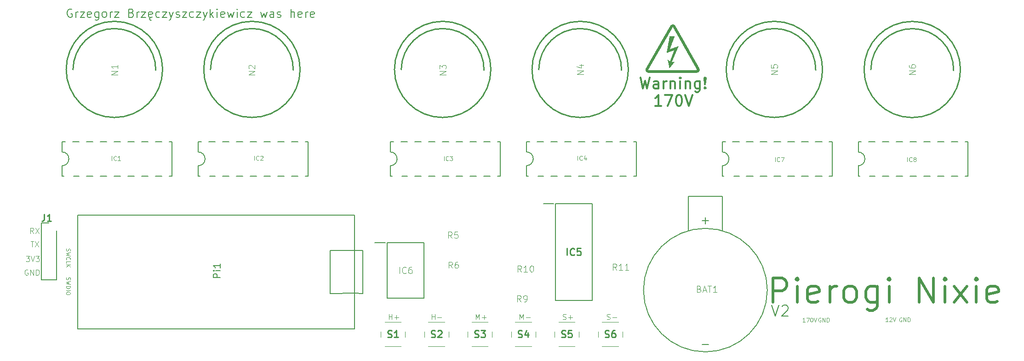
<source format=gbr>
%TF.GenerationSoftware,KiCad,Pcbnew,7.0.5-0*%
%TF.CreationDate,2023-07-07T16:59:40-04:00*%
%TF.ProjectId,nixie,6e697869-652e-46b6-9963-61645f706362,rev?*%
%TF.SameCoordinates,Original*%
%TF.FileFunction,Legend,Top*%
%TF.FilePolarity,Positive*%
%FSLAX46Y46*%
G04 Gerber Fmt 4.6, Leading zero omitted, Abs format (unit mm)*
G04 Created by KiCad (PCBNEW 7.0.5-0) date 2023-07-07 16:59:40*
%MOMM*%
%LPD*%
G01*
G04 APERTURE LIST*
%ADD10C,0.100000*%
%ADD11C,0.200000*%
%ADD12C,0.101600*%
%ADD13C,0.500000*%
%ADD14C,0.134112*%
%ADD15C,0.304800*%
%ADD16C,0.254000*%
%ADD17C,0.097790*%
%ADD18C,0.150000*%
%ADD19C,0.127000*%
%ADD20C,0.203200*%
G04 APERTURE END LIST*
D10*
X148603884Y-135872419D02*
X148603884Y-134872419D01*
X148603884Y-134872419D02*
X148937217Y-135586704D01*
X148937217Y-135586704D02*
X149270550Y-134872419D01*
X149270550Y-134872419D02*
X149270550Y-135872419D01*
X149746741Y-135491466D02*
X150508646Y-135491466D01*
X150127693Y-135872419D02*
X150127693Y-135110514D01*
D11*
X203122054Y-133244838D02*
X203788720Y-135244838D01*
X203788720Y-135244838D02*
X204455387Y-133244838D01*
X205026816Y-133435314D02*
X205122054Y-133340076D01*
X205122054Y-133340076D02*
X205312530Y-133244838D01*
X205312530Y-133244838D02*
X205788721Y-133244838D01*
X205788721Y-133244838D02*
X205979197Y-133340076D01*
X205979197Y-133340076D02*
X206074435Y-133435314D01*
X206074435Y-133435314D02*
X206169673Y-133625790D01*
X206169673Y-133625790D02*
X206169673Y-133816266D01*
X206169673Y-133816266D02*
X206074435Y-134101980D01*
X206074435Y-134101980D02*
X204931578Y-135244838D01*
X204931578Y-135244838D02*
X206169673Y-135244838D01*
D10*
X140503884Y-135872419D02*
X140503884Y-134872419D01*
X140503884Y-135348609D02*
X141075312Y-135348609D01*
X141075312Y-135872419D02*
X141075312Y-134872419D01*
X141551503Y-135491466D02*
X142313408Y-135491466D01*
X156703884Y-135872419D02*
X156703884Y-134872419D01*
X156703884Y-134872419D02*
X157037217Y-135586704D01*
X157037217Y-135586704D02*
X157370550Y-134872419D01*
X157370550Y-134872419D02*
X157370550Y-135872419D01*
X157846741Y-135491466D02*
X158608646Y-135491466D01*
X66127693Y-126720038D02*
X66032455Y-126672419D01*
X66032455Y-126672419D02*
X65889598Y-126672419D01*
X65889598Y-126672419D02*
X65746741Y-126720038D01*
X65746741Y-126720038D02*
X65651503Y-126815276D01*
X65651503Y-126815276D02*
X65603884Y-126910514D01*
X65603884Y-126910514D02*
X65556265Y-127100990D01*
X65556265Y-127100990D02*
X65556265Y-127243847D01*
X65556265Y-127243847D02*
X65603884Y-127434323D01*
X65603884Y-127434323D02*
X65651503Y-127529561D01*
X65651503Y-127529561D02*
X65746741Y-127624800D01*
X65746741Y-127624800D02*
X65889598Y-127672419D01*
X65889598Y-127672419D02*
X65984836Y-127672419D01*
X65984836Y-127672419D02*
X66127693Y-127624800D01*
X66127693Y-127624800D02*
X66175312Y-127577180D01*
X66175312Y-127577180D02*
X66175312Y-127243847D01*
X66175312Y-127243847D02*
X65984836Y-127243847D01*
X66603884Y-127672419D02*
X66603884Y-126672419D01*
X66603884Y-126672419D02*
X67175312Y-127672419D01*
X67175312Y-127672419D02*
X67175312Y-126672419D01*
X67651503Y-127672419D02*
X67651503Y-126672419D01*
X67651503Y-126672419D02*
X67889598Y-126672419D01*
X67889598Y-126672419D02*
X68032455Y-126720038D01*
X68032455Y-126720038D02*
X68127693Y-126815276D01*
X68127693Y-126815276D02*
X68175312Y-126910514D01*
X68175312Y-126910514D02*
X68222931Y-127100990D01*
X68222931Y-127100990D02*
X68222931Y-127243847D01*
X68222931Y-127243847D02*
X68175312Y-127434323D01*
X68175312Y-127434323D02*
X68127693Y-127529561D01*
X68127693Y-127529561D02*
X68032455Y-127624800D01*
X68032455Y-127624800D02*
X67889598Y-127672419D01*
X67889598Y-127672419D02*
X67651503Y-127672419D01*
X65808646Y-124172419D02*
X66427693Y-124172419D01*
X66427693Y-124172419D02*
X66094360Y-124553371D01*
X66094360Y-124553371D02*
X66237217Y-124553371D01*
X66237217Y-124553371D02*
X66332455Y-124600990D01*
X66332455Y-124600990D02*
X66380074Y-124648609D01*
X66380074Y-124648609D02*
X66427693Y-124743847D01*
X66427693Y-124743847D02*
X66427693Y-124981942D01*
X66427693Y-124981942D02*
X66380074Y-125077180D01*
X66380074Y-125077180D02*
X66332455Y-125124800D01*
X66332455Y-125124800D02*
X66237217Y-125172419D01*
X66237217Y-125172419D02*
X65951503Y-125172419D01*
X65951503Y-125172419D02*
X65856265Y-125124800D01*
X65856265Y-125124800D02*
X65808646Y-125077180D01*
X66713408Y-124172419D02*
X67046741Y-125172419D01*
X67046741Y-125172419D02*
X67380074Y-124172419D01*
X67618170Y-124172419D02*
X68237217Y-124172419D01*
X68237217Y-124172419D02*
X67903884Y-124553371D01*
X67903884Y-124553371D02*
X68046741Y-124553371D01*
X68046741Y-124553371D02*
X68141979Y-124600990D01*
X68141979Y-124600990D02*
X68189598Y-124648609D01*
X68189598Y-124648609D02*
X68237217Y-124743847D01*
X68237217Y-124743847D02*
X68237217Y-124981942D01*
X68237217Y-124981942D02*
X68189598Y-125077180D01*
X68189598Y-125077180D02*
X68141979Y-125124800D01*
X68141979Y-125124800D02*
X68046741Y-125172419D01*
X68046741Y-125172419D02*
X67761027Y-125172419D01*
X67761027Y-125172419D02*
X67665789Y-125124800D01*
X67665789Y-125124800D02*
X67618170Y-125077180D01*
X172756265Y-135824800D02*
X172899122Y-135872419D01*
X172899122Y-135872419D02*
X173137217Y-135872419D01*
X173137217Y-135872419D02*
X173232455Y-135824800D01*
X173232455Y-135824800D02*
X173280074Y-135777180D01*
X173280074Y-135777180D02*
X173327693Y-135681942D01*
X173327693Y-135681942D02*
X173327693Y-135586704D01*
X173327693Y-135586704D02*
X173280074Y-135491466D01*
X173280074Y-135491466D02*
X173232455Y-135443847D01*
X173232455Y-135443847D02*
X173137217Y-135396228D01*
X173137217Y-135396228D02*
X172946741Y-135348609D01*
X172946741Y-135348609D02*
X172851503Y-135300990D01*
X172851503Y-135300990D02*
X172803884Y-135253371D01*
X172803884Y-135253371D02*
X172756265Y-135158133D01*
X172756265Y-135158133D02*
X172756265Y-135062895D01*
X172756265Y-135062895D02*
X172803884Y-134967657D01*
X172803884Y-134967657D02*
X172851503Y-134920038D01*
X172851503Y-134920038D02*
X172946741Y-134872419D01*
X172946741Y-134872419D02*
X173184836Y-134872419D01*
X173184836Y-134872419D02*
X173327693Y-134920038D01*
X173756265Y-135491466D02*
X174518170Y-135491466D01*
X73232700Y-128108646D02*
X73196985Y-128215789D01*
X73196985Y-128215789D02*
X73196985Y-128394360D01*
X73196985Y-128394360D02*
X73232700Y-128465789D01*
X73232700Y-128465789D02*
X73268414Y-128501503D01*
X73268414Y-128501503D02*
X73339842Y-128537217D01*
X73339842Y-128537217D02*
X73411271Y-128537217D01*
X73411271Y-128537217D02*
X73482700Y-128501503D01*
X73482700Y-128501503D02*
X73518414Y-128465789D01*
X73518414Y-128465789D02*
X73554128Y-128394360D01*
X73554128Y-128394360D02*
X73589842Y-128251503D01*
X73589842Y-128251503D02*
X73625557Y-128180074D01*
X73625557Y-128180074D02*
X73661271Y-128144360D01*
X73661271Y-128144360D02*
X73732700Y-128108646D01*
X73732700Y-128108646D02*
X73804128Y-128108646D01*
X73804128Y-128108646D02*
X73875557Y-128144360D01*
X73875557Y-128144360D02*
X73911271Y-128180074D01*
X73911271Y-128180074D02*
X73946985Y-128251503D01*
X73946985Y-128251503D02*
X73946985Y-128430074D01*
X73946985Y-128430074D02*
X73911271Y-128537217D01*
X73946985Y-128787217D02*
X73196985Y-128965789D01*
X73196985Y-128965789D02*
X73732700Y-129108646D01*
X73732700Y-129108646D02*
X73196985Y-129251503D01*
X73196985Y-129251503D02*
X73946985Y-129430075D01*
X73196985Y-129715789D02*
X73946985Y-129715789D01*
X73946985Y-129715789D02*
X73946985Y-129894360D01*
X73946985Y-129894360D02*
X73911271Y-130001503D01*
X73911271Y-130001503D02*
X73839842Y-130072932D01*
X73839842Y-130072932D02*
X73768414Y-130108646D01*
X73768414Y-130108646D02*
X73625557Y-130144360D01*
X73625557Y-130144360D02*
X73518414Y-130144360D01*
X73518414Y-130144360D02*
X73375557Y-130108646D01*
X73375557Y-130108646D02*
X73304128Y-130072932D01*
X73304128Y-130072932D02*
X73232700Y-130001503D01*
X73232700Y-130001503D02*
X73196985Y-129894360D01*
X73196985Y-129894360D02*
X73196985Y-129715789D01*
X73196985Y-130465789D02*
X73946985Y-130465789D01*
X73946985Y-130965789D02*
X73946985Y-131108646D01*
X73946985Y-131108646D02*
X73911271Y-131180075D01*
X73911271Y-131180075D02*
X73839842Y-131251503D01*
X73839842Y-131251503D02*
X73696985Y-131287218D01*
X73696985Y-131287218D02*
X73446985Y-131287218D01*
X73446985Y-131287218D02*
X73304128Y-131251503D01*
X73304128Y-131251503D02*
X73232700Y-131180075D01*
X73232700Y-131180075D02*
X73196985Y-131108646D01*
X73196985Y-131108646D02*
X73196985Y-130965789D01*
X73196985Y-130965789D02*
X73232700Y-130894361D01*
X73232700Y-130894361D02*
X73304128Y-130822932D01*
X73304128Y-130822932D02*
X73446985Y-130787218D01*
X73446985Y-130787218D02*
X73696985Y-130787218D01*
X73696985Y-130787218D02*
X73839842Y-130822932D01*
X73839842Y-130822932D02*
X73911271Y-130894361D01*
X73911271Y-130894361D02*
X73946985Y-130965789D01*
D12*
X212138270Y-135588644D02*
X212066842Y-135552930D01*
X212066842Y-135552930D02*
X211959699Y-135552930D01*
X211959699Y-135552930D02*
X211852556Y-135588644D01*
X211852556Y-135588644D02*
X211781127Y-135660073D01*
X211781127Y-135660073D02*
X211745413Y-135731501D01*
X211745413Y-135731501D02*
X211709699Y-135874358D01*
X211709699Y-135874358D02*
X211709699Y-135981501D01*
X211709699Y-135981501D02*
X211745413Y-136124358D01*
X211745413Y-136124358D02*
X211781127Y-136195787D01*
X211781127Y-136195787D02*
X211852556Y-136267216D01*
X211852556Y-136267216D02*
X211959699Y-136302930D01*
X211959699Y-136302930D02*
X212031127Y-136302930D01*
X212031127Y-136302930D02*
X212138270Y-136267216D01*
X212138270Y-136267216D02*
X212173984Y-136231501D01*
X212173984Y-136231501D02*
X212173984Y-135981501D01*
X212173984Y-135981501D02*
X212031127Y-135981501D01*
X212495413Y-136302930D02*
X212495413Y-135552930D01*
X212495413Y-135552930D02*
X212923984Y-136302930D01*
X212923984Y-136302930D02*
X212923984Y-135552930D01*
X213281127Y-136302930D02*
X213281127Y-135552930D01*
X213281127Y-135552930D02*
X213459698Y-135552930D01*
X213459698Y-135552930D02*
X213566841Y-135588644D01*
X213566841Y-135588644D02*
X213638270Y-135660073D01*
X213638270Y-135660073D02*
X213673984Y-135731501D01*
X213673984Y-135731501D02*
X213709698Y-135874358D01*
X213709698Y-135874358D02*
X213709698Y-135981501D01*
X213709698Y-135981501D02*
X213673984Y-136124358D01*
X213673984Y-136124358D02*
X213638270Y-136195787D01*
X213638270Y-136195787D02*
X213566841Y-136267216D01*
X213566841Y-136267216D02*
X213459698Y-136302930D01*
X213459698Y-136302930D02*
X213281127Y-136302930D01*
D13*
X203300375Y-132723285D02*
X203300375Y-128223285D01*
X203300375Y-128223285D02*
X205014661Y-128223285D01*
X205014661Y-128223285D02*
X205443232Y-128437571D01*
X205443232Y-128437571D02*
X205657518Y-128651857D01*
X205657518Y-128651857D02*
X205871804Y-129080428D01*
X205871804Y-129080428D02*
X205871804Y-129723285D01*
X205871804Y-129723285D02*
X205657518Y-130151857D01*
X205657518Y-130151857D02*
X205443232Y-130366142D01*
X205443232Y-130366142D02*
X205014661Y-130580428D01*
X205014661Y-130580428D02*
X203300375Y-130580428D01*
X207800375Y-132723285D02*
X207800375Y-129723285D01*
X207800375Y-128223285D02*
X207586089Y-128437571D01*
X207586089Y-128437571D02*
X207800375Y-128651857D01*
X207800375Y-128651857D02*
X208014661Y-128437571D01*
X208014661Y-128437571D02*
X207800375Y-128223285D01*
X207800375Y-128223285D02*
X207800375Y-128651857D01*
X211657518Y-132509000D02*
X211228946Y-132723285D01*
X211228946Y-132723285D02*
X210371804Y-132723285D01*
X210371804Y-132723285D02*
X209943232Y-132509000D01*
X209943232Y-132509000D02*
X209728946Y-132080428D01*
X209728946Y-132080428D02*
X209728946Y-130366142D01*
X209728946Y-130366142D02*
X209943232Y-129937571D01*
X209943232Y-129937571D02*
X210371804Y-129723285D01*
X210371804Y-129723285D02*
X211228946Y-129723285D01*
X211228946Y-129723285D02*
X211657518Y-129937571D01*
X211657518Y-129937571D02*
X211871804Y-130366142D01*
X211871804Y-130366142D02*
X211871804Y-130794714D01*
X211871804Y-130794714D02*
X209728946Y-131223285D01*
X213800375Y-132723285D02*
X213800375Y-129723285D01*
X213800375Y-130580428D02*
X214014661Y-130151857D01*
X214014661Y-130151857D02*
X214228947Y-129937571D01*
X214228947Y-129937571D02*
X214657518Y-129723285D01*
X214657518Y-129723285D02*
X215086089Y-129723285D01*
X217228946Y-132723285D02*
X216800375Y-132509000D01*
X216800375Y-132509000D02*
X216586089Y-132294714D01*
X216586089Y-132294714D02*
X216371803Y-131866142D01*
X216371803Y-131866142D02*
X216371803Y-130580428D01*
X216371803Y-130580428D02*
X216586089Y-130151857D01*
X216586089Y-130151857D02*
X216800375Y-129937571D01*
X216800375Y-129937571D02*
X217228946Y-129723285D01*
X217228946Y-129723285D02*
X217871803Y-129723285D01*
X217871803Y-129723285D02*
X218300375Y-129937571D01*
X218300375Y-129937571D02*
X218514661Y-130151857D01*
X218514661Y-130151857D02*
X218728946Y-130580428D01*
X218728946Y-130580428D02*
X218728946Y-131866142D01*
X218728946Y-131866142D02*
X218514661Y-132294714D01*
X218514661Y-132294714D02*
X218300375Y-132509000D01*
X218300375Y-132509000D02*
X217871803Y-132723285D01*
X217871803Y-132723285D02*
X217228946Y-132723285D01*
X222586090Y-129723285D02*
X222586090Y-133366142D01*
X222586090Y-133366142D02*
X222371804Y-133794714D01*
X222371804Y-133794714D02*
X222157518Y-134009000D01*
X222157518Y-134009000D02*
X221728947Y-134223285D01*
X221728947Y-134223285D02*
X221086090Y-134223285D01*
X221086090Y-134223285D02*
X220657518Y-134009000D01*
X222586090Y-132509000D02*
X222157518Y-132723285D01*
X222157518Y-132723285D02*
X221300375Y-132723285D01*
X221300375Y-132723285D02*
X220871804Y-132509000D01*
X220871804Y-132509000D02*
X220657518Y-132294714D01*
X220657518Y-132294714D02*
X220443232Y-131866142D01*
X220443232Y-131866142D02*
X220443232Y-130580428D01*
X220443232Y-130580428D02*
X220657518Y-130151857D01*
X220657518Y-130151857D02*
X220871804Y-129937571D01*
X220871804Y-129937571D02*
X221300375Y-129723285D01*
X221300375Y-129723285D02*
X222157518Y-129723285D01*
X222157518Y-129723285D02*
X222586090Y-129937571D01*
X224728947Y-132723285D02*
X224728947Y-129723285D01*
X224728947Y-128223285D02*
X224514661Y-128437571D01*
X224514661Y-128437571D02*
X224728947Y-128651857D01*
X224728947Y-128651857D02*
X224943233Y-128437571D01*
X224943233Y-128437571D02*
X224728947Y-128223285D01*
X224728947Y-128223285D02*
X224728947Y-128651857D01*
X230300375Y-132723285D02*
X230300375Y-128223285D01*
X230300375Y-128223285D02*
X232871804Y-132723285D01*
X232871804Y-132723285D02*
X232871804Y-128223285D01*
X235014661Y-132723285D02*
X235014661Y-129723285D01*
X235014661Y-128223285D02*
X234800375Y-128437571D01*
X234800375Y-128437571D02*
X235014661Y-128651857D01*
X235014661Y-128651857D02*
X235228947Y-128437571D01*
X235228947Y-128437571D02*
X235014661Y-128223285D01*
X235014661Y-128223285D02*
X235014661Y-128651857D01*
X236728947Y-132723285D02*
X239086090Y-129723285D01*
X236728947Y-129723285D02*
X239086090Y-132723285D01*
X240800375Y-132723285D02*
X240800375Y-129723285D01*
X240800375Y-128223285D02*
X240586089Y-128437571D01*
X240586089Y-128437571D02*
X240800375Y-128651857D01*
X240800375Y-128651857D02*
X241014661Y-128437571D01*
X241014661Y-128437571D02*
X240800375Y-128223285D01*
X240800375Y-128223285D02*
X240800375Y-128651857D01*
X244657518Y-132509000D02*
X244228946Y-132723285D01*
X244228946Y-132723285D02*
X243371804Y-132723285D01*
X243371804Y-132723285D02*
X242943232Y-132509000D01*
X242943232Y-132509000D02*
X242728946Y-132080428D01*
X242728946Y-132080428D02*
X242728946Y-130366142D01*
X242728946Y-130366142D02*
X242943232Y-129937571D01*
X242943232Y-129937571D02*
X243371804Y-129723285D01*
X243371804Y-129723285D02*
X244228946Y-129723285D01*
X244228946Y-129723285D02*
X244657518Y-129937571D01*
X244657518Y-129937571D02*
X244871804Y-130366142D01*
X244871804Y-130366142D02*
X244871804Y-130794714D01*
X244871804Y-130794714D02*
X242728946Y-131223285D01*
D10*
X73232700Y-122808646D02*
X73196985Y-122915789D01*
X73196985Y-122915789D02*
X73196985Y-123094360D01*
X73196985Y-123094360D02*
X73232700Y-123165789D01*
X73232700Y-123165789D02*
X73268414Y-123201503D01*
X73268414Y-123201503D02*
X73339842Y-123237217D01*
X73339842Y-123237217D02*
X73411271Y-123237217D01*
X73411271Y-123237217D02*
X73482700Y-123201503D01*
X73482700Y-123201503D02*
X73518414Y-123165789D01*
X73518414Y-123165789D02*
X73554128Y-123094360D01*
X73554128Y-123094360D02*
X73589842Y-122951503D01*
X73589842Y-122951503D02*
X73625557Y-122880074D01*
X73625557Y-122880074D02*
X73661271Y-122844360D01*
X73661271Y-122844360D02*
X73732700Y-122808646D01*
X73732700Y-122808646D02*
X73804128Y-122808646D01*
X73804128Y-122808646D02*
X73875557Y-122844360D01*
X73875557Y-122844360D02*
X73911271Y-122880074D01*
X73911271Y-122880074D02*
X73946985Y-122951503D01*
X73946985Y-122951503D02*
X73946985Y-123130074D01*
X73946985Y-123130074D02*
X73911271Y-123237217D01*
X73946985Y-123487217D02*
X73196985Y-123665789D01*
X73196985Y-123665789D02*
X73732700Y-123808646D01*
X73732700Y-123808646D02*
X73196985Y-123951503D01*
X73196985Y-123951503D02*
X73946985Y-124130075D01*
X73268414Y-124844360D02*
X73232700Y-124808646D01*
X73232700Y-124808646D02*
X73196985Y-124701503D01*
X73196985Y-124701503D02*
X73196985Y-124630075D01*
X73196985Y-124630075D02*
X73232700Y-124522932D01*
X73232700Y-124522932D02*
X73304128Y-124451503D01*
X73304128Y-124451503D02*
X73375557Y-124415789D01*
X73375557Y-124415789D02*
X73518414Y-124380075D01*
X73518414Y-124380075D02*
X73625557Y-124380075D01*
X73625557Y-124380075D02*
X73768414Y-124415789D01*
X73768414Y-124415789D02*
X73839842Y-124451503D01*
X73839842Y-124451503D02*
X73911271Y-124522932D01*
X73911271Y-124522932D02*
X73946985Y-124630075D01*
X73946985Y-124630075D02*
X73946985Y-124701503D01*
X73946985Y-124701503D02*
X73911271Y-124808646D01*
X73911271Y-124808646D02*
X73875557Y-124844360D01*
X73196985Y-125522932D02*
X73196985Y-125165789D01*
X73196985Y-125165789D02*
X73946985Y-125165789D01*
X73196985Y-125772932D02*
X73946985Y-125772932D01*
X73196985Y-126201503D02*
X73625557Y-125880075D01*
X73946985Y-126201503D02*
X73518414Y-125772932D01*
X66661027Y-121472419D02*
X67232455Y-121472419D01*
X66946741Y-122472419D02*
X66946741Y-121472419D01*
X67470551Y-121472419D02*
X68137217Y-122472419D01*
X68137217Y-121472419D02*
X67470551Y-122472419D01*
X164656265Y-135824800D02*
X164799122Y-135872419D01*
X164799122Y-135872419D02*
X165037217Y-135872419D01*
X165037217Y-135872419D02*
X165132455Y-135824800D01*
X165132455Y-135824800D02*
X165180074Y-135777180D01*
X165180074Y-135777180D02*
X165227693Y-135681942D01*
X165227693Y-135681942D02*
X165227693Y-135586704D01*
X165227693Y-135586704D02*
X165180074Y-135491466D01*
X165180074Y-135491466D02*
X165132455Y-135443847D01*
X165132455Y-135443847D02*
X165037217Y-135396228D01*
X165037217Y-135396228D02*
X164846741Y-135348609D01*
X164846741Y-135348609D02*
X164751503Y-135300990D01*
X164751503Y-135300990D02*
X164703884Y-135253371D01*
X164703884Y-135253371D02*
X164656265Y-135158133D01*
X164656265Y-135158133D02*
X164656265Y-135062895D01*
X164656265Y-135062895D02*
X164703884Y-134967657D01*
X164703884Y-134967657D02*
X164751503Y-134920038D01*
X164751503Y-134920038D02*
X164846741Y-134872419D01*
X164846741Y-134872419D02*
X165084836Y-134872419D01*
X165084836Y-134872419D02*
X165227693Y-134920038D01*
X165656265Y-135491466D02*
X166418170Y-135491466D01*
X166037217Y-135872419D02*
X166037217Y-135110514D01*
D14*
X74263307Y-78635434D02*
X74116423Y-78561992D01*
X74116423Y-78561992D02*
X73896096Y-78561992D01*
X73896096Y-78561992D02*
X73675769Y-78635434D01*
X73675769Y-78635434D02*
X73528884Y-78782319D01*
X73528884Y-78782319D02*
X73455442Y-78929203D01*
X73455442Y-78929203D02*
X73382000Y-79222972D01*
X73382000Y-79222972D02*
X73382000Y-79443299D01*
X73382000Y-79443299D02*
X73455442Y-79737068D01*
X73455442Y-79737068D02*
X73528884Y-79883953D01*
X73528884Y-79883953D02*
X73675769Y-80030838D01*
X73675769Y-80030838D02*
X73896096Y-80104280D01*
X73896096Y-80104280D02*
X74042980Y-80104280D01*
X74042980Y-80104280D02*
X74263307Y-80030838D01*
X74263307Y-80030838D02*
X74336749Y-79957395D01*
X74336749Y-79957395D02*
X74336749Y-79443299D01*
X74336749Y-79443299D02*
X74042980Y-79443299D01*
X74997730Y-80104280D02*
X74997730Y-79076088D01*
X74997730Y-79369857D02*
X75071172Y-79222972D01*
X75071172Y-79222972D02*
X75144615Y-79149530D01*
X75144615Y-79149530D02*
X75291499Y-79076088D01*
X75291499Y-79076088D02*
X75438384Y-79076088D01*
X75805595Y-79076088D02*
X76613461Y-79076088D01*
X76613461Y-79076088D02*
X75805595Y-80104280D01*
X75805595Y-80104280D02*
X76613461Y-80104280D01*
X77788537Y-80030838D02*
X77641653Y-80104280D01*
X77641653Y-80104280D02*
X77347884Y-80104280D01*
X77347884Y-80104280D02*
X77200999Y-80030838D01*
X77200999Y-80030838D02*
X77127557Y-79883953D01*
X77127557Y-79883953D02*
X77127557Y-79296415D01*
X77127557Y-79296415D02*
X77200999Y-79149530D01*
X77200999Y-79149530D02*
X77347884Y-79076088D01*
X77347884Y-79076088D02*
X77641653Y-79076088D01*
X77641653Y-79076088D02*
X77788537Y-79149530D01*
X77788537Y-79149530D02*
X77861980Y-79296415D01*
X77861980Y-79296415D02*
X77861980Y-79443299D01*
X77861980Y-79443299D02*
X77127557Y-79590184D01*
X79183941Y-79076088D02*
X79183941Y-80324607D01*
X79183941Y-80324607D02*
X79110498Y-80471491D01*
X79110498Y-80471491D02*
X79037056Y-80544934D01*
X79037056Y-80544934D02*
X78890171Y-80618376D01*
X78890171Y-80618376D02*
X78669845Y-80618376D01*
X78669845Y-80618376D02*
X78522960Y-80544934D01*
X79183941Y-80030838D02*
X79037056Y-80104280D01*
X79037056Y-80104280D02*
X78743287Y-80104280D01*
X78743287Y-80104280D02*
X78596402Y-80030838D01*
X78596402Y-80030838D02*
X78522960Y-79957395D01*
X78522960Y-79957395D02*
X78449518Y-79810511D01*
X78449518Y-79810511D02*
X78449518Y-79369857D01*
X78449518Y-79369857D02*
X78522960Y-79222972D01*
X78522960Y-79222972D02*
X78596402Y-79149530D01*
X78596402Y-79149530D02*
X78743287Y-79076088D01*
X78743287Y-79076088D02*
X79037056Y-79076088D01*
X79037056Y-79076088D02*
X79183941Y-79149530D01*
X80138690Y-80104280D02*
X79991805Y-80030838D01*
X79991805Y-80030838D02*
X79918363Y-79957395D01*
X79918363Y-79957395D02*
X79844921Y-79810511D01*
X79844921Y-79810511D02*
X79844921Y-79369857D01*
X79844921Y-79369857D02*
X79918363Y-79222972D01*
X79918363Y-79222972D02*
X79991805Y-79149530D01*
X79991805Y-79149530D02*
X80138690Y-79076088D01*
X80138690Y-79076088D02*
X80359017Y-79076088D01*
X80359017Y-79076088D02*
X80505901Y-79149530D01*
X80505901Y-79149530D02*
X80579344Y-79222972D01*
X80579344Y-79222972D02*
X80652786Y-79369857D01*
X80652786Y-79369857D02*
X80652786Y-79810511D01*
X80652786Y-79810511D02*
X80579344Y-79957395D01*
X80579344Y-79957395D02*
X80505901Y-80030838D01*
X80505901Y-80030838D02*
X80359017Y-80104280D01*
X80359017Y-80104280D02*
X80138690Y-80104280D01*
X81313766Y-80104280D02*
X81313766Y-79076088D01*
X81313766Y-79369857D02*
X81387208Y-79222972D01*
X81387208Y-79222972D02*
X81460651Y-79149530D01*
X81460651Y-79149530D02*
X81607535Y-79076088D01*
X81607535Y-79076088D02*
X81754420Y-79076088D01*
X82121631Y-79076088D02*
X82929497Y-79076088D01*
X82929497Y-79076088D02*
X82121631Y-80104280D01*
X82121631Y-80104280D02*
X82929497Y-80104280D01*
X85206208Y-79296415D02*
X85426535Y-79369857D01*
X85426535Y-79369857D02*
X85499977Y-79443299D01*
X85499977Y-79443299D02*
X85573419Y-79590184D01*
X85573419Y-79590184D02*
X85573419Y-79810511D01*
X85573419Y-79810511D02*
X85499977Y-79957395D01*
X85499977Y-79957395D02*
X85426535Y-80030838D01*
X85426535Y-80030838D02*
X85279650Y-80104280D01*
X85279650Y-80104280D02*
X84692112Y-80104280D01*
X84692112Y-80104280D02*
X84692112Y-78561992D01*
X84692112Y-78561992D02*
X85206208Y-78561992D01*
X85206208Y-78561992D02*
X85353093Y-78635434D01*
X85353093Y-78635434D02*
X85426535Y-78708876D01*
X85426535Y-78708876D02*
X85499977Y-78855761D01*
X85499977Y-78855761D02*
X85499977Y-79002646D01*
X85499977Y-79002646D02*
X85426535Y-79149530D01*
X85426535Y-79149530D02*
X85353093Y-79222972D01*
X85353093Y-79222972D02*
X85206208Y-79296415D01*
X85206208Y-79296415D02*
X84692112Y-79296415D01*
X86234400Y-80104280D02*
X86234400Y-79076088D01*
X86234400Y-79369857D02*
X86307842Y-79222972D01*
X86307842Y-79222972D02*
X86381285Y-79149530D01*
X86381285Y-79149530D02*
X86528169Y-79076088D01*
X86528169Y-79076088D02*
X86675054Y-79076088D01*
X87042265Y-79076088D02*
X87850131Y-79076088D01*
X87850131Y-79076088D02*
X87042265Y-80104280D01*
X87042265Y-80104280D02*
X87850131Y-80104280D01*
X89025207Y-80030838D02*
X88878323Y-80104280D01*
X88878323Y-80104280D02*
X88584554Y-80104280D01*
X88584554Y-80104280D02*
X88437669Y-80030838D01*
X88437669Y-80030838D02*
X88364227Y-79883953D01*
X88364227Y-79883953D02*
X88364227Y-79296415D01*
X88364227Y-79296415D02*
X88437669Y-79149530D01*
X88437669Y-79149530D02*
X88584554Y-79076088D01*
X88584554Y-79076088D02*
X88878323Y-79076088D01*
X88878323Y-79076088D02*
X89025207Y-79149530D01*
X89025207Y-79149530D02*
X89098650Y-79296415D01*
X89098650Y-79296415D02*
X89098650Y-79443299D01*
X89098650Y-79443299D02*
X88364227Y-79590184D01*
X88731438Y-80104280D02*
X88584554Y-80251164D01*
X88584554Y-80251164D02*
X88511111Y-80398049D01*
X88511111Y-80398049D02*
X88584554Y-80544934D01*
X88584554Y-80544934D02*
X88731438Y-80618376D01*
X88731438Y-80618376D02*
X88878323Y-80618376D01*
X90420611Y-80030838D02*
X90273726Y-80104280D01*
X90273726Y-80104280D02*
X89979957Y-80104280D01*
X89979957Y-80104280D02*
X89833072Y-80030838D01*
X89833072Y-80030838D02*
X89759630Y-79957395D01*
X89759630Y-79957395D02*
X89686188Y-79810511D01*
X89686188Y-79810511D02*
X89686188Y-79369857D01*
X89686188Y-79369857D02*
X89759630Y-79222972D01*
X89759630Y-79222972D02*
X89833072Y-79149530D01*
X89833072Y-79149530D02*
X89979957Y-79076088D01*
X89979957Y-79076088D02*
X90273726Y-79076088D01*
X90273726Y-79076088D02*
X90420611Y-79149530D01*
X90934706Y-79076088D02*
X91742572Y-79076088D01*
X91742572Y-79076088D02*
X90934706Y-80104280D01*
X90934706Y-80104280D02*
X91742572Y-80104280D01*
X92183225Y-79076088D02*
X92550437Y-80104280D01*
X92917648Y-79076088D02*
X92550437Y-80104280D01*
X92550437Y-80104280D02*
X92403552Y-80471491D01*
X92403552Y-80471491D02*
X92330110Y-80544934D01*
X92330110Y-80544934D02*
X92183225Y-80618376D01*
X93431745Y-80030838D02*
X93578629Y-80104280D01*
X93578629Y-80104280D02*
X93872398Y-80104280D01*
X93872398Y-80104280D02*
X94019283Y-80030838D01*
X94019283Y-80030838D02*
X94092725Y-79883953D01*
X94092725Y-79883953D02*
X94092725Y-79810511D01*
X94092725Y-79810511D02*
X94019283Y-79663626D01*
X94019283Y-79663626D02*
X93872398Y-79590184D01*
X93872398Y-79590184D02*
X93652072Y-79590184D01*
X93652072Y-79590184D02*
X93505187Y-79516742D01*
X93505187Y-79516742D02*
X93431745Y-79369857D01*
X93431745Y-79369857D02*
X93431745Y-79296415D01*
X93431745Y-79296415D02*
X93505187Y-79149530D01*
X93505187Y-79149530D02*
X93652072Y-79076088D01*
X93652072Y-79076088D02*
X93872398Y-79076088D01*
X93872398Y-79076088D02*
X94019283Y-79149530D01*
X94606821Y-79076088D02*
X95414687Y-79076088D01*
X95414687Y-79076088D02*
X94606821Y-80104280D01*
X94606821Y-80104280D02*
X95414687Y-80104280D01*
X96663206Y-80030838D02*
X96516321Y-80104280D01*
X96516321Y-80104280D02*
X96222552Y-80104280D01*
X96222552Y-80104280D02*
X96075667Y-80030838D01*
X96075667Y-80030838D02*
X96002225Y-79957395D01*
X96002225Y-79957395D02*
X95928783Y-79810511D01*
X95928783Y-79810511D02*
X95928783Y-79369857D01*
X95928783Y-79369857D02*
X96002225Y-79222972D01*
X96002225Y-79222972D02*
X96075667Y-79149530D01*
X96075667Y-79149530D02*
X96222552Y-79076088D01*
X96222552Y-79076088D02*
X96516321Y-79076088D01*
X96516321Y-79076088D02*
X96663206Y-79149530D01*
X97177301Y-79076088D02*
X97985167Y-79076088D01*
X97985167Y-79076088D02*
X97177301Y-80104280D01*
X97177301Y-80104280D02*
X97985167Y-80104280D01*
X98425820Y-79076088D02*
X98793032Y-80104280D01*
X99160243Y-79076088D02*
X98793032Y-80104280D01*
X98793032Y-80104280D02*
X98646147Y-80471491D01*
X98646147Y-80471491D02*
X98572705Y-80544934D01*
X98572705Y-80544934D02*
X98425820Y-80618376D01*
X99747782Y-80104280D02*
X99747782Y-78561992D01*
X99894667Y-79516742D02*
X100335320Y-80104280D01*
X100335320Y-79076088D02*
X99747782Y-79663626D01*
X100996301Y-80104280D02*
X100996301Y-79076088D01*
X100996301Y-78561992D02*
X100922859Y-78635434D01*
X100922859Y-78635434D02*
X100996301Y-78708876D01*
X100996301Y-78708876D02*
X101069743Y-78635434D01*
X101069743Y-78635434D02*
X100996301Y-78561992D01*
X100996301Y-78561992D02*
X100996301Y-78708876D01*
X102318262Y-80030838D02*
X102171378Y-80104280D01*
X102171378Y-80104280D02*
X101877609Y-80104280D01*
X101877609Y-80104280D02*
X101730724Y-80030838D01*
X101730724Y-80030838D02*
X101657282Y-79883953D01*
X101657282Y-79883953D02*
X101657282Y-79296415D01*
X101657282Y-79296415D02*
X101730724Y-79149530D01*
X101730724Y-79149530D02*
X101877609Y-79076088D01*
X101877609Y-79076088D02*
X102171378Y-79076088D01*
X102171378Y-79076088D02*
X102318262Y-79149530D01*
X102318262Y-79149530D02*
X102391705Y-79296415D01*
X102391705Y-79296415D02*
X102391705Y-79443299D01*
X102391705Y-79443299D02*
X101657282Y-79590184D01*
X102905800Y-79076088D02*
X103199570Y-80104280D01*
X103199570Y-80104280D02*
X103493339Y-79369857D01*
X103493339Y-79369857D02*
X103787108Y-80104280D01*
X103787108Y-80104280D02*
X104080877Y-79076088D01*
X104668415Y-80104280D02*
X104668415Y-79076088D01*
X104668415Y-78561992D02*
X104594973Y-78635434D01*
X104594973Y-78635434D02*
X104668415Y-78708876D01*
X104668415Y-78708876D02*
X104741857Y-78635434D01*
X104741857Y-78635434D02*
X104668415Y-78561992D01*
X104668415Y-78561992D02*
X104668415Y-78708876D01*
X106063819Y-80030838D02*
X105916934Y-80104280D01*
X105916934Y-80104280D02*
X105623165Y-80104280D01*
X105623165Y-80104280D02*
X105476280Y-80030838D01*
X105476280Y-80030838D02*
X105402838Y-79957395D01*
X105402838Y-79957395D02*
X105329396Y-79810511D01*
X105329396Y-79810511D02*
X105329396Y-79369857D01*
X105329396Y-79369857D02*
X105402838Y-79222972D01*
X105402838Y-79222972D02*
X105476280Y-79149530D01*
X105476280Y-79149530D02*
X105623165Y-79076088D01*
X105623165Y-79076088D02*
X105916934Y-79076088D01*
X105916934Y-79076088D02*
X106063819Y-79149530D01*
X106577914Y-79076088D02*
X107385780Y-79076088D01*
X107385780Y-79076088D02*
X106577914Y-80104280D01*
X106577914Y-80104280D02*
X107385780Y-80104280D01*
X109001510Y-79076088D02*
X109295280Y-80104280D01*
X109295280Y-80104280D02*
X109589049Y-79369857D01*
X109589049Y-79369857D02*
X109882818Y-80104280D01*
X109882818Y-80104280D02*
X110176587Y-79076088D01*
X111425106Y-80104280D02*
X111425106Y-79296415D01*
X111425106Y-79296415D02*
X111351663Y-79149530D01*
X111351663Y-79149530D02*
X111204779Y-79076088D01*
X111204779Y-79076088D02*
X110911010Y-79076088D01*
X110911010Y-79076088D02*
X110764125Y-79149530D01*
X111425106Y-80030838D02*
X111278221Y-80104280D01*
X111278221Y-80104280D02*
X110911010Y-80104280D01*
X110911010Y-80104280D02*
X110764125Y-80030838D01*
X110764125Y-80030838D02*
X110690683Y-79883953D01*
X110690683Y-79883953D02*
X110690683Y-79737068D01*
X110690683Y-79737068D02*
X110764125Y-79590184D01*
X110764125Y-79590184D02*
X110911010Y-79516742D01*
X110911010Y-79516742D02*
X111278221Y-79516742D01*
X111278221Y-79516742D02*
X111425106Y-79443299D01*
X112086086Y-80030838D02*
X112232970Y-80104280D01*
X112232970Y-80104280D02*
X112526739Y-80104280D01*
X112526739Y-80104280D02*
X112673624Y-80030838D01*
X112673624Y-80030838D02*
X112747066Y-79883953D01*
X112747066Y-79883953D02*
X112747066Y-79810511D01*
X112747066Y-79810511D02*
X112673624Y-79663626D01*
X112673624Y-79663626D02*
X112526739Y-79590184D01*
X112526739Y-79590184D02*
X112306413Y-79590184D01*
X112306413Y-79590184D02*
X112159528Y-79516742D01*
X112159528Y-79516742D02*
X112086086Y-79369857D01*
X112086086Y-79369857D02*
X112086086Y-79296415D01*
X112086086Y-79296415D02*
X112159528Y-79149530D01*
X112159528Y-79149530D02*
X112306413Y-79076088D01*
X112306413Y-79076088D02*
X112526739Y-79076088D01*
X112526739Y-79076088D02*
X112673624Y-79149530D01*
X114583124Y-80104280D02*
X114583124Y-78561992D01*
X115244105Y-80104280D02*
X115244105Y-79296415D01*
X115244105Y-79296415D02*
X115170662Y-79149530D01*
X115170662Y-79149530D02*
X115023778Y-79076088D01*
X115023778Y-79076088D02*
X114803451Y-79076088D01*
X114803451Y-79076088D02*
X114656566Y-79149530D01*
X114656566Y-79149530D02*
X114583124Y-79222972D01*
X116566065Y-80030838D02*
X116419181Y-80104280D01*
X116419181Y-80104280D02*
X116125412Y-80104280D01*
X116125412Y-80104280D02*
X115978527Y-80030838D01*
X115978527Y-80030838D02*
X115905085Y-79883953D01*
X115905085Y-79883953D02*
X115905085Y-79296415D01*
X115905085Y-79296415D02*
X115978527Y-79149530D01*
X115978527Y-79149530D02*
X116125412Y-79076088D01*
X116125412Y-79076088D02*
X116419181Y-79076088D01*
X116419181Y-79076088D02*
X116566065Y-79149530D01*
X116566065Y-79149530D02*
X116639508Y-79296415D01*
X116639508Y-79296415D02*
X116639508Y-79443299D01*
X116639508Y-79443299D02*
X115905085Y-79590184D01*
X117300488Y-80104280D02*
X117300488Y-79076088D01*
X117300488Y-79369857D02*
X117373930Y-79222972D01*
X117373930Y-79222972D02*
X117447373Y-79149530D01*
X117447373Y-79149530D02*
X117594257Y-79076088D01*
X117594257Y-79076088D02*
X117741142Y-79076088D01*
X118842776Y-80030838D02*
X118695892Y-80104280D01*
X118695892Y-80104280D02*
X118402123Y-80104280D01*
X118402123Y-80104280D02*
X118255238Y-80030838D01*
X118255238Y-80030838D02*
X118181796Y-79883953D01*
X118181796Y-79883953D02*
X118181796Y-79296415D01*
X118181796Y-79296415D02*
X118255238Y-79149530D01*
X118255238Y-79149530D02*
X118402123Y-79076088D01*
X118402123Y-79076088D02*
X118695892Y-79076088D01*
X118695892Y-79076088D02*
X118842776Y-79149530D01*
X118842776Y-79149530D02*
X118916219Y-79296415D01*
X118916219Y-79296415D02*
X118916219Y-79443299D01*
X118916219Y-79443299D02*
X118181796Y-79590184D01*
D12*
X227038270Y-135571644D02*
X226966842Y-135535930D01*
X226966842Y-135535930D02*
X226859699Y-135535930D01*
X226859699Y-135535930D02*
X226752556Y-135571644D01*
X226752556Y-135571644D02*
X226681127Y-135643073D01*
X226681127Y-135643073D02*
X226645413Y-135714501D01*
X226645413Y-135714501D02*
X226609699Y-135857358D01*
X226609699Y-135857358D02*
X226609699Y-135964501D01*
X226609699Y-135964501D02*
X226645413Y-136107358D01*
X226645413Y-136107358D02*
X226681127Y-136178787D01*
X226681127Y-136178787D02*
X226752556Y-136250216D01*
X226752556Y-136250216D02*
X226859699Y-136285930D01*
X226859699Y-136285930D02*
X226931127Y-136285930D01*
X226931127Y-136285930D02*
X227038270Y-136250216D01*
X227038270Y-136250216D02*
X227073984Y-136214501D01*
X227073984Y-136214501D02*
X227073984Y-135964501D01*
X227073984Y-135964501D02*
X226931127Y-135964501D01*
X227395413Y-136285930D02*
X227395413Y-135535930D01*
X227395413Y-135535930D02*
X227823984Y-136285930D01*
X227823984Y-136285930D02*
X227823984Y-135535930D01*
X228181127Y-136285930D02*
X228181127Y-135535930D01*
X228181127Y-135535930D02*
X228359698Y-135535930D01*
X228359698Y-135535930D02*
X228466841Y-135571644D01*
X228466841Y-135571644D02*
X228538270Y-135643073D01*
X228538270Y-135643073D02*
X228573984Y-135714501D01*
X228573984Y-135714501D02*
X228609698Y-135857358D01*
X228609698Y-135857358D02*
X228609698Y-135964501D01*
X228609698Y-135964501D02*
X228573984Y-136107358D01*
X228573984Y-136107358D02*
X228538270Y-136178787D01*
X228538270Y-136178787D02*
X228466841Y-136250216D01*
X228466841Y-136250216D02*
X228359698Y-136285930D01*
X228359698Y-136285930D02*
X228181127Y-136285930D01*
D10*
X67175312Y-119972419D02*
X66841979Y-119496228D01*
X66603884Y-119972419D02*
X66603884Y-118972419D01*
X66603884Y-118972419D02*
X66984836Y-118972419D01*
X66984836Y-118972419D02*
X67080074Y-119020038D01*
X67080074Y-119020038D02*
X67127693Y-119067657D01*
X67127693Y-119067657D02*
X67175312Y-119162895D01*
X67175312Y-119162895D02*
X67175312Y-119305752D01*
X67175312Y-119305752D02*
X67127693Y-119400990D01*
X67127693Y-119400990D02*
X67080074Y-119448609D01*
X67080074Y-119448609D02*
X66984836Y-119496228D01*
X66984836Y-119496228D02*
X66603884Y-119496228D01*
X67508646Y-118972419D02*
X68175312Y-119972419D01*
X68175312Y-118972419D02*
X67508646Y-119972419D01*
D15*
X178941831Y-91219388D02*
X179418021Y-93219388D01*
X179418021Y-93219388D02*
X179798974Y-91790816D01*
X179798974Y-91790816D02*
X180179926Y-93219388D01*
X180179926Y-93219388D02*
X180656117Y-91219388D01*
X182275164Y-93219388D02*
X182275164Y-92171769D01*
X182275164Y-92171769D02*
X182179926Y-91981292D01*
X182179926Y-91981292D02*
X181989450Y-91886054D01*
X181989450Y-91886054D02*
X181608497Y-91886054D01*
X181608497Y-91886054D02*
X181418021Y-91981292D01*
X182275164Y-93124150D02*
X182084688Y-93219388D01*
X182084688Y-93219388D02*
X181608497Y-93219388D01*
X181608497Y-93219388D02*
X181418021Y-93124150D01*
X181418021Y-93124150D02*
X181322783Y-92933673D01*
X181322783Y-92933673D02*
X181322783Y-92743197D01*
X181322783Y-92743197D02*
X181418021Y-92552721D01*
X181418021Y-92552721D02*
X181608497Y-92457483D01*
X181608497Y-92457483D02*
X182084688Y-92457483D01*
X182084688Y-92457483D02*
X182275164Y-92362245D01*
X183227545Y-93219388D02*
X183227545Y-91886054D01*
X183227545Y-92267007D02*
X183322783Y-92076530D01*
X183322783Y-92076530D02*
X183418021Y-91981292D01*
X183418021Y-91981292D02*
X183608497Y-91886054D01*
X183608497Y-91886054D02*
X183798974Y-91886054D01*
X184465640Y-91886054D02*
X184465640Y-93219388D01*
X184465640Y-92076530D02*
X184560878Y-91981292D01*
X184560878Y-91981292D02*
X184751354Y-91886054D01*
X184751354Y-91886054D02*
X185037069Y-91886054D01*
X185037069Y-91886054D02*
X185227545Y-91981292D01*
X185227545Y-91981292D02*
X185322783Y-92171769D01*
X185322783Y-92171769D02*
X185322783Y-93219388D01*
X186275164Y-93219388D02*
X186275164Y-91886054D01*
X186275164Y-91219388D02*
X186179926Y-91314626D01*
X186179926Y-91314626D02*
X186275164Y-91409864D01*
X186275164Y-91409864D02*
X186370402Y-91314626D01*
X186370402Y-91314626D02*
X186275164Y-91219388D01*
X186275164Y-91219388D02*
X186275164Y-91409864D01*
X187227545Y-91886054D02*
X187227545Y-93219388D01*
X187227545Y-92076530D02*
X187322783Y-91981292D01*
X187322783Y-91981292D02*
X187513259Y-91886054D01*
X187513259Y-91886054D02*
X187798974Y-91886054D01*
X187798974Y-91886054D02*
X187989450Y-91981292D01*
X187989450Y-91981292D02*
X188084688Y-92171769D01*
X188084688Y-92171769D02*
X188084688Y-93219388D01*
X189894212Y-91886054D02*
X189894212Y-93505102D01*
X189894212Y-93505102D02*
X189798974Y-93695578D01*
X189798974Y-93695578D02*
X189703736Y-93790816D01*
X189703736Y-93790816D02*
X189513259Y-93886054D01*
X189513259Y-93886054D02*
X189227545Y-93886054D01*
X189227545Y-93886054D02*
X189037069Y-93790816D01*
X189894212Y-93124150D02*
X189703736Y-93219388D01*
X189703736Y-93219388D02*
X189322783Y-93219388D01*
X189322783Y-93219388D02*
X189132307Y-93124150D01*
X189132307Y-93124150D02*
X189037069Y-93028911D01*
X189037069Y-93028911D02*
X188941831Y-92838435D01*
X188941831Y-92838435D02*
X188941831Y-92267007D01*
X188941831Y-92267007D02*
X189037069Y-92076530D01*
X189037069Y-92076530D02*
X189132307Y-91981292D01*
X189132307Y-91981292D02*
X189322783Y-91886054D01*
X189322783Y-91886054D02*
X189703736Y-91886054D01*
X189703736Y-91886054D02*
X189894212Y-91981292D01*
X190846593Y-93028911D02*
X190941831Y-93124150D01*
X190941831Y-93124150D02*
X190846593Y-93219388D01*
X190846593Y-93219388D02*
X190751355Y-93124150D01*
X190751355Y-93124150D02*
X190846593Y-93028911D01*
X190846593Y-93028911D02*
X190846593Y-93219388D01*
X190846593Y-92457483D02*
X190751355Y-91314626D01*
X190751355Y-91314626D02*
X190846593Y-91219388D01*
X190846593Y-91219388D02*
X190941831Y-91314626D01*
X190941831Y-91314626D02*
X190846593Y-92457483D01*
X190846593Y-92457483D02*
X190846593Y-91219388D01*
X182798973Y-96439388D02*
X181656116Y-96439388D01*
X182227544Y-96439388D02*
X182227544Y-94439388D01*
X182227544Y-94439388D02*
X182037068Y-94725102D01*
X182037068Y-94725102D02*
X181846592Y-94915578D01*
X181846592Y-94915578D02*
X181656116Y-95010816D01*
X183465640Y-94439388D02*
X184798973Y-94439388D01*
X184798973Y-94439388D02*
X183941830Y-96439388D01*
X185941830Y-94439388D02*
X186132307Y-94439388D01*
X186132307Y-94439388D02*
X186322783Y-94534626D01*
X186322783Y-94534626D02*
X186418021Y-94629864D01*
X186418021Y-94629864D02*
X186513259Y-94820340D01*
X186513259Y-94820340D02*
X186608497Y-95201292D01*
X186608497Y-95201292D02*
X186608497Y-95677483D01*
X186608497Y-95677483D02*
X186513259Y-96058435D01*
X186513259Y-96058435D02*
X186418021Y-96248911D01*
X186418021Y-96248911D02*
X186322783Y-96344150D01*
X186322783Y-96344150D02*
X186132307Y-96439388D01*
X186132307Y-96439388D02*
X185941830Y-96439388D01*
X185941830Y-96439388D02*
X185751354Y-96344150D01*
X185751354Y-96344150D02*
X185656116Y-96248911D01*
X185656116Y-96248911D02*
X185560878Y-96058435D01*
X185560878Y-96058435D02*
X185465640Y-95677483D01*
X185465640Y-95677483D02*
X185465640Y-95201292D01*
X185465640Y-95201292D02*
X185560878Y-94820340D01*
X185560878Y-94820340D02*
X185656116Y-94629864D01*
X185656116Y-94629864D02*
X185751354Y-94534626D01*
X185751354Y-94534626D02*
X185941830Y-94439388D01*
X187179926Y-94439388D02*
X187846592Y-96439388D01*
X187846592Y-96439388D02*
X188513259Y-94439388D01*
D10*
X132603884Y-135872419D02*
X132603884Y-134872419D01*
X132603884Y-135348609D02*
X133175312Y-135348609D01*
X133175312Y-135872419D02*
X133175312Y-134872419D01*
X133651503Y-135491466D02*
X134413408Y-135491466D01*
X134032455Y-135872419D02*
X134032455Y-135110514D01*
D12*
X224538270Y-136285930D02*
X224109699Y-136285930D01*
X224323984Y-136285930D02*
X224323984Y-135535930D01*
X224323984Y-135535930D02*
X224252556Y-135643073D01*
X224252556Y-135643073D02*
X224181127Y-135714501D01*
X224181127Y-135714501D02*
X224109699Y-135750216D01*
X224823985Y-135607358D02*
X224859699Y-135571644D01*
X224859699Y-135571644D02*
X224931128Y-135535930D01*
X224931128Y-135535930D02*
X225109699Y-135535930D01*
X225109699Y-135535930D02*
X225181128Y-135571644D01*
X225181128Y-135571644D02*
X225216842Y-135607358D01*
X225216842Y-135607358D02*
X225252556Y-135678787D01*
X225252556Y-135678787D02*
X225252556Y-135750216D01*
X225252556Y-135750216D02*
X225216842Y-135857358D01*
X225216842Y-135857358D02*
X224788270Y-136285930D01*
X224788270Y-136285930D02*
X225252556Y-136285930D01*
X225466842Y-135535930D02*
X225716842Y-136285930D01*
X225716842Y-136285930D02*
X225966842Y-135535930D01*
X209238270Y-136302930D02*
X208809699Y-136302930D01*
X209023984Y-136302930D02*
X209023984Y-135552930D01*
X209023984Y-135552930D02*
X208952556Y-135660073D01*
X208952556Y-135660073D02*
X208881127Y-135731501D01*
X208881127Y-135731501D02*
X208809699Y-135767216D01*
X209488270Y-135552930D02*
X209988270Y-135552930D01*
X209988270Y-135552930D02*
X209666842Y-136302930D01*
X210416842Y-135552930D02*
X210488271Y-135552930D01*
X210488271Y-135552930D02*
X210559699Y-135588644D01*
X210559699Y-135588644D02*
X210595414Y-135624358D01*
X210595414Y-135624358D02*
X210631128Y-135695787D01*
X210631128Y-135695787D02*
X210666842Y-135838644D01*
X210666842Y-135838644D02*
X210666842Y-136017216D01*
X210666842Y-136017216D02*
X210631128Y-136160073D01*
X210631128Y-136160073D02*
X210595414Y-136231501D01*
X210595414Y-136231501D02*
X210559699Y-136267216D01*
X210559699Y-136267216D02*
X210488271Y-136302930D01*
X210488271Y-136302930D02*
X210416842Y-136302930D01*
X210416842Y-136302930D02*
X210345414Y-136267216D01*
X210345414Y-136267216D02*
X210309699Y-136231501D01*
X210309699Y-136231501D02*
X210273985Y-136160073D01*
X210273985Y-136160073D02*
X210238271Y-136017216D01*
X210238271Y-136017216D02*
X210238271Y-135838644D01*
X210238271Y-135838644D02*
X210273985Y-135695787D01*
X210273985Y-135695787D02*
X210309699Y-135624358D01*
X210309699Y-135624358D02*
X210345414Y-135588644D01*
X210345414Y-135588644D02*
X210416842Y-135552930D01*
X210881128Y-135552930D02*
X211131128Y-136302930D01*
X211131128Y-136302930D02*
X211381128Y-135552930D01*
%TO.C,IC6*%
X134571419Y-127360240D02*
X134571419Y-126191840D01*
X135795457Y-127248963D02*
X135739819Y-127304602D01*
X135739819Y-127304602D02*
X135572905Y-127360240D01*
X135572905Y-127360240D02*
X135461629Y-127360240D01*
X135461629Y-127360240D02*
X135294714Y-127304602D01*
X135294714Y-127304602D02*
X135183438Y-127193325D01*
X135183438Y-127193325D02*
X135127800Y-127082049D01*
X135127800Y-127082049D02*
X135072162Y-126859497D01*
X135072162Y-126859497D02*
X135072162Y-126692582D01*
X135072162Y-126692582D02*
X135127800Y-126470030D01*
X135127800Y-126470030D02*
X135183438Y-126358754D01*
X135183438Y-126358754D02*
X135294714Y-126247478D01*
X135294714Y-126247478D02*
X135461629Y-126191840D01*
X135461629Y-126191840D02*
X135572905Y-126191840D01*
X135572905Y-126191840D02*
X135739819Y-126247478D01*
X135739819Y-126247478D02*
X135795457Y-126303116D01*
X136796943Y-126191840D02*
X136574390Y-126191840D01*
X136574390Y-126191840D02*
X136463114Y-126247478D01*
X136463114Y-126247478D02*
X136407476Y-126303116D01*
X136407476Y-126303116D02*
X136296200Y-126470030D01*
X136296200Y-126470030D02*
X136240562Y-126692582D01*
X136240562Y-126692582D02*
X136240562Y-127137687D01*
X136240562Y-127137687D02*
X136296200Y-127248963D01*
X136296200Y-127248963D02*
X136351838Y-127304602D01*
X136351838Y-127304602D02*
X136463114Y-127360240D01*
X136463114Y-127360240D02*
X136685667Y-127360240D01*
X136685667Y-127360240D02*
X136796943Y-127304602D01*
X136796943Y-127304602D02*
X136852581Y-127248963D01*
X136852581Y-127248963D02*
X136908219Y-127137687D01*
X136908219Y-127137687D02*
X136908219Y-126859497D01*
X136908219Y-126859497D02*
X136852581Y-126748221D01*
X136852581Y-126748221D02*
X136796943Y-126692582D01*
X136796943Y-126692582D02*
X136685667Y-126636944D01*
X136685667Y-126636944D02*
X136463114Y-126636944D01*
X136463114Y-126636944D02*
X136351838Y-126692582D01*
X136351838Y-126692582D02*
X136296200Y-126748221D01*
X136296200Y-126748221D02*
X136240562Y-126859497D01*
D16*
%TO.C,S1*%
X132407380Y-139113842D02*
X132588809Y-139174318D01*
X132588809Y-139174318D02*
X132891190Y-139174318D01*
X132891190Y-139174318D02*
X133012142Y-139113842D01*
X133012142Y-139113842D02*
X133072618Y-139053365D01*
X133072618Y-139053365D02*
X133133095Y-138932413D01*
X133133095Y-138932413D02*
X133133095Y-138811461D01*
X133133095Y-138811461D02*
X133072618Y-138690508D01*
X133072618Y-138690508D02*
X133012142Y-138630032D01*
X133012142Y-138630032D02*
X132891190Y-138569556D01*
X132891190Y-138569556D02*
X132649285Y-138509080D01*
X132649285Y-138509080D02*
X132528333Y-138448603D01*
X132528333Y-138448603D02*
X132467856Y-138388127D01*
X132467856Y-138388127D02*
X132407380Y-138267175D01*
X132407380Y-138267175D02*
X132407380Y-138146222D01*
X132407380Y-138146222D02*
X132467856Y-138025270D01*
X132467856Y-138025270D02*
X132528333Y-137964794D01*
X132528333Y-137964794D02*
X132649285Y-137904318D01*
X132649285Y-137904318D02*
X132951666Y-137904318D01*
X132951666Y-137904318D02*
X133133095Y-137964794D01*
X134342619Y-139174318D02*
X133616904Y-139174318D01*
X133979761Y-139174318D02*
X133979761Y-137904318D01*
X133979761Y-137904318D02*
X133858809Y-138085746D01*
X133858809Y-138085746D02*
X133737857Y-138206699D01*
X133737857Y-138206699D02*
X133616904Y-138267175D01*
%TO.C,S5*%
X164407380Y-139113842D02*
X164588809Y-139174318D01*
X164588809Y-139174318D02*
X164891190Y-139174318D01*
X164891190Y-139174318D02*
X165012142Y-139113842D01*
X165012142Y-139113842D02*
X165072618Y-139053365D01*
X165072618Y-139053365D02*
X165133095Y-138932413D01*
X165133095Y-138932413D02*
X165133095Y-138811461D01*
X165133095Y-138811461D02*
X165072618Y-138690508D01*
X165072618Y-138690508D02*
X165012142Y-138630032D01*
X165012142Y-138630032D02*
X164891190Y-138569556D01*
X164891190Y-138569556D02*
X164649285Y-138509080D01*
X164649285Y-138509080D02*
X164528333Y-138448603D01*
X164528333Y-138448603D02*
X164467856Y-138388127D01*
X164467856Y-138388127D02*
X164407380Y-138267175D01*
X164407380Y-138267175D02*
X164407380Y-138146222D01*
X164407380Y-138146222D02*
X164467856Y-138025270D01*
X164467856Y-138025270D02*
X164528333Y-137964794D01*
X164528333Y-137964794D02*
X164649285Y-137904318D01*
X164649285Y-137904318D02*
X164951666Y-137904318D01*
X164951666Y-137904318D02*
X165133095Y-137964794D01*
X166282142Y-137904318D02*
X165677380Y-137904318D01*
X165677380Y-137904318D02*
X165616904Y-138509080D01*
X165616904Y-138509080D02*
X165677380Y-138448603D01*
X165677380Y-138448603D02*
X165798333Y-138388127D01*
X165798333Y-138388127D02*
X166100714Y-138388127D01*
X166100714Y-138388127D02*
X166221666Y-138448603D01*
X166221666Y-138448603D02*
X166282142Y-138509080D01*
X166282142Y-138509080D02*
X166342619Y-138630032D01*
X166342619Y-138630032D02*
X166342619Y-138932413D01*
X166342619Y-138932413D02*
X166282142Y-139053365D01*
X166282142Y-139053365D02*
X166221666Y-139113842D01*
X166221666Y-139113842D02*
X166100714Y-139174318D01*
X166100714Y-139174318D02*
X165798333Y-139174318D01*
X165798333Y-139174318D02*
X165677380Y-139113842D01*
X165677380Y-139113842D02*
X165616904Y-139053365D01*
D12*
%TO.C,R9*%
X156947843Y-132596726D02*
X156558376Y-132040345D01*
X156280186Y-132596726D02*
X156280186Y-131428326D01*
X156280186Y-131428326D02*
X156725291Y-131428326D01*
X156725291Y-131428326D02*
X156836567Y-131483964D01*
X156836567Y-131483964D02*
X156892205Y-131539602D01*
X156892205Y-131539602D02*
X156947843Y-131650878D01*
X156947843Y-131650878D02*
X156947843Y-131817792D01*
X156947843Y-131817792D02*
X156892205Y-131929068D01*
X156892205Y-131929068D02*
X156836567Y-131984707D01*
X156836567Y-131984707D02*
X156725291Y-132040345D01*
X156725291Y-132040345D02*
X156280186Y-132040345D01*
X157504224Y-132596726D02*
X157726776Y-132596726D01*
X157726776Y-132596726D02*
X157838053Y-132541088D01*
X157838053Y-132541088D02*
X157893691Y-132485449D01*
X157893691Y-132485449D02*
X158004967Y-132318535D01*
X158004967Y-132318535D02*
X158060605Y-132095983D01*
X158060605Y-132095983D02*
X158060605Y-131650878D01*
X158060605Y-131650878D02*
X158004967Y-131539602D01*
X158004967Y-131539602D02*
X157949329Y-131483964D01*
X157949329Y-131483964D02*
X157838053Y-131428326D01*
X157838053Y-131428326D02*
X157615500Y-131428326D01*
X157615500Y-131428326D02*
X157504224Y-131483964D01*
X157504224Y-131483964D02*
X157448586Y-131539602D01*
X157448586Y-131539602D02*
X157392948Y-131650878D01*
X157392948Y-131650878D02*
X157392948Y-131929068D01*
X157392948Y-131929068D02*
X157448586Y-132040345D01*
X157448586Y-132040345D02*
X157504224Y-132095983D01*
X157504224Y-132095983D02*
X157615500Y-132151621D01*
X157615500Y-132151621D02*
X157838053Y-132151621D01*
X157838053Y-132151621D02*
X157949329Y-132095983D01*
X157949329Y-132095983D02*
X158004967Y-132040345D01*
X158004967Y-132040345D02*
X158060605Y-131929068D01*
%TO.C,R5*%
X144241843Y-120860726D02*
X143852376Y-120304345D01*
X143574186Y-120860726D02*
X143574186Y-119692326D01*
X143574186Y-119692326D02*
X144019291Y-119692326D01*
X144019291Y-119692326D02*
X144130567Y-119747964D01*
X144130567Y-119747964D02*
X144186205Y-119803602D01*
X144186205Y-119803602D02*
X144241843Y-119914878D01*
X144241843Y-119914878D02*
X144241843Y-120081792D01*
X144241843Y-120081792D02*
X144186205Y-120193068D01*
X144186205Y-120193068D02*
X144130567Y-120248707D01*
X144130567Y-120248707D02*
X144019291Y-120304345D01*
X144019291Y-120304345D02*
X143574186Y-120304345D01*
X145298967Y-119692326D02*
X144742586Y-119692326D01*
X144742586Y-119692326D02*
X144686948Y-120248707D01*
X144686948Y-120248707D02*
X144742586Y-120193068D01*
X144742586Y-120193068D02*
X144853862Y-120137430D01*
X144853862Y-120137430D02*
X145132053Y-120137430D01*
X145132053Y-120137430D02*
X145243329Y-120193068D01*
X145243329Y-120193068D02*
X145298967Y-120248707D01*
X145298967Y-120248707D02*
X145354605Y-120359983D01*
X145354605Y-120359983D02*
X145354605Y-120638173D01*
X145354605Y-120638173D02*
X145298967Y-120749449D01*
X145298967Y-120749449D02*
X145243329Y-120805088D01*
X145243329Y-120805088D02*
X145132053Y-120860726D01*
X145132053Y-120860726D02*
X144853862Y-120860726D01*
X144853862Y-120860726D02*
X144742586Y-120805088D01*
X144742586Y-120805088D02*
X144686948Y-120749449D01*
D16*
%TO.C,J1*%
X69176667Y-116404318D02*
X69176667Y-117311461D01*
X69176667Y-117311461D02*
X69116190Y-117492889D01*
X69116190Y-117492889D02*
X68995238Y-117613842D01*
X68995238Y-117613842D02*
X68813809Y-117674318D01*
X68813809Y-117674318D02*
X68692857Y-117674318D01*
X70446667Y-117674318D02*
X69720952Y-117674318D01*
X70083809Y-117674318D02*
X70083809Y-116404318D01*
X70083809Y-116404318D02*
X69962857Y-116585746D01*
X69962857Y-116585746D02*
X69841905Y-116706699D01*
X69841905Y-116706699D02*
X69720952Y-116767175D01*
D17*
%TO.C,IC3*%
X142761318Y-106531485D02*
X142761318Y-105740275D01*
X143590205Y-106456132D02*
X143552528Y-106493809D01*
X143552528Y-106493809D02*
X143439498Y-106531485D01*
X143439498Y-106531485D02*
X143364145Y-106531485D01*
X143364145Y-106531485D02*
X143251115Y-106493809D01*
X143251115Y-106493809D02*
X143175762Y-106418455D01*
X143175762Y-106418455D02*
X143138085Y-106343102D01*
X143138085Y-106343102D02*
X143100408Y-106192395D01*
X143100408Y-106192395D02*
X143100408Y-106079365D01*
X143100408Y-106079365D02*
X143138085Y-105928659D01*
X143138085Y-105928659D02*
X143175762Y-105853305D01*
X143175762Y-105853305D02*
X143251115Y-105777952D01*
X143251115Y-105777952D02*
X143364145Y-105740275D01*
X143364145Y-105740275D02*
X143439498Y-105740275D01*
X143439498Y-105740275D02*
X143552528Y-105777952D01*
X143552528Y-105777952D02*
X143590205Y-105815629D01*
X143853942Y-105740275D02*
X144343738Y-105740275D01*
X144343738Y-105740275D02*
X144080002Y-106041689D01*
X144080002Y-106041689D02*
X144193032Y-106041689D01*
X144193032Y-106041689D02*
X144268385Y-106079365D01*
X144268385Y-106079365D02*
X144306062Y-106117042D01*
X144306062Y-106117042D02*
X144343738Y-106192395D01*
X144343738Y-106192395D02*
X144343738Y-106380779D01*
X144343738Y-106380779D02*
X144306062Y-106456132D01*
X144306062Y-106456132D02*
X144268385Y-106493809D01*
X144268385Y-106493809D02*
X144193032Y-106531485D01*
X144193032Y-106531485D02*
X143966972Y-106531485D01*
X143966972Y-106531485D02*
X143891618Y-106493809D01*
X143891618Y-106493809D02*
X143853942Y-106456132D01*
D18*
%TO.C,Pi1*%
X101579726Y-128139762D02*
X100309726Y-128139762D01*
X100309726Y-128139762D02*
X100309726Y-127655952D01*
X100309726Y-127655952D02*
X100370202Y-127535000D01*
X100370202Y-127535000D02*
X100430678Y-127474523D01*
X100430678Y-127474523D02*
X100551630Y-127414047D01*
X100551630Y-127414047D02*
X100733059Y-127414047D01*
X100733059Y-127414047D02*
X100854011Y-127474523D01*
X100854011Y-127474523D02*
X100914488Y-127535000D01*
X100914488Y-127535000D02*
X100974964Y-127655952D01*
X100974964Y-127655952D02*
X100974964Y-128139762D01*
X101579726Y-126869762D02*
X100733059Y-126869762D01*
X100309726Y-126869762D02*
X100370202Y-126930238D01*
X100370202Y-126930238D02*
X100430678Y-126869762D01*
X100430678Y-126869762D02*
X100370202Y-126809285D01*
X100370202Y-126809285D02*
X100309726Y-126869762D01*
X100309726Y-126869762D02*
X100430678Y-126869762D01*
X101579726Y-125599761D02*
X101579726Y-126325476D01*
X101579726Y-125962619D02*
X100309726Y-125962619D01*
X100309726Y-125962619D02*
X100491154Y-126083571D01*
X100491154Y-126083571D02*
X100612107Y-126204523D01*
X100612107Y-126204523D02*
X100672583Y-126325476D01*
D16*
%TO.C,S3*%
X148407380Y-139113842D02*
X148588809Y-139174318D01*
X148588809Y-139174318D02*
X148891190Y-139174318D01*
X148891190Y-139174318D02*
X149012142Y-139113842D01*
X149012142Y-139113842D02*
X149072618Y-139053365D01*
X149072618Y-139053365D02*
X149133095Y-138932413D01*
X149133095Y-138932413D02*
X149133095Y-138811461D01*
X149133095Y-138811461D02*
X149072618Y-138690508D01*
X149072618Y-138690508D02*
X149012142Y-138630032D01*
X149012142Y-138630032D02*
X148891190Y-138569556D01*
X148891190Y-138569556D02*
X148649285Y-138509080D01*
X148649285Y-138509080D02*
X148528333Y-138448603D01*
X148528333Y-138448603D02*
X148467856Y-138388127D01*
X148467856Y-138388127D02*
X148407380Y-138267175D01*
X148407380Y-138267175D02*
X148407380Y-138146222D01*
X148407380Y-138146222D02*
X148467856Y-138025270D01*
X148467856Y-138025270D02*
X148528333Y-137964794D01*
X148528333Y-137964794D02*
X148649285Y-137904318D01*
X148649285Y-137904318D02*
X148951666Y-137904318D01*
X148951666Y-137904318D02*
X149133095Y-137964794D01*
X149556428Y-137904318D02*
X150342619Y-137904318D01*
X150342619Y-137904318D02*
X149919285Y-138388127D01*
X149919285Y-138388127D02*
X150100714Y-138388127D01*
X150100714Y-138388127D02*
X150221666Y-138448603D01*
X150221666Y-138448603D02*
X150282142Y-138509080D01*
X150282142Y-138509080D02*
X150342619Y-138630032D01*
X150342619Y-138630032D02*
X150342619Y-138932413D01*
X150342619Y-138932413D02*
X150282142Y-139053365D01*
X150282142Y-139053365D02*
X150221666Y-139113842D01*
X150221666Y-139113842D02*
X150100714Y-139174318D01*
X150100714Y-139174318D02*
X149737857Y-139174318D01*
X149737857Y-139174318D02*
X149616904Y-139113842D01*
X149616904Y-139113842D02*
X149556428Y-139053365D01*
%TO.C,S6*%
X172407380Y-139113842D02*
X172588809Y-139174318D01*
X172588809Y-139174318D02*
X172891190Y-139174318D01*
X172891190Y-139174318D02*
X173012142Y-139113842D01*
X173012142Y-139113842D02*
X173072618Y-139053365D01*
X173072618Y-139053365D02*
X173133095Y-138932413D01*
X173133095Y-138932413D02*
X173133095Y-138811461D01*
X173133095Y-138811461D02*
X173072618Y-138690508D01*
X173072618Y-138690508D02*
X173012142Y-138630032D01*
X173012142Y-138630032D02*
X172891190Y-138569556D01*
X172891190Y-138569556D02*
X172649285Y-138509080D01*
X172649285Y-138509080D02*
X172528333Y-138448603D01*
X172528333Y-138448603D02*
X172467856Y-138388127D01*
X172467856Y-138388127D02*
X172407380Y-138267175D01*
X172407380Y-138267175D02*
X172407380Y-138146222D01*
X172407380Y-138146222D02*
X172467856Y-138025270D01*
X172467856Y-138025270D02*
X172528333Y-137964794D01*
X172528333Y-137964794D02*
X172649285Y-137904318D01*
X172649285Y-137904318D02*
X172951666Y-137904318D01*
X172951666Y-137904318D02*
X173133095Y-137964794D01*
X174221666Y-137904318D02*
X173979761Y-137904318D01*
X173979761Y-137904318D02*
X173858809Y-137964794D01*
X173858809Y-137964794D02*
X173798333Y-138025270D01*
X173798333Y-138025270D02*
X173677380Y-138206699D01*
X173677380Y-138206699D02*
X173616904Y-138448603D01*
X173616904Y-138448603D02*
X173616904Y-138932413D01*
X173616904Y-138932413D02*
X173677380Y-139053365D01*
X173677380Y-139053365D02*
X173737857Y-139113842D01*
X173737857Y-139113842D02*
X173858809Y-139174318D01*
X173858809Y-139174318D02*
X174100714Y-139174318D01*
X174100714Y-139174318D02*
X174221666Y-139113842D01*
X174221666Y-139113842D02*
X174282142Y-139053365D01*
X174282142Y-139053365D02*
X174342619Y-138932413D01*
X174342619Y-138932413D02*
X174342619Y-138630032D01*
X174342619Y-138630032D02*
X174282142Y-138509080D01*
X174282142Y-138509080D02*
X174221666Y-138448603D01*
X174221666Y-138448603D02*
X174100714Y-138388127D01*
X174100714Y-138388127D02*
X173858809Y-138388127D01*
X173858809Y-138388127D02*
X173737857Y-138448603D01*
X173737857Y-138448603D02*
X173677380Y-138509080D01*
X173677380Y-138509080D02*
X173616904Y-138630032D01*
D12*
%TO.C,BAT1*%
X189734499Y-130239707D02*
X189901413Y-130295345D01*
X189901413Y-130295345D02*
X189957051Y-130350983D01*
X189957051Y-130350983D02*
X190012689Y-130462259D01*
X190012689Y-130462259D02*
X190012689Y-130629173D01*
X190012689Y-130629173D02*
X189957051Y-130740449D01*
X189957051Y-130740449D02*
X189901413Y-130796088D01*
X189901413Y-130796088D02*
X189790137Y-130851726D01*
X189790137Y-130851726D02*
X189345032Y-130851726D01*
X189345032Y-130851726D02*
X189345032Y-129683326D01*
X189345032Y-129683326D02*
X189734499Y-129683326D01*
X189734499Y-129683326D02*
X189845775Y-129738964D01*
X189845775Y-129738964D02*
X189901413Y-129794602D01*
X189901413Y-129794602D02*
X189957051Y-129905878D01*
X189957051Y-129905878D02*
X189957051Y-130017154D01*
X189957051Y-130017154D02*
X189901413Y-130128430D01*
X189901413Y-130128430D02*
X189845775Y-130184068D01*
X189845775Y-130184068D02*
X189734499Y-130239707D01*
X189734499Y-130239707D02*
X189345032Y-130239707D01*
X190457794Y-130517897D02*
X191014175Y-130517897D01*
X190346518Y-130851726D02*
X190735984Y-129683326D01*
X190735984Y-129683326D02*
X191125451Y-130851726D01*
X191348004Y-129683326D02*
X192015661Y-129683326D01*
X191681832Y-130851726D02*
X191681832Y-129683326D01*
X193017147Y-130851726D02*
X192349490Y-130851726D01*
X192683318Y-130851726D02*
X192683318Y-129683326D01*
X192683318Y-129683326D02*
X192572042Y-129850240D01*
X192572042Y-129850240D02*
X192460766Y-129961516D01*
X192460766Y-129961516D02*
X192349490Y-130017154D01*
%TO.C,R10*%
X157028689Y-127096726D02*
X156639222Y-126540345D01*
X156361032Y-127096726D02*
X156361032Y-125928326D01*
X156361032Y-125928326D02*
X156806137Y-125928326D01*
X156806137Y-125928326D02*
X156917413Y-125983964D01*
X156917413Y-125983964D02*
X156973051Y-126039602D01*
X156973051Y-126039602D02*
X157028689Y-126150878D01*
X157028689Y-126150878D02*
X157028689Y-126317792D01*
X157028689Y-126317792D02*
X156973051Y-126429068D01*
X156973051Y-126429068D02*
X156917413Y-126484707D01*
X156917413Y-126484707D02*
X156806137Y-126540345D01*
X156806137Y-126540345D02*
X156361032Y-126540345D01*
X158141451Y-127096726D02*
X157473794Y-127096726D01*
X157807622Y-127096726D02*
X157807622Y-125928326D01*
X157807622Y-125928326D02*
X157696346Y-126095240D01*
X157696346Y-126095240D02*
X157585070Y-126206516D01*
X157585070Y-126206516D02*
X157473794Y-126262154D01*
X158864746Y-125928326D02*
X158976023Y-125928326D01*
X158976023Y-125928326D02*
X159087299Y-125983964D01*
X159087299Y-125983964D02*
X159142937Y-126039602D01*
X159142937Y-126039602D02*
X159198575Y-126150878D01*
X159198575Y-126150878D02*
X159254213Y-126373430D01*
X159254213Y-126373430D02*
X159254213Y-126651621D01*
X159254213Y-126651621D02*
X159198575Y-126874173D01*
X159198575Y-126874173D02*
X159142937Y-126985449D01*
X159142937Y-126985449D02*
X159087299Y-127041088D01*
X159087299Y-127041088D02*
X158976023Y-127096726D01*
X158976023Y-127096726D02*
X158864746Y-127096726D01*
X158864746Y-127096726D02*
X158753470Y-127041088D01*
X158753470Y-127041088D02*
X158697832Y-126985449D01*
X158697832Y-126985449D02*
X158642194Y-126874173D01*
X158642194Y-126874173D02*
X158586556Y-126651621D01*
X158586556Y-126651621D02*
X158586556Y-126373430D01*
X158586556Y-126373430D02*
X158642194Y-126150878D01*
X158642194Y-126150878D02*
X158697832Y-126039602D01*
X158697832Y-126039602D02*
X158753470Y-125983964D01*
X158753470Y-125983964D02*
X158864746Y-125928326D01*
D17*
%TO.C,IC8*%
X228097318Y-106715085D02*
X228097318Y-105923875D01*
X228926205Y-106639732D02*
X228888528Y-106677409D01*
X228888528Y-106677409D02*
X228775498Y-106715085D01*
X228775498Y-106715085D02*
X228700145Y-106715085D01*
X228700145Y-106715085D02*
X228587115Y-106677409D01*
X228587115Y-106677409D02*
X228511762Y-106602055D01*
X228511762Y-106602055D02*
X228474085Y-106526702D01*
X228474085Y-106526702D02*
X228436408Y-106375995D01*
X228436408Y-106375995D02*
X228436408Y-106262965D01*
X228436408Y-106262965D02*
X228474085Y-106112259D01*
X228474085Y-106112259D02*
X228511762Y-106036905D01*
X228511762Y-106036905D02*
X228587115Y-105961552D01*
X228587115Y-105961552D02*
X228700145Y-105923875D01*
X228700145Y-105923875D02*
X228775498Y-105923875D01*
X228775498Y-105923875D02*
X228888528Y-105961552D01*
X228888528Y-105961552D02*
X228926205Y-105999229D01*
X229378325Y-106262965D02*
X229302972Y-106225289D01*
X229302972Y-106225289D02*
X229265295Y-106187612D01*
X229265295Y-106187612D02*
X229227618Y-106112259D01*
X229227618Y-106112259D02*
X229227618Y-106074582D01*
X229227618Y-106074582D02*
X229265295Y-105999229D01*
X229265295Y-105999229D02*
X229302972Y-105961552D01*
X229302972Y-105961552D02*
X229378325Y-105923875D01*
X229378325Y-105923875D02*
X229529032Y-105923875D01*
X229529032Y-105923875D02*
X229604385Y-105961552D01*
X229604385Y-105961552D02*
X229642062Y-105999229D01*
X229642062Y-105999229D02*
X229679738Y-106074582D01*
X229679738Y-106074582D02*
X229679738Y-106112259D01*
X229679738Y-106112259D02*
X229642062Y-106187612D01*
X229642062Y-106187612D02*
X229604385Y-106225289D01*
X229604385Y-106225289D02*
X229529032Y-106262965D01*
X229529032Y-106262965D02*
X229378325Y-106262965D01*
X229378325Y-106262965D02*
X229302972Y-106300642D01*
X229302972Y-106300642D02*
X229265295Y-106338319D01*
X229265295Y-106338319D02*
X229227618Y-106413672D01*
X229227618Y-106413672D02*
X229227618Y-106564379D01*
X229227618Y-106564379D02*
X229265295Y-106639732D01*
X229265295Y-106639732D02*
X229302972Y-106677409D01*
X229302972Y-106677409D02*
X229378325Y-106715085D01*
X229378325Y-106715085D02*
X229529032Y-106715085D01*
X229529032Y-106715085D02*
X229604385Y-106677409D01*
X229604385Y-106677409D02*
X229642062Y-106639732D01*
X229642062Y-106639732D02*
X229679738Y-106564379D01*
X229679738Y-106564379D02*
X229679738Y-106413672D01*
X229679738Y-106413672D02*
X229642062Y-106338319D01*
X229642062Y-106338319D02*
X229604385Y-106300642D01*
X229604385Y-106300642D02*
X229529032Y-106262965D01*
%TO.C,IC7*%
X203733718Y-106715085D02*
X203733718Y-105923875D01*
X204562605Y-106639732D02*
X204524928Y-106677409D01*
X204524928Y-106677409D02*
X204411898Y-106715085D01*
X204411898Y-106715085D02*
X204336545Y-106715085D01*
X204336545Y-106715085D02*
X204223515Y-106677409D01*
X204223515Y-106677409D02*
X204148162Y-106602055D01*
X204148162Y-106602055D02*
X204110485Y-106526702D01*
X204110485Y-106526702D02*
X204072808Y-106375995D01*
X204072808Y-106375995D02*
X204072808Y-106262965D01*
X204072808Y-106262965D02*
X204110485Y-106112259D01*
X204110485Y-106112259D02*
X204148162Y-106036905D01*
X204148162Y-106036905D02*
X204223515Y-105961552D01*
X204223515Y-105961552D02*
X204336545Y-105923875D01*
X204336545Y-105923875D02*
X204411898Y-105923875D01*
X204411898Y-105923875D02*
X204524928Y-105961552D01*
X204524928Y-105961552D02*
X204562605Y-105999229D01*
X204826342Y-105923875D02*
X205353815Y-105923875D01*
X205353815Y-105923875D02*
X205014725Y-106715085D01*
D16*
%TO.C,IC5*%
X165435237Y-124019318D02*
X165435237Y-122749318D01*
X166765714Y-123898365D02*
X166705238Y-123958842D01*
X166705238Y-123958842D02*
X166523809Y-124019318D01*
X166523809Y-124019318D02*
X166402857Y-124019318D01*
X166402857Y-124019318D02*
X166221428Y-123958842D01*
X166221428Y-123958842D02*
X166100476Y-123837889D01*
X166100476Y-123837889D02*
X166039999Y-123716937D01*
X166039999Y-123716937D02*
X165979523Y-123475032D01*
X165979523Y-123475032D02*
X165979523Y-123293603D01*
X165979523Y-123293603D02*
X166039999Y-123051699D01*
X166039999Y-123051699D02*
X166100476Y-122930746D01*
X166100476Y-122930746D02*
X166221428Y-122809794D01*
X166221428Y-122809794D02*
X166402857Y-122749318D01*
X166402857Y-122749318D02*
X166523809Y-122749318D01*
X166523809Y-122749318D02*
X166705238Y-122809794D01*
X166705238Y-122809794D02*
X166765714Y-122870270D01*
X167914761Y-122749318D02*
X167309999Y-122749318D01*
X167309999Y-122749318D02*
X167249523Y-123354080D01*
X167249523Y-123354080D02*
X167309999Y-123293603D01*
X167309999Y-123293603D02*
X167430952Y-123233127D01*
X167430952Y-123233127D02*
X167733333Y-123233127D01*
X167733333Y-123233127D02*
X167854285Y-123293603D01*
X167854285Y-123293603D02*
X167914761Y-123354080D01*
X167914761Y-123354080D02*
X167975238Y-123475032D01*
X167975238Y-123475032D02*
X167975238Y-123777413D01*
X167975238Y-123777413D02*
X167914761Y-123898365D01*
X167914761Y-123898365D02*
X167854285Y-123958842D01*
X167854285Y-123958842D02*
X167733333Y-124019318D01*
X167733333Y-124019318D02*
X167430952Y-124019318D01*
X167430952Y-124019318D02*
X167309999Y-123958842D01*
X167309999Y-123958842D02*
X167249523Y-123898365D01*
D12*
%TO.C,R11*%
X174562689Y-126751726D02*
X174173222Y-126195345D01*
X173895032Y-126751726D02*
X173895032Y-125583326D01*
X173895032Y-125583326D02*
X174340137Y-125583326D01*
X174340137Y-125583326D02*
X174451413Y-125638964D01*
X174451413Y-125638964D02*
X174507051Y-125694602D01*
X174507051Y-125694602D02*
X174562689Y-125805878D01*
X174562689Y-125805878D02*
X174562689Y-125972792D01*
X174562689Y-125972792D02*
X174507051Y-126084068D01*
X174507051Y-126084068D02*
X174451413Y-126139707D01*
X174451413Y-126139707D02*
X174340137Y-126195345D01*
X174340137Y-126195345D02*
X173895032Y-126195345D01*
X175675451Y-126751726D02*
X175007794Y-126751726D01*
X175341622Y-126751726D02*
X175341622Y-125583326D01*
X175341622Y-125583326D02*
X175230346Y-125750240D01*
X175230346Y-125750240D02*
X175119070Y-125861516D01*
X175119070Y-125861516D02*
X175007794Y-125917154D01*
X176788213Y-126751726D02*
X176120556Y-126751726D01*
X176454384Y-126751726D02*
X176454384Y-125583326D01*
X176454384Y-125583326D02*
X176343108Y-125750240D01*
X176343108Y-125750240D02*
X176231832Y-125861516D01*
X176231832Y-125861516D02*
X176120556Y-125917154D01*
D16*
%TO.C,S2*%
X140407380Y-139113842D02*
X140588809Y-139174318D01*
X140588809Y-139174318D02*
X140891190Y-139174318D01*
X140891190Y-139174318D02*
X141012142Y-139113842D01*
X141012142Y-139113842D02*
X141072618Y-139053365D01*
X141072618Y-139053365D02*
X141133095Y-138932413D01*
X141133095Y-138932413D02*
X141133095Y-138811461D01*
X141133095Y-138811461D02*
X141072618Y-138690508D01*
X141072618Y-138690508D02*
X141012142Y-138630032D01*
X141012142Y-138630032D02*
X140891190Y-138569556D01*
X140891190Y-138569556D02*
X140649285Y-138509080D01*
X140649285Y-138509080D02*
X140528333Y-138448603D01*
X140528333Y-138448603D02*
X140467856Y-138388127D01*
X140467856Y-138388127D02*
X140407380Y-138267175D01*
X140407380Y-138267175D02*
X140407380Y-138146222D01*
X140407380Y-138146222D02*
X140467856Y-138025270D01*
X140467856Y-138025270D02*
X140528333Y-137964794D01*
X140528333Y-137964794D02*
X140649285Y-137904318D01*
X140649285Y-137904318D02*
X140951666Y-137904318D01*
X140951666Y-137904318D02*
X141133095Y-137964794D01*
X141616904Y-138025270D02*
X141677380Y-137964794D01*
X141677380Y-137964794D02*
X141798333Y-137904318D01*
X141798333Y-137904318D02*
X142100714Y-137904318D01*
X142100714Y-137904318D02*
X142221666Y-137964794D01*
X142221666Y-137964794D02*
X142282142Y-138025270D01*
X142282142Y-138025270D02*
X142342619Y-138146222D01*
X142342619Y-138146222D02*
X142342619Y-138267175D01*
X142342619Y-138267175D02*
X142282142Y-138448603D01*
X142282142Y-138448603D02*
X141556428Y-139174318D01*
X141556428Y-139174318D02*
X142342619Y-139174318D01*
D17*
%TO.C,IC4*%
X167393817Y-106459085D02*
X167393817Y-105667875D01*
X168222704Y-106383732D02*
X168185027Y-106421409D01*
X168185027Y-106421409D02*
X168071997Y-106459085D01*
X168071997Y-106459085D02*
X167996644Y-106459085D01*
X167996644Y-106459085D02*
X167883614Y-106421409D01*
X167883614Y-106421409D02*
X167808261Y-106346055D01*
X167808261Y-106346055D02*
X167770584Y-106270702D01*
X167770584Y-106270702D02*
X167732907Y-106119995D01*
X167732907Y-106119995D02*
X167732907Y-106006965D01*
X167732907Y-106006965D02*
X167770584Y-105856259D01*
X167770584Y-105856259D02*
X167808261Y-105780905D01*
X167808261Y-105780905D02*
X167883614Y-105705552D01*
X167883614Y-105705552D02*
X167996644Y-105667875D01*
X167996644Y-105667875D02*
X168071997Y-105667875D01*
X168071997Y-105667875D02*
X168185027Y-105705552D01*
X168185027Y-105705552D02*
X168222704Y-105743229D01*
X168900884Y-105931612D02*
X168900884Y-106459085D01*
X168712501Y-105630199D02*
X168524117Y-106195349D01*
X168524117Y-106195349D02*
X169013914Y-106195349D01*
%TO.C,IC2*%
X107831118Y-106455285D02*
X107831118Y-105664075D01*
X108660005Y-106379932D02*
X108622328Y-106417609D01*
X108622328Y-106417609D02*
X108509298Y-106455285D01*
X108509298Y-106455285D02*
X108433945Y-106455285D01*
X108433945Y-106455285D02*
X108320915Y-106417609D01*
X108320915Y-106417609D02*
X108245562Y-106342255D01*
X108245562Y-106342255D02*
X108207885Y-106266902D01*
X108207885Y-106266902D02*
X108170208Y-106116195D01*
X108170208Y-106116195D02*
X108170208Y-106003165D01*
X108170208Y-106003165D02*
X108207885Y-105852459D01*
X108207885Y-105852459D02*
X108245562Y-105777105D01*
X108245562Y-105777105D02*
X108320915Y-105701752D01*
X108320915Y-105701752D02*
X108433945Y-105664075D01*
X108433945Y-105664075D02*
X108509298Y-105664075D01*
X108509298Y-105664075D02*
X108622328Y-105701752D01*
X108622328Y-105701752D02*
X108660005Y-105739429D01*
X108961418Y-105739429D02*
X108999095Y-105701752D01*
X108999095Y-105701752D02*
X109074448Y-105664075D01*
X109074448Y-105664075D02*
X109262832Y-105664075D01*
X109262832Y-105664075D02*
X109338185Y-105701752D01*
X109338185Y-105701752D02*
X109375862Y-105739429D01*
X109375862Y-105739429D02*
X109413538Y-105814782D01*
X109413538Y-105814782D02*
X109413538Y-105890135D01*
X109413538Y-105890135D02*
X109375862Y-106003165D01*
X109375862Y-106003165D02*
X108923742Y-106455285D01*
X108923742Y-106455285D02*
X109413538Y-106455285D01*
D12*
%TO.C,R6*%
X144294689Y-126391726D02*
X143905222Y-125835345D01*
X143627032Y-126391726D02*
X143627032Y-125223326D01*
X143627032Y-125223326D02*
X144072137Y-125223326D01*
X144072137Y-125223326D02*
X144183413Y-125278964D01*
X144183413Y-125278964D02*
X144239051Y-125334602D01*
X144239051Y-125334602D02*
X144294689Y-125445878D01*
X144294689Y-125445878D02*
X144294689Y-125612792D01*
X144294689Y-125612792D02*
X144239051Y-125724068D01*
X144239051Y-125724068D02*
X144183413Y-125779707D01*
X144183413Y-125779707D02*
X144072137Y-125835345D01*
X144072137Y-125835345D02*
X143627032Y-125835345D01*
X145296175Y-125223326D02*
X145073622Y-125223326D01*
X145073622Y-125223326D02*
X144962346Y-125278964D01*
X144962346Y-125278964D02*
X144906708Y-125334602D01*
X144906708Y-125334602D02*
X144795432Y-125501516D01*
X144795432Y-125501516D02*
X144739794Y-125724068D01*
X144739794Y-125724068D02*
X144739794Y-126169173D01*
X144739794Y-126169173D02*
X144795432Y-126280449D01*
X144795432Y-126280449D02*
X144851070Y-126336088D01*
X144851070Y-126336088D02*
X144962346Y-126391726D01*
X144962346Y-126391726D02*
X145184899Y-126391726D01*
X145184899Y-126391726D02*
X145296175Y-126336088D01*
X145296175Y-126336088D02*
X145351813Y-126280449D01*
X145351813Y-126280449D02*
X145407451Y-126169173D01*
X145407451Y-126169173D02*
X145407451Y-125890983D01*
X145407451Y-125890983D02*
X145351813Y-125779707D01*
X145351813Y-125779707D02*
X145296175Y-125724068D01*
X145296175Y-125724068D02*
X145184899Y-125668430D01*
X145184899Y-125668430D02*
X144962346Y-125668430D01*
X144962346Y-125668430D02*
X144851070Y-125724068D01*
X144851070Y-125724068D02*
X144795432Y-125779707D01*
X144795432Y-125779707D02*
X144739794Y-125890983D01*
D17*
%TO.C,IC1*%
X81597318Y-106506085D02*
X81597318Y-105714875D01*
X82426205Y-106430732D02*
X82388528Y-106468409D01*
X82388528Y-106468409D02*
X82275498Y-106506085D01*
X82275498Y-106506085D02*
X82200145Y-106506085D01*
X82200145Y-106506085D02*
X82087115Y-106468409D01*
X82087115Y-106468409D02*
X82011762Y-106393055D01*
X82011762Y-106393055D02*
X81974085Y-106317702D01*
X81974085Y-106317702D02*
X81936408Y-106166995D01*
X81936408Y-106166995D02*
X81936408Y-106053965D01*
X81936408Y-106053965D02*
X81974085Y-105903259D01*
X81974085Y-105903259D02*
X82011762Y-105827905D01*
X82011762Y-105827905D02*
X82087115Y-105752552D01*
X82087115Y-105752552D02*
X82200145Y-105714875D01*
X82200145Y-105714875D02*
X82275498Y-105714875D01*
X82275498Y-105714875D02*
X82388528Y-105752552D01*
X82388528Y-105752552D02*
X82426205Y-105790229D01*
X83179738Y-106506085D02*
X82727618Y-106506085D01*
X82953678Y-106506085D02*
X82953678Y-105714875D01*
X82953678Y-105714875D02*
X82878325Y-105827905D01*
X82878325Y-105827905D02*
X82802972Y-105903259D01*
X82802972Y-105903259D02*
X82727618Y-105940935D01*
D16*
%TO.C,S4*%
X156407380Y-139113842D02*
X156588809Y-139174318D01*
X156588809Y-139174318D02*
X156891190Y-139174318D01*
X156891190Y-139174318D02*
X157012142Y-139113842D01*
X157012142Y-139113842D02*
X157072618Y-139053365D01*
X157072618Y-139053365D02*
X157133095Y-138932413D01*
X157133095Y-138932413D02*
X157133095Y-138811461D01*
X157133095Y-138811461D02*
X157072618Y-138690508D01*
X157072618Y-138690508D02*
X157012142Y-138630032D01*
X157012142Y-138630032D02*
X156891190Y-138569556D01*
X156891190Y-138569556D02*
X156649285Y-138509080D01*
X156649285Y-138509080D02*
X156528333Y-138448603D01*
X156528333Y-138448603D02*
X156467856Y-138388127D01*
X156467856Y-138388127D02*
X156407380Y-138267175D01*
X156407380Y-138267175D02*
X156407380Y-138146222D01*
X156407380Y-138146222D02*
X156467856Y-138025270D01*
X156467856Y-138025270D02*
X156528333Y-137964794D01*
X156528333Y-137964794D02*
X156649285Y-137904318D01*
X156649285Y-137904318D02*
X156951666Y-137904318D01*
X156951666Y-137904318D02*
X157133095Y-137964794D01*
X158221666Y-138327651D02*
X158221666Y-139174318D01*
X157919285Y-137843842D02*
X157616904Y-138750984D01*
X157616904Y-138750984D02*
X158403095Y-138750984D01*
D12*
%TO.C,N6*%
X229551726Y-90625451D02*
X228383326Y-90625451D01*
X228383326Y-90625451D02*
X229551726Y-89957794D01*
X229551726Y-89957794D02*
X228383326Y-89957794D01*
X228383326Y-88900670D02*
X228383326Y-89123223D01*
X228383326Y-89123223D02*
X228438964Y-89234499D01*
X228438964Y-89234499D02*
X228494602Y-89290137D01*
X228494602Y-89290137D02*
X228661516Y-89401413D01*
X228661516Y-89401413D02*
X228884068Y-89457051D01*
X228884068Y-89457051D02*
X229329173Y-89457051D01*
X229329173Y-89457051D02*
X229440449Y-89401413D01*
X229440449Y-89401413D02*
X229496088Y-89345775D01*
X229496088Y-89345775D02*
X229551726Y-89234499D01*
X229551726Y-89234499D02*
X229551726Y-89011946D01*
X229551726Y-89011946D02*
X229496088Y-88900670D01*
X229496088Y-88900670D02*
X229440449Y-88845032D01*
X229440449Y-88845032D02*
X229329173Y-88789394D01*
X229329173Y-88789394D02*
X229050983Y-88789394D01*
X229050983Y-88789394D02*
X228939707Y-88845032D01*
X228939707Y-88845032D02*
X228884068Y-88900670D01*
X228884068Y-88900670D02*
X228828430Y-89011946D01*
X228828430Y-89011946D02*
X228828430Y-89234499D01*
X228828430Y-89234499D02*
X228884068Y-89345775D01*
X228884068Y-89345775D02*
X228939707Y-89401413D01*
X228939707Y-89401413D02*
X229050983Y-89457051D01*
%TO.C,N4*%
X168451726Y-90625451D02*
X167283326Y-90625451D01*
X167283326Y-90625451D02*
X168451726Y-89957794D01*
X168451726Y-89957794D02*
X167283326Y-89957794D01*
X167672792Y-88900670D02*
X168451726Y-88900670D01*
X167227688Y-89178861D02*
X168062259Y-89457051D01*
X168062259Y-89457051D02*
X168062259Y-88733756D01*
%TO.C,N5*%
X204151726Y-90625451D02*
X202983326Y-90625451D01*
X202983326Y-90625451D02*
X204151726Y-89957794D01*
X204151726Y-89957794D02*
X202983326Y-89957794D01*
X202983326Y-88845032D02*
X202983326Y-89401413D01*
X202983326Y-89401413D02*
X203539707Y-89457051D01*
X203539707Y-89457051D02*
X203484068Y-89401413D01*
X203484068Y-89401413D02*
X203428430Y-89290137D01*
X203428430Y-89290137D02*
X203428430Y-89011946D01*
X203428430Y-89011946D02*
X203484068Y-88900670D01*
X203484068Y-88900670D02*
X203539707Y-88845032D01*
X203539707Y-88845032D02*
X203650983Y-88789394D01*
X203650983Y-88789394D02*
X203929173Y-88789394D01*
X203929173Y-88789394D02*
X204040449Y-88845032D01*
X204040449Y-88845032D02*
X204096088Y-88900670D01*
X204096088Y-88900670D02*
X204151726Y-89011946D01*
X204151726Y-89011946D02*
X204151726Y-89290137D01*
X204151726Y-89290137D02*
X204096088Y-89401413D01*
X204096088Y-89401413D02*
X204040449Y-89457051D01*
%TO.C,N3*%
X143151726Y-90725451D02*
X141983326Y-90725451D01*
X141983326Y-90725451D02*
X143151726Y-90057794D01*
X143151726Y-90057794D02*
X141983326Y-90057794D01*
X141983326Y-89612689D02*
X141983326Y-88889394D01*
X141983326Y-88889394D02*
X142428430Y-89278861D01*
X142428430Y-89278861D02*
X142428430Y-89111946D01*
X142428430Y-89111946D02*
X142484068Y-89000670D01*
X142484068Y-89000670D02*
X142539707Y-88945032D01*
X142539707Y-88945032D02*
X142650983Y-88889394D01*
X142650983Y-88889394D02*
X142929173Y-88889394D01*
X142929173Y-88889394D02*
X143040449Y-88945032D01*
X143040449Y-88945032D02*
X143096088Y-89000670D01*
X143096088Y-89000670D02*
X143151726Y-89111946D01*
X143151726Y-89111946D02*
X143151726Y-89445775D01*
X143151726Y-89445775D02*
X143096088Y-89557051D01*
X143096088Y-89557051D02*
X143040449Y-89612689D01*
%TO.C,N1*%
X82651726Y-90725451D02*
X81483326Y-90725451D01*
X81483326Y-90725451D02*
X82651726Y-90057794D01*
X82651726Y-90057794D02*
X81483326Y-90057794D01*
X82651726Y-88889394D02*
X82651726Y-89557051D01*
X82651726Y-89223223D02*
X81483326Y-89223223D01*
X81483326Y-89223223D02*
X81650240Y-89334499D01*
X81650240Y-89334499D02*
X81761516Y-89445775D01*
X81761516Y-89445775D02*
X81817154Y-89557051D01*
%TO.C,N2*%
X107951726Y-90725451D02*
X106783326Y-90725451D01*
X106783326Y-90725451D02*
X107951726Y-90057794D01*
X107951726Y-90057794D02*
X106783326Y-90057794D01*
X106894602Y-89557051D02*
X106838964Y-89501413D01*
X106838964Y-89501413D02*
X106783326Y-89390137D01*
X106783326Y-89390137D02*
X106783326Y-89111946D01*
X106783326Y-89111946D02*
X106838964Y-89000670D01*
X106838964Y-89000670D02*
X106894602Y-88945032D01*
X106894602Y-88945032D02*
X107005878Y-88889394D01*
X107005878Y-88889394D02*
X107117154Y-88889394D01*
X107117154Y-88889394D02*
X107284068Y-88945032D01*
X107284068Y-88945032D02*
X107951726Y-89612689D01*
X107951726Y-89612689D02*
X107951726Y-88889394D01*
D11*
%TO.C,IC6*%
X130037000Y-121705000D02*
X131962000Y-121705000D01*
X132312000Y-121675000D02*
X139112000Y-121675000D01*
X132312000Y-131975000D02*
X132312000Y-121675000D01*
X139112000Y-121675000D02*
X139112000Y-131975000D01*
X139112000Y-131975000D02*
X132312000Y-131975000D01*
D10*
%TO.C,S1*%
X135625000Y-138100000D02*
X135625000Y-139100000D01*
X134875000Y-140850000D02*
X131875000Y-140850000D01*
X134875000Y-136350000D02*
X131875000Y-136350000D01*
X131125000Y-138100000D02*
X131125000Y-139100000D01*
%TO.C,U$2*%
G36*
X180437150Y-89699250D02*
G01*
X179878350Y-89699250D01*
X179878350Y-89673850D01*
X180437150Y-89673850D01*
X180437150Y-89699250D01*
G37*
G36*
X180411750Y-89724650D02*
G01*
X179878350Y-89724650D01*
X179878350Y-89699250D01*
X180411750Y-89699250D01*
X180411750Y-89724650D01*
G37*
G36*
X180411750Y-89750050D02*
G01*
X179878350Y-89750050D01*
X179878350Y-89724650D01*
X180411750Y-89724650D01*
X180411750Y-89750050D01*
G37*
G36*
X180386350Y-89775450D02*
G01*
X179878350Y-89775450D01*
X179878350Y-89750050D01*
X180386350Y-89750050D01*
X180386350Y-89775450D01*
G37*
G36*
X180386350Y-89800850D02*
G01*
X179878350Y-89800850D01*
X179878350Y-89775450D01*
X180386350Y-89775450D01*
X180386350Y-89800850D01*
G37*
G36*
X180411750Y-89826250D02*
G01*
X179878350Y-89826250D01*
X179878350Y-89800850D01*
X180411750Y-89800850D01*
X180411750Y-89826250D01*
G37*
G36*
X189860550Y-89851650D02*
G01*
X179878350Y-89851650D01*
X179878350Y-89826250D01*
X189860550Y-89826250D01*
X189860550Y-89851650D01*
G37*
G36*
X189860550Y-89877050D02*
G01*
X179878350Y-89877050D01*
X179878350Y-89851650D01*
X189860550Y-89851650D01*
X189860550Y-89877050D01*
G37*
G36*
X189860550Y-89902450D02*
G01*
X179878350Y-89902450D01*
X179878350Y-89877050D01*
X189860550Y-89877050D01*
X189860550Y-89902450D01*
G37*
G36*
X189860550Y-89927850D02*
G01*
X179878350Y-89927850D01*
X179878350Y-89902450D01*
X189860550Y-89902450D01*
X189860550Y-89927850D01*
G37*
G36*
X180487950Y-89597650D02*
G01*
X179903750Y-89597650D01*
X179903750Y-89572250D01*
X180487950Y-89572250D01*
X180487950Y-89597650D01*
G37*
G36*
X180487950Y-89623050D02*
G01*
X179903750Y-89623050D01*
X179903750Y-89597650D01*
X180487950Y-89597650D01*
X180487950Y-89623050D01*
G37*
G36*
X180462550Y-89648450D02*
G01*
X179903750Y-89648450D01*
X179903750Y-89623050D01*
X180462550Y-89623050D01*
X180462550Y-89648450D01*
G37*
G36*
X180462550Y-89673850D02*
G01*
X179903750Y-89673850D01*
X179903750Y-89648450D01*
X180462550Y-89648450D01*
X180462550Y-89673850D01*
G37*
G36*
X189835150Y-89953250D02*
G01*
X179903750Y-89953250D01*
X179903750Y-89927850D01*
X189835150Y-89927850D01*
X189835150Y-89953250D01*
G37*
G36*
X189835150Y-89978650D02*
G01*
X179903750Y-89978650D01*
X179903750Y-89953250D01*
X189835150Y-89953250D01*
X189835150Y-89978650D01*
G37*
G36*
X189835150Y-90004050D02*
G01*
X179903750Y-90004050D01*
X179903750Y-89978650D01*
X189835150Y-89978650D01*
X189835150Y-90004050D01*
G37*
G36*
X180513350Y-89546850D02*
G01*
X179929150Y-89546850D01*
X179929150Y-89521450D01*
X180513350Y-89521450D01*
X180513350Y-89546850D01*
G37*
G36*
X180513350Y-89572250D02*
G01*
X179929150Y-89572250D01*
X179929150Y-89546850D01*
X180513350Y-89546850D01*
X180513350Y-89572250D01*
G37*
G36*
X189809750Y-90029450D02*
G01*
X179929150Y-90029450D01*
X179929150Y-90004050D01*
X189809750Y-90004050D01*
X189809750Y-90029450D01*
G37*
G36*
X189809750Y-90054850D02*
G01*
X179929150Y-90054850D01*
X179929150Y-90029450D01*
X189809750Y-90029450D01*
X189809750Y-90054850D01*
G37*
G36*
X180564150Y-89496050D02*
G01*
X179954550Y-89496050D01*
X179954550Y-89470650D01*
X180564150Y-89470650D01*
X180564150Y-89496050D01*
G37*
G36*
X180538750Y-89521450D02*
G01*
X179954550Y-89521450D01*
X179954550Y-89496050D01*
X180538750Y-89496050D01*
X180538750Y-89521450D01*
G37*
G36*
X189784350Y-90080250D02*
G01*
X179954550Y-90080250D01*
X179954550Y-90054850D01*
X189784350Y-90054850D01*
X189784350Y-90080250D01*
G37*
G36*
X189784350Y-90105650D02*
G01*
X179954550Y-90105650D01*
X179954550Y-90080250D01*
X189784350Y-90080250D01*
X189784350Y-90105650D01*
G37*
G36*
X180589550Y-89445250D02*
G01*
X179979950Y-89445250D01*
X179979950Y-89419850D01*
X180589550Y-89419850D01*
X180589550Y-89445250D01*
G37*
G36*
X180564150Y-89470650D02*
G01*
X179979950Y-89470650D01*
X179979950Y-89445250D01*
X180564150Y-89445250D01*
X180564150Y-89470650D01*
G37*
G36*
X189758950Y-90131050D02*
G01*
X179979950Y-90131050D01*
X179979950Y-90105650D01*
X189758950Y-90105650D01*
X189758950Y-90131050D01*
G37*
G36*
X180589550Y-89419850D02*
G01*
X180005350Y-89419850D01*
X180005350Y-89394450D01*
X180589550Y-89394450D01*
X180589550Y-89419850D01*
G37*
G36*
X189733550Y-90156450D02*
G01*
X180005350Y-90156450D01*
X180005350Y-90131050D01*
X189733550Y-90131050D01*
X189733550Y-90156450D01*
G37*
G36*
X180614950Y-89369050D02*
G01*
X180030750Y-89369050D01*
X180030750Y-89343650D01*
X180614950Y-89343650D01*
X180614950Y-89369050D01*
G37*
G36*
X180614950Y-89394450D02*
G01*
X180030750Y-89394450D01*
X180030750Y-89369050D01*
X180614950Y-89369050D01*
X180614950Y-89394450D01*
G37*
G36*
X189708150Y-90181850D02*
G01*
X180030750Y-90181850D01*
X180030750Y-90156450D01*
X189708150Y-90156450D01*
X189708150Y-90181850D01*
G37*
G36*
X180665750Y-89318250D02*
G01*
X180056150Y-89318250D01*
X180056150Y-89292850D01*
X180665750Y-89292850D01*
X180665750Y-89318250D01*
G37*
G36*
X180640350Y-89343650D02*
G01*
X180056150Y-89343650D01*
X180056150Y-89318250D01*
X180640350Y-89318250D01*
X180640350Y-89343650D01*
G37*
G36*
X189682750Y-90207250D02*
G01*
X180056150Y-90207250D01*
X180056150Y-90181850D01*
X189682750Y-90181850D01*
X189682750Y-90207250D01*
G37*
G36*
X180691150Y-89267450D02*
G01*
X180081550Y-89267450D01*
X180081550Y-89242050D01*
X180691150Y-89242050D01*
X180691150Y-89267450D01*
G37*
G36*
X180665750Y-89292850D02*
G01*
X180081550Y-89292850D01*
X180081550Y-89267450D01*
X180665750Y-89267450D01*
X180665750Y-89292850D01*
G37*
G36*
X189657350Y-90232650D02*
G01*
X180081550Y-90232650D01*
X180081550Y-90207250D01*
X189657350Y-90207250D01*
X189657350Y-90232650D01*
G37*
G36*
X180691150Y-89242050D02*
G01*
X180106950Y-89242050D01*
X180106950Y-89216650D01*
X180691150Y-89216650D01*
X180691150Y-89242050D01*
G37*
G36*
X180716550Y-89191250D02*
G01*
X180132350Y-89191250D01*
X180132350Y-89165850D01*
X180716550Y-89165850D01*
X180716550Y-89191250D01*
G37*
G36*
X180716550Y-89216650D02*
G01*
X180132350Y-89216650D01*
X180132350Y-89191250D01*
X180716550Y-89191250D01*
X180716550Y-89216650D01*
G37*
G36*
X189606550Y-90258050D02*
G01*
X180132350Y-90258050D01*
X180132350Y-90232650D01*
X189606550Y-90232650D01*
X189606550Y-90258050D01*
G37*
G36*
X180767350Y-89140450D02*
G01*
X180157750Y-89140450D01*
X180157750Y-89115050D01*
X180767350Y-89115050D01*
X180767350Y-89140450D01*
G37*
G36*
X180741950Y-89165850D02*
G01*
X180157750Y-89165850D01*
X180157750Y-89140450D01*
X180741950Y-89140450D01*
X180741950Y-89165850D01*
G37*
G36*
X180792750Y-89089650D02*
G01*
X180183150Y-89089650D01*
X180183150Y-89064250D01*
X180792750Y-89064250D01*
X180792750Y-89089650D01*
G37*
G36*
X180767350Y-89115050D02*
G01*
X180183150Y-89115050D01*
X180183150Y-89089650D01*
X180767350Y-89089650D01*
X180767350Y-89115050D01*
G37*
G36*
X189555750Y-90283450D02*
G01*
X180183150Y-90283450D01*
X180183150Y-90258050D01*
X189555750Y-90258050D01*
X189555750Y-90283450D01*
G37*
G36*
X180792750Y-89064250D02*
G01*
X180208550Y-89064250D01*
X180208550Y-89038850D01*
X180792750Y-89038850D01*
X180792750Y-89064250D01*
G37*
G36*
X180818150Y-89013450D02*
G01*
X180233950Y-89013450D01*
X180233950Y-88988050D01*
X180818150Y-88988050D01*
X180818150Y-89013450D01*
G37*
G36*
X180818150Y-89038850D02*
G01*
X180233950Y-89038850D01*
X180233950Y-89013450D01*
X180818150Y-89013450D01*
X180818150Y-89038850D01*
G37*
G36*
X189504950Y-90308850D02*
G01*
X180233950Y-90308850D01*
X180233950Y-90283450D01*
X189504950Y-90283450D01*
X189504950Y-90308850D01*
G37*
G36*
X180868950Y-88962650D02*
G01*
X180259350Y-88962650D01*
X180259350Y-88937250D01*
X180868950Y-88937250D01*
X180868950Y-88962650D01*
G37*
G36*
X180843550Y-88988050D02*
G01*
X180259350Y-88988050D01*
X180259350Y-88962650D01*
X180843550Y-88962650D01*
X180843550Y-88988050D01*
G37*
G36*
X180868950Y-88937250D02*
G01*
X180284750Y-88937250D01*
X180284750Y-88911850D01*
X180868950Y-88911850D01*
X180868950Y-88937250D01*
G37*
G36*
X180894350Y-88886450D02*
G01*
X180310150Y-88886450D01*
X180310150Y-88861050D01*
X180894350Y-88861050D01*
X180894350Y-88886450D01*
G37*
G36*
X180894350Y-88911850D02*
G01*
X180310150Y-88911850D01*
X180310150Y-88886450D01*
X180894350Y-88886450D01*
X180894350Y-88911850D01*
G37*
G36*
X180919750Y-88835650D02*
G01*
X180335550Y-88835650D01*
X180335550Y-88810250D01*
X180919750Y-88810250D01*
X180919750Y-88835650D01*
G37*
G36*
X180919750Y-88861050D02*
G01*
X180335550Y-88861050D01*
X180335550Y-88835650D01*
X180919750Y-88835650D01*
X180919750Y-88861050D01*
G37*
G36*
X189403350Y-90334250D02*
G01*
X180335550Y-90334250D01*
X180335550Y-90308850D01*
X189403350Y-90308850D01*
X189403350Y-90334250D01*
G37*
G36*
X180970550Y-88784850D02*
G01*
X180360950Y-88784850D01*
X180360950Y-88759450D01*
X180970550Y-88759450D01*
X180970550Y-88784850D01*
G37*
G36*
X180945150Y-88810250D02*
G01*
X180360950Y-88810250D01*
X180360950Y-88784850D01*
X180945150Y-88784850D01*
X180945150Y-88810250D01*
G37*
G36*
X180970550Y-88759450D02*
G01*
X180386350Y-88759450D01*
X180386350Y-88734050D01*
X180970550Y-88734050D01*
X180970550Y-88759450D01*
G37*
G36*
X180995950Y-88708650D02*
G01*
X180411750Y-88708650D01*
X180411750Y-88683250D01*
X180995950Y-88683250D01*
X180995950Y-88708650D01*
G37*
G36*
X180995950Y-88734050D02*
G01*
X180411750Y-88734050D01*
X180411750Y-88708650D01*
X180995950Y-88708650D01*
X180995950Y-88734050D01*
G37*
G36*
X181021350Y-88657850D02*
G01*
X180437150Y-88657850D01*
X180437150Y-88632450D01*
X181021350Y-88632450D01*
X181021350Y-88657850D01*
G37*
G36*
X181021350Y-88683250D02*
G01*
X180437150Y-88683250D01*
X180437150Y-88657850D01*
X181021350Y-88657850D01*
X181021350Y-88683250D01*
G37*
G36*
X181072150Y-88607050D02*
G01*
X180462550Y-88607050D01*
X180462550Y-88581650D01*
X181072150Y-88581650D01*
X181072150Y-88607050D01*
G37*
G36*
X181046750Y-88632450D02*
G01*
X180462550Y-88632450D01*
X180462550Y-88607050D01*
X181046750Y-88607050D01*
X181046750Y-88632450D01*
G37*
G36*
X181072150Y-88581650D02*
G01*
X180487950Y-88581650D01*
X180487950Y-88556250D01*
X181072150Y-88556250D01*
X181072150Y-88581650D01*
G37*
G36*
X181097550Y-88530850D02*
G01*
X180513350Y-88530850D01*
X180513350Y-88505450D01*
X181097550Y-88505450D01*
X181097550Y-88530850D01*
G37*
G36*
X181097550Y-88556250D02*
G01*
X180513350Y-88556250D01*
X180513350Y-88530850D01*
X181097550Y-88530850D01*
X181097550Y-88556250D01*
G37*
G36*
X181148350Y-88480050D02*
G01*
X180538750Y-88480050D01*
X180538750Y-88454650D01*
X181148350Y-88454650D01*
X181148350Y-88480050D01*
G37*
G36*
X181122950Y-88505450D02*
G01*
X180538750Y-88505450D01*
X180538750Y-88480050D01*
X181122950Y-88480050D01*
X181122950Y-88505450D01*
G37*
G36*
X181173750Y-88429250D02*
G01*
X180564150Y-88429250D01*
X180564150Y-88403850D01*
X181173750Y-88403850D01*
X181173750Y-88429250D01*
G37*
G36*
X181148350Y-88454650D02*
G01*
X180564150Y-88454650D01*
X180564150Y-88429250D01*
X181148350Y-88429250D01*
X181148350Y-88454650D01*
G37*
G36*
X181173750Y-88403850D02*
G01*
X180589550Y-88403850D01*
X180589550Y-88378450D01*
X181173750Y-88378450D01*
X181173750Y-88403850D01*
G37*
G36*
X181199150Y-88353050D02*
G01*
X180614950Y-88353050D01*
X180614950Y-88327650D01*
X181199150Y-88327650D01*
X181199150Y-88353050D01*
G37*
G36*
X181199150Y-88378450D02*
G01*
X180614950Y-88378450D01*
X180614950Y-88353050D01*
X181199150Y-88353050D01*
X181199150Y-88378450D01*
G37*
G36*
X181249950Y-88302250D02*
G01*
X180640350Y-88302250D01*
X180640350Y-88276850D01*
X181249950Y-88276850D01*
X181249950Y-88302250D01*
G37*
G36*
X181224550Y-88327650D02*
G01*
X180640350Y-88327650D01*
X180640350Y-88302250D01*
X181224550Y-88302250D01*
X181224550Y-88327650D01*
G37*
G36*
X181275350Y-88251450D02*
G01*
X180665750Y-88251450D01*
X180665750Y-88226050D01*
X181275350Y-88226050D01*
X181275350Y-88251450D01*
G37*
G36*
X181249950Y-88276850D02*
G01*
X180665750Y-88276850D01*
X180665750Y-88251450D01*
X181249950Y-88251450D01*
X181249950Y-88276850D01*
G37*
G36*
X181275350Y-88226050D02*
G01*
X180691150Y-88226050D01*
X180691150Y-88200650D01*
X181275350Y-88200650D01*
X181275350Y-88226050D01*
G37*
G36*
X181300750Y-88175250D02*
G01*
X180716550Y-88175250D01*
X180716550Y-88149850D01*
X181300750Y-88149850D01*
X181300750Y-88175250D01*
G37*
G36*
X181300750Y-88200650D02*
G01*
X180716550Y-88200650D01*
X180716550Y-88175250D01*
X181300750Y-88175250D01*
X181300750Y-88200650D01*
G37*
G36*
X181351550Y-88124450D02*
G01*
X180741950Y-88124450D01*
X180741950Y-88099050D01*
X181351550Y-88099050D01*
X181351550Y-88124450D01*
G37*
G36*
X181326150Y-88149850D02*
G01*
X180741950Y-88149850D01*
X180741950Y-88124450D01*
X181326150Y-88124450D01*
X181326150Y-88149850D01*
G37*
G36*
X181376950Y-88073650D02*
G01*
X180767350Y-88073650D01*
X180767350Y-88048250D01*
X181376950Y-88048250D01*
X181376950Y-88073650D01*
G37*
G36*
X181351550Y-88099050D02*
G01*
X180767350Y-88099050D01*
X180767350Y-88073650D01*
X181351550Y-88073650D01*
X181351550Y-88099050D01*
G37*
G36*
X181376950Y-88048250D02*
G01*
X180792750Y-88048250D01*
X180792750Y-88022850D01*
X181376950Y-88022850D01*
X181376950Y-88048250D01*
G37*
G36*
X181402350Y-87997450D02*
G01*
X180818150Y-87997450D01*
X180818150Y-87972050D01*
X181402350Y-87972050D01*
X181402350Y-87997450D01*
G37*
G36*
X181402350Y-88022850D02*
G01*
X180818150Y-88022850D01*
X180818150Y-87997450D01*
X181402350Y-87997450D01*
X181402350Y-88022850D01*
G37*
G36*
X181453150Y-87946650D02*
G01*
X180843550Y-87946650D01*
X180843550Y-87921250D01*
X181453150Y-87921250D01*
X181453150Y-87946650D01*
G37*
G36*
X181427750Y-87972050D02*
G01*
X180843550Y-87972050D01*
X180843550Y-87946650D01*
X181427750Y-87946650D01*
X181427750Y-87972050D01*
G37*
G36*
X181478550Y-87895850D02*
G01*
X180868950Y-87895850D01*
X180868950Y-87870450D01*
X181478550Y-87870450D01*
X181478550Y-87895850D01*
G37*
G36*
X181453150Y-87921250D02*
G01*
X180868950Y-87921250D01*
X180868950Y-87895850D01*
X181453150Y-87895850D01*
X181453150Y-87921250D01*
G37*
G36*
X181478550Y-87870450D02*
G01*
X180894350Y-87870450D01*
X180894350Y-87845050D01*
X181478550Y-87845050D01*
X181478550Y-87870450D01*
G37*
G36*
X181503950Y-87819650D02*
G01*
X180919750Y-87819650D01*
X180919750Y-87794250D01*
X181503950Y-87794250D01*
X181503950Y-87819650D01*
G37*
G36*
X181503950Y-87845050D02*
G01*
X180919750Y-87845050D01*
X180919750Y-87819650D01*
X181503950Y-87819650D01*
X181503950Y-87845050D01*
G37*
G36*
X181554750Y-87768850D02*
G01*
X180945150Y-87768850D01*
X180945150Y-87743450D01*
X181554750Y-87743450D01*
X181554750Y-87768850D01*
G37*
G36*
X181529350Y-87794250D02*
G01*
X180945150Y-87794250D01*
X180945150Y-87768850D01*
X181529350Y-87768850D01*
X181529350Y-87794250D01*
G37*
G36*
X181554750Y-87743450D02*
G01*
X180970550Y-87743450D01*
X180970550Y-87718050D01*
X181554750Y-87718050D01*
X181554750Y-87743450D01*
G37*
G36*
X181580150Y-87692650D02*
G01*
X180995950Y-87692650D01*
X180995950Y-87667250D01*
X181580150Y-87667250D01*
X181580150Y-87692650D01*
G37*
G36*
X181580150Y-87718050D02*
G01*
X180995950Y-87718050D01*
X180995950Y-87692650D01*
X181580150Y-87692650D01*
X181580150Y-87718050D01*
G37*
G36*
X181605550Y-87641850D02*
G01*
X181021350Y-87641850D01*
X181021350Y-87616450D01*
X181605550Y-87616450D01*
X181605550Y-87641850D01*
G37*
G36*
X181605550Y-87667250D02*
G01*
X181021350Y-87667250D01*
X181021350Y-87641850D01*
X181605550Y-87641850D01*
X181605550Y-87667250D01*
G37*
G36*
X181656350Y-87591050D02*
G01*
X181046750Y-87591050D01*
X181046750Y-87565650D01*
X181656350Y-87565650D01*
X181656350Y-87591050D01*
G37*
G36*
X181630950Y-87616450D02*
G01*
X181046750Y-87616450D01*
X181046750Y-87591050D01*
X181630950Y-87591050D01*
X181630950Y-87616450D01*
G37*
G36*
X181656350Y-87565650D02*
G01*
X181072150Y-87565650D01*
X181072150Y-87540250D01*
X181656350Y-87540250D01*
X181656350Y-87565650D01*
G37*
G36*
X181681750Y-87514850D02*
G01*
X181097550Y-87514850D01*
X181097550Y-87489450D01*
X181681750Y-87489450D01*
X181681750Y-87514850D01*
G37*
G36*
X181681750Y-87540250D02*
G01*
X181097550Y-87540250D01*
X181097550Y-87514850D01*
X181681750Y-87514850D01*
X181681750Y-87540250D01*
G37*
G36*
X181707150Y-87464050D02*
G01*
X181122950Y-87464050D01*
X181122950Y-87438650D01*
X181707150Y-87438650D01*
X181707150Y-87464050D01*
G37*
G36*
X181707150Y-87489450D02*
G01*
X181122950Y-87489450D01*
X181122950Y-87464050D01*
X181707150Y-87464050D01*
X181707150Y-87489450D01*
G37*
G36*
X181757950Y-87413250D02*
G01*
X181148350Y-87413250D01*
X181148350Y-87387850D01*
X181757950Y-87387850D01*
X181757950Y-87413250D01*
G37*
G36*
X181732550Y-87438650D02*
G01*
X181148350Y-87438650D01*
X181148350Y-87413250D01*
X181732550Y-87413250D01*
X181732550Y-87438650D01*
G37*
G36*
X181757950Y-87387850D02*
G01*
X181173750Y-87387850D01*
X181173750Y-87362450D01*
X181757950Y-87362450D01*
X181757950Y-87387850D01*
G37*
G36*
X181783350Y-87337050D02*
G01*
X181199150Y-87337050D01*
X181199150Y-87311650D01*
X181783350Y-87311650D01*
X181783350Y-87337050D01*
G37*
G36*
X181783350Y-87362450D02*
G01*
X181199150Y-87362450D01*
X181199150Y-87337050D01*
X181783350Y-87337050D01*
X181783350Y-87362450D01*
G37*
G36*
X181834150Y-87286250D02*
G01*
X181224550Y-87286250D01*
X181224550Y-87260850D01*
X181834150Y-87260850D01*
X181834150Y-87286250D01*
G37*
G36*
X181808750Y-87311650D02*
G01*
X181224550Y-87311650D01*
X181224550Y-87286250D01*
X181808750Y-87286250D01*
X181808750Y-87311650D01*
G37*
G36*
X181859550Y-87235450D02*
G01*
X181249950Y-87235450D01*
X181249950Y-87210050D01*
X181859550Y-87210050D01*
X181859550Y-87235450D01*
G37*
G36*
X181834150Y-87260850D02*
G01*
X181249950Y-87260850D01*
X181249950Y-87235450D01*
X181834150Y-87235450D01*
X181834150Y-87260850D01*
G37*
G36*
X181859550Y-87210050D02*
G01*
X181275350Y-87210050D01*
X181275350Y-87184650D01*
X181859550Y-87184650D01*
X181859550Y-87210050D01*
G37*
G36*
X181884950Y-87159250D02*
G01*
X181300750Y-87159250D01*
X181300750Y-87133850D01*
X181884950Y-87133850D01*
X181884950Y-87159250D01*
G37*
G36*
X181884950Y-87184650D02*
G01*
X181300750Y-87184650D01*
X181300750Y-87159250D01*
X181884950Y-87159250D01*
X181884950Y-87184650D01*
G37*
G36*
X181935750Y-87108450D02*
G01*
X181326150Y-87108450D01*
X181326150Y-87083050D01*
X181935750Y-87083050D01*
X181935750Y-87108450D01*
G37*
G36*
X181910350Y-87133850D02*
G01*
X181326150Y-87133850D01*
X181326150Y-87108450D01*
X181910350Y-87108450D01*
X181910350Y-87133850D01*
G37*
G36*
X181961150Y-87057650D02*
G01*
X181351550Y-87057650D01*
X181351550Y-87032250D01*
X181961150Y-87032250D01*
X181961150Y-87057650D01*
G37*
G36*
X181935750Y-87083050D02*
G01*
X181351550Y-87083050D01*
X181351550Y-87057650D01*
X181935750Y-87057650D01*
X181935750Y-87083050D01*
G37*
G36*
X181961150Y-87032250D02*
G01*
X181376950Y-87032250D01*
X181376950Y-87006850D01*
X181961150Y-87006850D01*
X181961150Y-87032250D01*
G37*
G36*
X181986550Y-86981450D02*
G01*
X181402350Y-86981450D01*
X181402350Y-86956050D01*
X181986550Y-86956050D01*
X181986550Y-86981450D01*
G37*
G36*
X181986550Y-87006850D02*
G01*
X181402350Y-87006850D01*
X181402350Y-86981450D01*
X181986550Y-86981450D01*
X181986550Y-87006850D01*
G37*
G36*
X182037350Y-86930650D02*
G01*
X181427750Y-86930650D01*
X181427750Y-86905250D01*
X182037350Y-86905250D01*
X182037350Y-86930650D01*
G37*
G36*
X182011950Y-86956050D02*
G01*
X181427750Y-86956050D01*
X181427750Y-86930650D01*
X182011950Y-86930650D01*
X182011950Y-86956050D01*
G37*
G36*
X182062750Y-86879850D02*
G01*
X181453150Y-86879850D01*
X181453150Y-86854450D01*
X182062750Y-86854450D01*
X182062750Y-86879850D01*
G37*
G36*
X182037350Y-86905250D02*
G01*
X181453150Y-86905250D01*
X181453150Y-86879850D01*
X182037350Y-86879850D01*
X182037350Y-86905250D01*
G37*
G36*
X182062750Y-86854450D02*
G01*
X181478550Y-86854450D01*
X181478550Y-86829050D01*
X182062750Y-86829050D01*
X182062750Y-86854450D01*
G37*
G36*
X182088150Y-86803650D02*
G01*
X181503950Y-86803650D01*
X181503950Y-86778250D01*
X182088150Y-86778250D01*
X182088150Y-86803650D01*
G37*
G36*
X182088150Y-86829050D02*
G01*
X181503950Y-86829050D01*
X181503950Y-86803650D01*
X182088150Y-86803650D01*
X182088150Y-86829050D01*
G37*
G36*
X182138950Y-86752850D02*
G01*
X181529350Y-86752850D01*
X181529350Y-86727450D01*
X182138950Y-86727450D01*
X182138950Y-86752850D01*
G37*
G36*
X182113550Y-86778250D02*
G01*
X181529350Y-86778250D01*
X181529350Y-86752850D01*
X182113550Y-86752850D01*
X182113550Y-86778250D01*
G37*
G36*
X182164350Y-86702050D02*
G01*
X181554750Y-86702050D01*
X181554750Y-86676650D01*
X182164350Y-86676650D01*
X182164350Y-86702050D01*
G37*
G36*
X182138950Y-86727450D02*
G01*
X181554750Y-86727450D01*
X181554750Y-86702050D01*
X182138950Y-86702050D01*
X182138950Y-86727450D01*
G37*
G36*
X182164350Y-86676650D02*
G01*
X181580150Y-86676650D01*
X181580150Y-86651250D01*
X182164350Y-86651250D01*
X182164350Y-86676650D01*
G37*
G36*
X182189750Y-86625850D02*
G01*
X181605550Y-86625850D01*
X181605550Y-86600450D01*
X182189750Y-86600450D01*
X182189750Y-86625850D01*
G37*
G36*
X182189750Y-86651250D02*
G01*
X181605550Y-86651250D01*
X181605550Y-86625850D01*
X182189750Y-86625850D01*
X182189750Y-86651250D01*
G37*
G36*
X182240550Y-86575050D02*
G01*
X181630950Y-86575050D01*
X181630950Y-86549650D01*
X182240550Y-86549650D01*
X182240550Y-86575050D01*
G37*
G36*
X182215150Y-86600450D02*
G01*
X181630950Y-86600450D01*
X181630950Y-86575050D01*
X182215150Y-86575050D01*
X182215150Y-86600450D01*
G37*
G36*
X182240550Y-86549650D02*
G01*
X181656350Y-86549650D01*
X181656350Y-86524250D01*
X182240550Y-86524250D01*
X182240550Y-86549650D01*
G37*
G36*
X182265950Y-86498850D02*
G01*
X181681750Y-86498850D01*
X181681750Y-86473450D01*
X182265950Y-86473450D01*
X182265950Y-86498850D01*
G37*
G36*
X182265950Y-86524250D02*
G01*
X181681750Y-86524250D01*
X181681750Y-86498850D01*
X182265950Y-86498850D01*
X182265950Y-86524250D01*
G37*
G36*
X182291350Y-86448050D02*
G01*
X181707150Y-86448050D01*
X181707150Y-86422650D01*
X182291350Y-86422650D01*
X182291350Y-86448050D01*
G37*
G36*
X182291350Y-86473450D02*
G01*
X181707150Y-86473450D01*
X181707150Y-86448050D01*
X182291350Y-86448050D01*
X182291350Y-86473450D01*
G37*
G36*
X182342150Y-86397250D02*
G01*
X181732550Y-86397250D01*
X181732550Y-86371850D01*
X182342150Y-86371850D01*
X182342150Y-86397250D01*
G37*
G36*
X182316750Y-86422650D02*
G01*
X181732550Y-86422650D01*
X181732550Y-86397250D01*
X182316750Y-86397250D01*
X182316750Y-86422650D01*
G37*
G36*
X182342150Y-86371850D02*
G01*
X181757950Y-86371850D01*
X181757950Y-86346450D01*
X182342150Y-86346450D01*
X182342150Y-86371850D01*
G37*
G36*
X182367550Y-86321050D02*
G01*
X181783350Y-86321050D01*
X181783350Y-86295650D01*
X182367550Y-86295650D01*
X182367550Y-86321050D01*
G37*
G36*
X182367550Y-86346450D02*
G01*
X181783350Y-86346450D01*
X181783350Y-86321050D01*
X182367550Y-86321050D01*
X182367550Y-86346450D01*
G37*
G36*
X182392950Y-86270250D02*
G01*
X181808750Y-86270250D01*
X181808750Y-86244850D01*
X182392950Y-86244850D01*
X182392950Y-86270250D01*
G37*
G36*
X182392950Y-86295650D02*
G01*
X181808750Y-86295650D01*
X181808750Y-86270250D01*
X182392950Y-86270250D01*
X182392950Y-86295650D01*
G37*
G36*
X182443750Y-86219450D02*
G01*
X181834150Y-86219450D01*
X181834150Y-86194050D01*
X182443750Y-86194050D01*
X182443750Y-86219450D01*
G37*
G36*
X182418350Y-86244850D02*
G01*
X181834150Y-86244850D01*
X181834150Y-86219450D01*
X182418350Y-86219450D01*
X182418350Y-86244850D01*
G37*
G36*
X182443750Y-86194050D02*
G01*
X181859550Y-86194050D01*
X181859550Y-86168650D01*
X182443750Y-86168650D01*
X182443750Y-86194050D01*
G37*
G36*
X182469150Y-86143250D02*
G01*
X181884950Y-86143250D01*
X181884950Y-86117850D01*
X182469150Y-86117850D01*
X182469150Y-86143250D01*
G37*
G36*
X182469150Y-86168650D02*
G01*
X181884950Y-86168650D01*
X181884950Y-86143250D01*
X182469150Y-86143250D01*
X182469150Y-86168650D01*
G37*
G36*
X182519950Y-86092450D02*
G01*
X181910350Y-86092450D01*
X181910350Y-86067050D01*
X182519950Y-86067050D01*
X182519950Y-86092450D01*
G37*
G36*
X182494550Y-86117850D02*
G01*
X181910350Y-86117850D01*
X181910350Y-86092450D01*
X182494550Y-86092450D01*
X182494550Y-86117850D01*
G37*
G36*
X182545350Y-86041650D02*
G01*
X181935750Y-86041650D01*
X181935750Y-86016250D01*
X182545350Y-86016250D01*
X182545350Y-86041650D01*
G37*
G36*
X182519950Y-86067050D02*
G01*
X181935750Y-86067050D01*
X181935750Y-86041650D01*
X182519950Y-86041650D01*
X182519950Y-86067050D01*
G37*
G36*
X182545350Y-86016250D02*
G01*
X181961150Y-86016250D01*
X181961150Y-85990850D01*
X182545350Y-85990850D01*
X182545350Y-86016250D01*
G37*
G36*
X182570750Y-85965450D02*
G01*
X181986550Y-85965450D01*
X181986550Y-85940050D01*
X182570750Y-85940050D01*
X182570750Y-85965450D01*
G37*
G36*
X182570750Y-85990850D02*
G01*
X181986550Y-85990850D01*
X181986550Y-85965450D01*
X182570750Y-85965450D01*
X182570750Y-85990850D01*
G37*
G36*
X182621550Y-85914650D02*
G01*
X182011950Y-85914650D01*
X182011950Y-85889250D01*
X182621550Y-85889250D01*
X182621550Y-85914650D01*
G37*
G36*
X182596150Y-85940050D02*
G01*
X182011950Y-85940050D01*
X182011950Y-85914650D01*
X182596150Y-85914650D01*
X182596150Y-85940050D01*
G37*
G36*
X182646950Y-85863850D02*
G01*
X182037350Y-85863850D01*
X182037350Y-85838450D01*
X182646950Y-85838450D01*
X182646950Y-85863850D01*
G37*
G36*
X182621550Y-85889250D02*
G01*
X182037350Y-85889250D01*
X182037350Y-85863850D01*
X182621550Y-85863850D01*
X182621550Y-85889250D01*
G37*
G36*
X182646950Y-85838450D02*
G01*
X182062750Y-85838450D01*
X182062750Y-85813050D01*
X182646950Y-85813050D01*
X182646950Y-85838450D01*
G37*
G36*
X182672350Y-85787650D02*
G01*
X182088150Y-85787650D01*
X182088150Y-85762250D01*
X182672350Y-85762250D01*
X182672350Y-85787650D01*
G37*
G36*
X182672350Y-85813050D02*
G01*
X182088150Y-85813050D01*
X182088150Y-85787650D01*
X182672350Y-85787650D01*
X182672350Y-85813050D01*
G37*
G36*
X182723150Y-85736850D02*
G01*
X182113550Y-85736850D01*
X182113550Y-85711450D01*
X182723150Y-85711450D01*
X182723150Y-85736850D01*
G37*
G36*
X182697750Y-85762250D02*
G01*
X182113550Y-85762250D01*
X182113550Y-85736850D01*
X182697750Y-85736850D01*
X182697750Y-85762250D01*
G37*
G36*
X182748550Y-85686050D02*
G01*
X182138950Y-85686050D01*
X182138950Y-85660650D01*
X182748550Y-85660650D01*
X182748550Y-85686050D01*
G37*
G36*
X182723150Y-85711450D02*
G01*
X182138950Y-85711450D01*
X182138950Y-85686050D01*
X182723150Y-85686050D01*
X182723150Y-85711450D01*
G37*
G36*
X182748550Y-85660650D02*
G01*
X182164350Y-85660650D01*
X182164350Y-85635250D01*
X182748550Y-85635250D01*
X182748550Y-85660650D01*
G37*
G36*
X182773950Y-85609850D02*
G01*
X182189750Y-85609850D01*
X182189750Y-85584450D01*
X182773950Y-85584450D01*
X182773950Y-85609850D01*
G37*
G36*
X182773950Y-85635250D02*
G01*
X182189750Y-85635250D01*
X182189750Y-85609850D01*
X182773950Y-85609850D01*
X182773950Y-85635250D01*
G37*
G36*
X182824750Y-85559050D02*
G01*
X182215150Y-85559050D01*
X182215150Y-85533650D01*
X182824750Y-85533650D01*
X182824750Y-85559050D01*
G37*
G36*
X182799350Y-85584450D02*
G01*
X182215150Y-85584450D01*
X182215150Y-85559050D01*
X182799350Y-85559050D01*
X182799350Y-85584450D01*
G37*
G36*
X182824750Y-85533650D02*
G01*
X182240550Y-85533650D01*
X182240550Y-85508250D01*
X182824750Y-85508250D01*
X182824750Y-85533650D01*
G37*
G36*
X182850150Y-85482850D02*
G01*
X182265950Y-85482850D01*
X182265950Y-85457450D01*
X182850150Y-85457450D01*
X182850150Y-85482850D01*
G37*
G36*
X182850150Y-85508250D02*
G01*
X182265950Y-85508250D01*
X182265950Y-85482850D01*
X182850150Y-85482850D01*
X182850150Y-85508250D01*
G37*
G36*
X182875550Y-85432050D02*
G01*
X182291350Y-85432050D01*
X182291350Y-85406650D01*
X182875550Y-85406650D01*
X182875550Y-85432050D01*
G37*
G36*
X182875550Y-85457450D02*
G01*
X182291350Y-85457450D01*
X182291350Y-85432050D01*
X182875550Y-85432050D01*
X182875550Y-85457450D01*
G37*
G36*
X182926350Y-85381250D02*
G01*
X182316750Y-85381250D01*
X182316750Y-85355850D01*
X182926350Y-85355850D01*
X182926350Y-85381250D01*
G37*
G36*
X182900950Y-85406650D02*
G01*
X182316750Y-85406650D01*
X182316750Y-85381250D01*
X182900950Y-85381250D01*
X182900950Y-85406650D01*
G37*
G36*
X182926350Y-85355850D02*
G01*
X182342150Y-85355850D01*
X182342150Y-85330450D01*
X182926350Y-85330450D01*
X182926350Y-85355850D01*
G37*
G36*
X182951750Y-85305050D02*
G01*
X182367550Y-85305050D01*
X182367550Y-85279650D01*
X182951750Y-85279650D01*
X182951750Y-85305050D01*
G37*
G36*
X182951750Y-85330450D02*
G01*
X182367550Y-85330450D01*
X182367550Y-85305050D01*
X182951750Y-85305050D01*
X182951750Y-85330450D01*
G37*
G36*
X182977150Y-85254250D02*
G01*
X182392950Y-85254250D01*
X182392950Y-85228850D01*
X182977150Y-85228850D01*
X182977150Y-85254250D01*
G37*
G36*
X182977150Y-85279650D02*
G01*
X182392950Y-85279650D01*
X182392950Y-85254250D01*
X182977150Y-85254250D01*
X182977150Y-85279650D01*
G37*
G36*
X183027950Y-85203450D02*
G01*
X182418350Y-85203450D01*
X182418350Y-85178050D01*
X183027950Y-85178050D01*
X183027950Y-85203450D01*
G37*
G36*
X183002550Y-85228850D02*
G01*
X182418350Y-85228850D01*
X182418350Y-85203450D01*
X183002550Y-85203450D01*
X183002550Y-85228850D01*
G37*
G36*
X183027950Y-85178050D02*
G01*
X182443750Y-85178050D01*
X182443750Y-85152650D01*
X183027950Y-85152650D01*
X183027950Y-85178050D01*
G37*
G36*
X183053350Y-85127250D02*
G01*
X182469150Y-85127250D01*
X182469150Y-85101850D01*
X183053350Y-85101850D01*
X183053350Y-85127250D01*
G37*
G36*
X183053350Y-85152650D02*
G01*
X182469150Y-85152650D01*
X182469150Y-85127250D01*
X183053350Y-85127250D01*
X183053350Y-85152650D01*
G37*
G36*
X183104150Y-85076450D02*
G01*
X182494550Y-85076450D01*
X182494550Y-85051050D01*
X183104150Y-85051050D01*
X183104150Y-85076450D01*
G37*
G36*
X183078750Y-85101850D02*
G01*
X182494550Y-85101850D01*
X182494550Y-85076450D01*
X183078750Y-85076450D01*
X183078750Y-85101850D01*
G37*
G36*
X183129550Y-85025650D02*
G01*
X182519950Y-85025650D01*
X182519950Y-85000250D01*
X183129550Y-85000250D01*
X183129550Y-85025650D01*
G37*
G36*
X183104150Y-85051050D02*
G01*
X182519950Y-85051050D01*
X182519950Y-85025650D01*
X183104150Y-85025650D01*
X183104150Y-85051050D01*
G37*
G36*
X183129550Y-85000250D02*
G01*
X182545350Y-85000250D01*
X182545350Y-84974850D01*
X183129550Y-84974850D01*
X183129550Y-85000250D01*
G37*
G36*
X183154950Y-84949450D02*
G01*
X182570750Y-84949450D01*
X182570750Y-84924050D01*
X183154950Y-84924050D01*
X183154950Y-84949450D01*
G37*
G36*
X183154950Y-84974850D02*
G01*
X182570750Y-84974850D01*
X182570750Y-84949450D01*
X183154950Y-84949450D01*
X183154950Y-84974850D01*
G37*
G36*
X183205750Y-84898650D02*
G01*
X182596150Y-84898650D01*
X182596150Y-84873250D01*
X183205750Y-84873250D01*
X183205750Y-84898650D01*
G37*
G36*
X183180350Y-84924050D02*
G01*
X182596150Y-84924050D01*
X182596150Y-84898650D01*
X183180350Y-84898650D01*
X183180350Y-84924050D01*
G37*
G36*
X183231150Y-84847850D02*
G01*
X182621550Y-84847850D01*
X182621550Y-84822450D01*
X183231150Y-84822450D01*
X183231150Y-84847850D01*
G37*
G36*
X183205750Y-84873250D02*
G01*
X182621550Y-84873250D01*
X182621550Y-84847850D01*
X183205750Y-84847850D01*
X183205750Y-84873250D01*
G37*
G36*
X183231150Y-84822450D02*
G01*
X182646950Y-84822450D01*
X182646950Y-84797050D01*
X183231150Y-84797050D01*
X183231150Y-84822450D01*
G37*
G36*
X183256550Y-84771650D02*
G01*
X182672350Y-84771650D01*
X182672350Y-84746250D01*
X183256550Y-84746250D01*
X183256550Y-84771650D01*
G37*
G36*
X183256550Y-84797050D02*
G01*
X182672350Y-84797050D01*
X182672350Y-84771650D01*
X183256550Y-84771650D01*
X183256550Y-84797050D01*
G37*
G36*
X183307350Y-84720850D02*
G01*
X182697750Y-84720850D01*
X182697750Y-84695450D01*
X183307350Y-84695450D01*
X183307350Y-84720850D01*
G37*
G36*
X183281950Y-84746250D02*
G01*
X182697750Y-84746250D01*
X182697750Y-84720850D01*
X183281950Y-84720850D01*
X183281950Y-84746250D01*
G37*
G36*
X183332750Y-84670050D02*
G01*
X182723150Y-84670050D01*
X182723150Y-84644650D01*
X183332750Y-84644650D01*
X183332750Y-84670050D01*
G37*
G36*
X183307350Y-84695450D02*
G01*
X182723150Y-84695450D01*
X182723150Y-84670050D01*
X183307350Y-84670050D01*
X183307350Y-84695450D01*
G37*
G36*
X183332750Y-84644650D02*
G01*
X182748550Y-84644650D01*
X182748550Y-84619250D01*
X183332750Y-84619250D01*
X183332750Y-84644650D01*
G37*
G36*
X183358150Y-84593850D02*
G01*
X182773950Y-84593850D01*
X182773950Y-84568450D01*
X183358150Y-84568450D01*
X183358150Y-84593850D01*
G37*
G36*
X183358150Y-84619250D02*
G01*
X182773950Y-84619250D01*
X182773950Y-84593850D01*
X183358150Y-84593850D01*
X183358150Y-84619250D01*
G37*
G36*
X183408950Y-84543050D02*
G01*
X182799350Y-84543050D01*
X182799350Y-84517650D01*
X183408950Y-84517650D01*
X183408950Y-84543050D01*
G37*
G36*
X183383550Y-84568450D02*
G01*
X182799350Y-84568450D01*
X182799350Y-84543050D01*
X183383550Y-84543050D01*
X183383550Y-84568450D01*
G37*
G36*
X183434350Y-84492250D02*
G01*
X182824750Y-84492250D01*
X182824750Y-84466850D01*
X183434350Y-84466850D01*
X183434350Y-84492250D01*
G37*
G36*
X183408950Y-84517650D02*
G01*
X182824750Y-84517650D01*
X182824750Y-84492250D01*
X183408950Y-84492250D01*
X183408950Y-84517650D01*
G37*
G36*
X183434350Y-84466850D02*
G01*
X182850150Y-84466850D01*
X182850150Y-84441450D01*
X183434350Y-84441450D01*
X183434350Y-84466850D01*
G37*
G36*
X183459750Y-84416050D02*
G01*
X182875550Y-84416050D01*
X182875550Y-84390650D01*
X183459750Y-84390650D01*
X183459750Y-84416050D01*
G37*
G36*
X183459750Y-84441450D02*
G01*
X182875550Y-84441450D01*
X182875550Y-84416050D01*
X183459750Y-84416050D01*
X183459750Y-84441450D01*
G37*
G36*
X183510550Y-84365250D02*
G01*
X182900950Y-84365250D01*
X182900950Y-84339850D01*
X183510550Y-84339850D01*
X183510550Y-84365250D01*
G37*
G36*
X183485150Y-84390650D02*
G01*
X182900950Y-84390650D01*
X182900950Y-84365250D01*
X183485150Y-84365250D01*
X183485150Y-84390650D01*
G37*
G36*
X183510550Y-84339850D02*
G01*
X182926350Y-84339850D01*
X182926350Y-84314450D01*
X183510550Y-84314450D01*
X183510550Y-84339850D01*
G37*
G36*
X183535950Y-84289050D02*
G01*
X182951750Y-84289050D01*
X182951750Y-84263650D01*
X183535950Y-84263650D01*
X183535950Y-84289050D01*
G37*
G36*
X183535950Y-84314450D02*
G01*
X182951750Y-84314450D01*
X182951750Y-84289050D01*
X183535950Y-84289050D01*
X183535950Y-84314450D01*
G37*
G36*
X183561350Y-84238250D02*
G01*
X182977150Y-84238250D01*
X182977150Y-84212850D01*
X183561350Y-84212850D01*
X183561350Y-84238250D01*
G37*
G36*
X183561350Y-84263650D02*
G01*
X182977150Y-84263650D01*
X182977150Y-84238250D01*
X183561350Y-84238250D01*
X183561350Y-84263650D01*
G37*
G36*
X183612150Y-84187450D02*
G01*
X183002550Y-84187450D01*
X183002550Y-84162050D01*
X183612150Y-84162050D01*
X183612150Y-84187450D01*
G37*
G36*
X183586750Y-84212850D02*
G01*
X183002550Y-84212850D01*
X183002550Y-84187450D01*
X183586750Y-84187450D01*
X183586750Y-84212850D01*
G37*
G36*
X183612150Y-84162050D02*
G01*
X183027950Y-84162050D01*
X183027950Y-84136650D01*
X183612150Y-84136650D01*
X183612150Y-84162050D01*
G37*
G36*
X183637550Y-84111250D02*
G01*
X183053350Y-84111250D01*
X183053350Y-84085850D01*
X183637550Y-84085850D01*
X183637550Y-84111250D01*
G37*
G36*
X183637550Y-84136650D02*
G01*
X183053350Y-84136650D01*
X183053350Y-84111250D01*
X183637550Y-84111250D01*
X183637550Y-84136650D01*
G37*
G36*
X183662950Y-84060450D02*
G01*
X183078750Y-84060450D01*
X183078750Y-84035050D01*
X183662950Y-84035050D01*
X183662950Y-84060450D01*
G37*
G36*
X183662950Y-84085850D02*
G01*
X183078750Y-84085850D01*
X183078750Y-84060450D01*
X183662950Y-84060450D01*
X183662950Y-84085850D01*
G37*
G36*
X183713750Y-84009650D02*
G01*
X183104150Y-84009650D01*
X183104150Y-83984250D01*
X183713750Y-83984250D01*
X183713750Y-84009650D01*
G37*
G36*
X183688350Y-84035050D02*
G01*
X183104150Y-84035050D01*
X183104150Y-84009650D01*
X183688350Y-84009650D01*
X183688350Y-84035050D01*
G37*
G36*
X183713750Y-83984250D02*
G01*
X183129550Y-83984250D01*
X183129550Y-83958850D01*
X183713750Y-83958850D01*
X183713750Y-83984250D01*
G37*
G36*
X183739150Y-83933450D02*
G01*
X183154950Y-83933450D01*
X183154950Y-83908050D01*
X183739150Y-83908050D01*
X183739150Y-83933450D01*
G37*
G36*
X183739150Y-83958850D02*
G01*
X183154950Y-83958850D01*
X183154950Y-83933450D01*
X183739150Y-83933450D01*
X183739150Y-83958850D01*
G37*
G36*
X183789950Y-83882650D02*
G01*
X183180350Y-83882650D01*
X183180350Y-83857250D01*
X183789950Y-83857250D01*
X183789950Y-83882650D01*
G37*
G36*
X183764550Y-83908050D02*
G01*
X183180350Y-83908050D01*
X183180350Y-83882650D01*
X183764550Y-83882650D01*
X183764550Y-83908050D01*
G37*
G36*
X183815350Y-83831850D02*
G01*
X183205750Y-83831850D01*
X183205750Y-83806450D01*
X183815350Y-83806450D01*
X183815350Y-83831850D01*
G37*
G36*
X183789950Y-83857250D02*
G01*
X183205750Y-83857250D01*
X183205750Y-83831850D01*
X183789950Y-83831850D01*
X183789950Y-83857250D01*
G37*
G36*
X183815350Y-83806450D02*
G01*
X183231150Y-83806450D01*
X183231150Y-83781050D01*
X183815350Y-83781050D01*
X183815350Y-83806450D01*
G37*
G36*
X183840750Y-83755650D02*
G01*
X183256550Y-83755650D01*
X183256550Y-83730250D01*
X183840750Y-83730250D01*
X183840750Y-83755650D01*
G37*
G36*
X183840750Y-83781050D02*
G01*
X183256550Y-83781050D01*
X183256550Y-83755650D01*
X183840750Y-83755650D01*
X183840750Y-83781050D01*
G37*
G36*
X183891550Y-83704850D02*
G01*
X183281950Y-83704850D01*
X183281950Y-83679450D01*
X183891550Y-83679450D01*
X183891550Y-83704850D01*
G37*
G36*
X183866150Y-83730250D02*
G01*
X183281950Y-83730250D01*
X183281950Y-83704850D01*
X183866150Y-83704850D01*
X183866150Y-83730250D01*
G37*
G36*
X183916950Y-83654050D02*
G01*
X183307350Y-83654050D01*
X183307350Y-83628650D01*
X183916950Y-83628650D01*
X183916950Y-83654050D01*
G37*
G36*
X183891550Y-83679450D02*
G01*
X183307350Y-83679450D01*
X183307350Y-83654050D01*
X183891550Y-83654050D01*
X183891550Y-83679450D01*
G37*
G36*
X183916950Y-83628650D02*
G01*
X183332750Y-83628650D01*
X183332750Y-83603250D01*
X183916950Y-83603250D01*
X183916950Y-83628650D01*
G37*
G36*
X183942350Y-83577850D02*
G01*
X183358150Y-83577850D01*
X183358150Y-83552450D01*
X183942350Y-83552450D01*
X183942350Y-83577850D01*
G37*
G36*
X183942350Y-83603250D02*
G01*
X183358150Y-83603250D01*
X183358150Y-83577850D01*
X183942350Y-83577850D01*
X183942350Y-83603250D01*
G37*
G36*
X183993150Y-83527050D02*
G01*
X183383550Y-83527050D01*
X183383550Y-83501650D01*
X183993150Y-83501650D01*
X183993150Y-83527050D01*
G37*
G36*
X183967750Y-83552450D02*
G01*
X183383550Y-83552450D01*
X183383550Y-83527050D01*
X183967750Y-83527050D01*
X183967750Y-83552450D01*
G37*
G36*
X184018550Y-83476250D02*
G01*
X183408950Y-83476250D01*
X183408950Y-83450850D01*
X184018550Y-83450850D01*
X184018550Y-83476250D01*
G37*
G36*
X183993150Y-83501650D02*
G01*
X183408950Y-83501650D01*
X183408950Y-83476250D01*
X183993150Y-83476250D01*
X183993150Y-83501650D01*
G37*
G36*
X184018550Y-83450850D02*
G01*
X183434350Y-83450850D01*
X183434350Y-83425450D01*
X184018550Y-83425450D01*
X184018550Y-83450850D01*
G37*
G36*
X184043950Y-83400050D02*
G01*
X183459750Y-83400050D01*
X183459750Y-83374650D01*
X184043950Y-83374650D01*
X184043950Y-83400050D01*
G37*
G36*
X184043950Y-83425450D02*
G01*
X183459750Y-83425450D01*
X183459750Y-83400050D01*
X184043950Y-83400050D01*
X184043950Y-83425450D01*
G37*
G36*
X184094750Y-83349250D02*
G01*
X183485150Y-83349250D01*
X183485150Y-83323850D01*
X184094750Y-83323850D01*
X184094750Y-83349250D01*
G37*
G36*
X184069350Y-83374650D02*
G01*
X183485150Y-83374650D01*
X183485150Y-83349250D01*
X184069350Y-83349250D01*
X184069350Y-83374650D01*
G37*
G36*
X184120150Y-83298450D02*
G01*
X183510550Y-83298450D01*
X183510550Y-83273050D01*
X184120150Y-83273050D01*
X184120150Y-83298450D01*
G37*
G36*
X184094750Y-83323850D02*
G01*
X183510550Y-83323850D01*
X183510550Y-83298450D01*
X184094750Y-83298450D01*
X184094750Y-83323850D01*
G37*
G36*
X184120150Y-83273050D02*
G01*
X183535950Y-83273050D01*
X183535950Y-83247650D01*
X184120150Y-83247650D01*
X184120150Y-83273050D01*
G37*
G36*
X184145550Y-83222250D02*
G01*
X183561350Y-83222250D01*
X183561350Y-83196850D01*
X184145550Y-83196850D01*
X184145550Y-83222250D01*
G37*
G36*
X184145550Y-83247650D02*
G01*
X183561350Y-83247650D01*
X183561350Y-83222250D01*
X184145550Y-83222250D01*
X184145550Y-83247650D01*
G37*
G36*
X184196350Y-83171450D02*
G01*
X183586750Y-83171450D01*
X183586750Y-83146050D01*
X184196350Y-83146050D01*
X184196350Y-83171450D01*
G37*
G36*
X184170950Y-83196850D02*
G01*
X183586750Y-83196850D01*
X183586750Y-83171450D01*
X184170950Y-83171450D01*
X184170950Y-83196850D01*
G37*
G36*
X184196350Y-83146050D02*
G01*
X183612150Y-83146050D01*
X183612150Y-83120650D01*
X184196350Y-83120650D01*
X184196350Y-83146050D01*
G37*
G36*
X184221750Y-83095250D02*
G01*
X183637550Y-83095250D01*
X183637550Y-83069850D01*
X184221750Y-83069850D01*
X184221750Y-83095250D01*
G37*
G36*
X184221750Y-83120650D02*
G01*
X183637550Y-83120650D01*
X183637550Y-83095250D01*
X184221750Y-83095250D01*
X184221750Y-83120650D01*
G37*
G36*
X184247150Y-83044450D02*
G01*
X183662950Y-83044450D01*
X183662950Y-83019050D01*
X184247150Y-83019050D01*
X184247150Y-83044450D01*
G37*
G36*
X184247150Y-83069850D02*
G01*
X183662950Y-83069850D01*
X183662950Y-83044450D01*
X184247150Y-83044450D01*
X184247150Y-83069850D01*
G37*
G36*
X184297950Y-82993650D02*
G01*
X183688350Y-82993650D01*
X183688350Y-82968250D01*
X184297950Y-82968250D01*
X184297950Y-82993650D01*
G37*
G36*
X184272550Y-83019050D02*
G01*
X183688350Y-83019050D01*
X183688350Y-82993650D01*
X184272550Y-82993650D01*
X184272550Y-83019050D01*
G37*
G36*
X184297950Y-82968250D02*
G01*
X183713750Y-82968250D01*
X183713750Y-82942850D01*
X184297950Y-82942850D01*
X184297950Y-82968250D01*
G37*
G36*
X184323350Y-82917450D02*
G01*
X183739150Y-82917450D01*
X183739150Y-82892050D01*
X184323350Y-82892050D01*
X184323350Y-82917450D01*
G37*
G36*
X184323350Y-82942850D02*
G01*
X183739150Y-82942850D01*
X183739150Y-82917450D01*
X184323350Y-82917450D01*
X184323350Y-82942850D01*
G37*
G36*
X184348750Y-82866650D02*
G01*
X183764550Y-82866650D01*
X183764550Y-82841250D01*
X184348750Y-82841250D01*
X184348750Y-82866650D01*
G37*
G36*
X184348750Y-82892050D02*
G01*
X183764550Y-82892050D01*
X183764550Y-82866650D01*
X184348750Y-82866650D01*
X184348750Y-82892050D01*
G37*
G36*
X183942350Y-86625850D02*
G01*
X183764550Y-86625850D01*
X183764550Y-86600450D01*
X183942350Y-86600450D01*
X183942350Y-86625850D01*
G37*
G36*
X183891550Y-86651250D02*
G01*
X183764550Y-86651250D01*
X183764550Y-86625850D01*
X183891550Y-86625850D01*
X183891550Y-86651250D01*
G37*
G36*
X183815350Y-86676650D02*
G01*
X183764550Y-86676650D01*
X183764550Y-86651250D01*
X183815350Y-86651250D01*
X183815350Y-86676650D01*
G37*
G36*
X184399550Y-82815850D02*
G01*
X183789950Y-82815850D01*
X183789950Y-82790450D01*
X184399550Y-82790450D01*
X184399550Y-82815850D01*
G37*
G36*
X184374150Y-82841250D02*
G01*
X183789950Y-82841250D01*
X183789950Y-82815850D01*
X184374150Y-82815850D01*
X184374150Y-82841250D01*
G37*
G36*
X184374150Y-86473450D02*
G01*
X183789950Y-86473450D01*
X183789950Y-86448050D01*
X184374150Y-86448050D01*
X184374150Y-86473450D01*
G37*
G36*
X184323350Y-86498850D02*
G01*
X183789950Y-86498850D01*
X183789950Y-86473450D01*
X184323350Y-86473450D01*
X184323350Y-86498850D01*
G37*
G36*
X184247150Y-86524250D02*
G01*
X183789950Y-86524250D01*
X183789950Y-86498850D01*
X184247150Y-86498850D01*
X184247150Y-86524250D01*
G37*
G36*
X184170950Y-86549650D02*
G01*
X183789950Y-86549650D01*
X183789950Y-86524250D01*
X184170950Y-86524250D01*
X184170950Y-86549650D01*
G37*
G36*
X184094750Y-86575050D02*
G01*
X183789950Y-86575050D01*
X183789950Y-86549650D01*
X184094750Y-86549650D01*
X184094750Y-86575050D01*
G37*
G36*
X184018550Y-86600450D02*
G01*
X183789950Y-86600450D01*
X183789950Y-86575050D01*
X184018550Y-86575050D01*
X184018550Y-86600450D01*
G37*
G36*
X184399550Y-82790450D02*
G01*
X183815350Y-82790450D01*
X183815350Y-82765050D01*
X184399550Y-82765050D01*
X184399550Y-82790450D01*
G37*
G36*
X184755150Y-86346450D02*
G01*
X183815350Y-86346450D01*
X183815350Y-86321050D01*
X184755150Y-86321050D01*
X184755150Y-86346450D01*
G37*
G36*
X184678950Y-86371850D02*
G01*
X183815350Y-86371850D01*
X183815350Y-86346450D01*
X184678950Y-86346450D01*
X184678950Y-86371850D01*
G37*
G36*
X184602750Y-86397250D02*
G01*
X183815350Y-86397250D01*
X183815350Y-86371850D01*
X184602750Y-86371850D01*
X184602750Y-86397250D01*
G37*
G36*
X184526550Y-86422650D02*
G01*
X183815350Y-86422650D01*
X183815350Y-86397250D01*
X184526550Y-86397250D01*
X184526550Y-86422650D01*
G37*
G36*
X184450350Y-86448050D02*
G01*
X183815350Y-86448050D01*
X183815350Y-86422650D01*
X184450350Y-86422650D01*
X184450350Y-86448050D01*
G37*
G36*
X184424950Y-82739650D02*
G01*
X183840750Y-82739650D01*
X183840750Y-82714250D01*
X184424950Y-82714250D01*
X184424950Y-82739650D01*
G37*
G36*
X184424950Y-82765050D02*
G01*
X183840750Y-82765050D01*
X183840750Y-82739650D01*
X184424950Y-82739650D01*
X184424950Y-82765050D01*
G37*
G36*
X185669550Y-86194050D02*
G01*
X183840750Y-86194050D01*
X183840750Y-86168650D01*
X185669550Y-86168650D01*
X185669550Y-86194050D01*
G37*
G36*
X185110750Y-86219450D02*
G01*
X183840750Y-86219450D01*
X183840750Y-86194050D01*
X185110750Y-86194050D01*
X185110750Y-86219450D01*
G37*
G36*
X185034550Y-86244850D02*
G01*
X183840750Y-86244850D01*
X183840750Y-86219450D01*
X185034550Y-86219450D01*
X185034550Y-86244850D01*
G37*
G36*
X184958350Y-86270250D02*
G01*
X183840750Y-86270250D01*
X183840750Y-86244850D01*
X184958350Y-86244850D01*
X184958350Y-86270250D01*
G37*
G36*
X184882150Y-86295650D02*
G01*
X183840750Y-86295650D01*
X183840750Y-86270250D01*
X184882150Y-86270250D01*
X184882150Y-86295650D01*
G37*
G36*
X184831350Y-86321050D02*
G01*
X183840750Y-86321050D01*
X183840750Y-86295650D01*
X184831350Y-86295650D01*
X184831350Y-86321050D01*
G37*
G36*
X184475750Y-82688850D02*
G01*
X183866150Y-82688850D01*
X183866150Y-82663450D01*
X184475750Y-82663450D01*
X184475750Y-82688850D01*
G37*
G36*
X184450350Y-82714250D02*
G01*
X183866150Y-82714250D01*
X183866150Y-82688850D01*
X184450350Y-82688850D01*
X184450350Y-82714250D01*
G37*
G36*
X185720350Y-86067050D02*
G01*
X183866150Y-86067050D01*
X183866150Y-86041650D01*
X185720350Y-86041650D01*
X185720350Y-86067050D01*
G37*
G36*
X185694950Y-86092450D02*
G01*
X183866150Y-86092450D01*
X183866150Y-86067050D01*
X185694950Y-86067050D01*
X185694950Y-86092450D01*
G37*
G36*
X185694950Y-86117850D02*
G01*
X183866150Y-86117850D01*
X183866150Y-86092450D01*
X185694950Y-86092450D01*
X185694950Y-86117850D01*
G37*
G36*
X185669550Y-86143250D02*
G01*
X183866150Y-86143250D01*
X183866150Y-86117850D01*
X185669550Y-86117850D01*
X185669550Y-86143250D01*
G37*
G36*
X185669550Y-86168650D02*
G01*
X183866150Y-86168650D01*
X183866150Y-86143250D01*
X185669550Y-86143250D01*
X185669550Y-86168650D01*
G37*
G36*
X184501150Y-82638050D02*
G01*
X183891550Y-82638050D01*
X183891550Y-82612650D01*
X184501150Y-82612650D01*
X184501150Y-82638050D01*
G37*
G36*
X184475750Y-82663450D02*
G01*
X183891550Y-82663450D01*
X183891550Y-82638050D01*
X184475750Y-82638050D01*
X184475750Y-82663450D01*
G37*
G36*
X184399550Y-85914650D02*
G01*
X183891550Y-85914650D01*
X183891550Y-85889250D01*
X184399550Y-85889250D01*
X184399550Y-85914650D01*
G37*
G36*
X184374150Y-85940050D02*
G01*
X183891550Y-85940050D01*
X183891550Y-85914650D01*
X184374150Y-85914650D01*
X184374150Y-85940050D01*
G37*
G36*
X184374150Y-85965450D02*
G01*
X183891550Y-85965450D01*
X183891550Y-85940050D01*
X184374150Y-85940050D01*
X184374150Y-85965450D01*
G37*
G36*
X184348750Y-85990850D02*
G01*
X183891550Y-85990850D01*
X183891550Y-85965450D01*
X184348750Y-85965450D01*
X184348750Y-85990850D01*
G37*
G36*
X185745750Y-86016250D02*
G01*
X183891550Y-86016250D01*
X183891550Y-85990850D01*
X185745750Y-85990850D01*
X185745750Y-86016250D01*
G37*
G36*
X185720350Y-86041650D02*
G01*
X183891550Y-86041650D01*
X183891550Y-86016250D01*
X185720350Y-86016250D01*
X185720350Y-86041650D01*
G37*
G36*
X184501150Y-82612650D02*
G01*
X183916950Y-82612650D01*
X183916950Y-82587250D01*
X184501150Y-82587250D01*
X184501150Y-82612650D01*
G37*
G36*
X184424950Y-85787650D02*
G01*
X183916950Y-85787650D01*
X183916950Y-85762250D01*
X184424950Y-85762250D01*
X184424950Y-85787650D01*
G37*
G36*
X184424950Y-85813050D02*
G01*
X183916950Y-85813050D01*
X183916950Y-85787650D01*
X184424950Y-85787650D01*
X184424950Y-85813050D01*
G37*
G36*
X184424950Y-85838450D02*
G01*
X183916950Y-85838450D01*
X183916950Y-85813050D01*
X184424950Y-85813050D01*
X184424950Y-85838450D01*
G37*
G36*
X184399550Y-85863850D02*
G01*
X183916950Y-85863850D01*
X183916950Y-85838450D01*
X184399550Y-85838450D01*
X184399550Y-85863850D01*
G37*
G36*
X184399550Y-85889250D02*
G01*
X183916950Y-85889250D01*
X183916950Y-85863850D01*
X184399550Y-85863850D01*
X184399550Y-85889250D01*
G37*
G36*
X184526550Y-82561850D02*
G01*
X183942350Y-82561850D01*
X183942350Y-82536450D01*
X184526550Y-82536450D01*
X184526550Y-82561850D01*
G37*
G36*
X184526550Y-82587250D02*
G01*
X183942350Y-82587250D01*
X183942350Y-82561850D01*
X184526550Y-82561850D01*
X184526550Y-82587250D01*
G37*
G36*
X184501150Y-85635250D02*
G01*
X183942350Y-85635250D01*
X183942350Y-85609850D01*
X184501150Y-85609850D01*
X184501150Y-85635250D01*
G37*
G36*
X184475750Y-85660650D02*
G01*
X183942350Y-85660650D01*
X183942350Y-85635250D01*
X184475750Y-85635250D01*
X184475750Y-85660650D01*
G37*
G36*
X184475750Y-85686050D02*
G01*
X183942350Y-85686050D01*
X183942350Y-85660650D01*
X184475750Y-85660650D01*
X184475750Y-85686050D01*
G37*
G36*
X184475750Y-85711450D02*
G01*
X183942350Y-85711450D01*
X183942350Y-85686050D01*
X184475750Y-85686050D01*
X184475750Y-85711450D01*
G37*
G36*
X184450350Y-85736850D02*
G01*
X183942350Y-85736850D01*
X183942350Y-85711450D01*
X184450350Y-85711450D01*
X184450350Y-85736850D01*
G37*
G36*
X184450350Y-85762250D02*
G01*
X183942350Y-85762250D01*
X183942350Y-85736850D01*
X184450350Y-85736850D01*
X184450350Y-85762250D01*
G37*
G36*
X184577350Y-82511050D02*
G01*
X183967750Y-82511050D01*
X183967750Y-82485650D01*
X184577350Y-82485650D01*
X184577350Y-82511050D01*
G37*
G36*
X184551950Y-82536450D02*
G01*
X183967750Y-82536450D01*
X183967750Y-82511050D01*
X184551950Y-82511050D01*
X184551950Y-82536450D01*
G37*
G36*
X184551950Y-85508250D02*
G01*
X183967750Y-85508250D01*
X183967750Y-85482850D01*
X184551950Y-85482850D01*
X184551950Y-85508250D01*
G37*
G36*
X184526550Y-85533650D02*
G01*
X183967750Y-85533650D01*
X183967750Y-85508250D01*
X184526550Y-85508250D01*
X184526550Y-85533650D01*
G37*
G36*
X184526550Y-85559050D02*
G01*
X183967750Y-85559050D01*
X183967750Y-85533650D01*
X184526550Y-85533650D01*
X184526550Y-85559050D01*
G37*
G36*
X184526550Y-85584450D02*
G01*
X183967750Y-85584450D01*
X183967750Y-85559050D01*
X184526550Y-85559050D01*
X184526550Y-85584450D01*
G37*
G36*
X184501150Y-85609850D02*
G01*
X183967750Y-85609850D01*
X183967750Y-85584450D01*
X184501150Y-85584450D01*
X184501150Y-85609850D01*
G37*
G36*
X183993150Y-87946650D02*
G01*
X183967750Y-87946650D01*
X183967750Y-87921250D01*
X183993150Y-87921250D01*
X183993150Y-87946650D01*
G37*
G36*
X184018550Y-87972050D02*
G01*
X183967750Y-87972050D01*
X183967750Y-87946650D01*
X184018550Y-87946650D01*
X184018550Y-87972050D01*
G37*
G36*
X184069350Y-87997450D02*
G01*
X183967750Y-87997450D01*
X183967750Y-87972050D01*
X184069350Y-87972050D01*
X184069350Y-87997450D01*
G37*
G36*
X184602750Y-82460250D02*
G01*
X183993150Y-82460250D01*
X183993150Y-82434850D01*
X184602750Y-82434850D01*
X184602750Y-82460250D01*
G37*
G36*
X184577350Y-82485650D02*
G01*
X183993150Y-82485650D01*
X183993150Y-82460250D01*
X184577350Y-82460250D01*
X184577350Y-82485650D01*
G37*
G36*
X184602750Y-85355850D02*
G01*
X183993150Y-85355850D01*
X183993150Y-85330450D01*
X184602750Y-85330450D01*
X184602750Y-85355850D01*
G37*
G36*
X184602750Y-85381250D02*
G01*
X183993150Y-85381250D01*
X183993150Y-85355850D01*
X184602750Y-85355850D01*
X184602750Y-85381250D01*
G37*
G36*
X184577350Y-85406650D02*
G01*
X183993150Y-85406650D01*
X183993150Y-85381250D01*
X184577350Y-85381250D01*
X184577350Y-85406650D01*
G37*
G36*
X184577350Y-85432050D02*
G01*
X183993150Y-85432050D01*
X183993150Y-85406650D01*
X184577350Y-85406650D01*
X184577350Y-85432050D01*
G37*
G36*
X184551950Y-85457450D02*
G01*
X183993150Y-85457450D01*
X183993150Y-85432050D01*
X184551950Y-85432050D01*
X184551950Y-85457450D01*
G37*
G36*
X184551950Y-85482850D02*
G01*
X183993150Y-85482850D01*
X183993150Y-85457450D01*
X184551950Y-85457450D01*
X184551950Y-85482850D01*
G37*
G36*
X184094750Y-88022850D02*
G01*
X183993150Y-88022850D01*
X183993150Y-87997450D01*
X184094750Y-87997450D01*
X184094750Y-88022850D01*
G37*
G36*
X184120150Y-88048250D02*
G01*
X183993150Y-88048250D01*
X183993150Y-88022850D01*
X184120150Y-88022850D01*
X184120150Y-88048250D01*
G37*
G36*
X184170950Y-88073650D02*
G01*
X183993150Y-88073650D01*
X183993150Y-88048250D01*
X184170950Y-88048250D01*
X184170950Y-88073650D01*
G37*
G36*
X184196350Y-88099050D02*
G01*
X183993150Y-88099050D01*
X183993150Y-88073650D01*
X184196350Y-88073650D01*
X184196350Y-88099050D01*
G37*
G36*
X184221750Y-88124450D02*
G01*
X183993150Y-88124450D01*
X183993150Y-88099050D01*
X184221750Y-88099050D01*
X184221750Y-88124450D01*
G37*
G36*
X184602750Y-82434850D02*
G01*
X184018550Y-82434850D01*
X184018550Y-82409450D01*
X184602750Y-82409450D01*
X184602750Y-82434850D01*
G37*
G36*
X184653550Y-85228850D02*
G01*
X184018550Y-85228850D01*
X184018550Y-85203450D01*
X184653550Y-85203450D01*
X184653550Y-85228850D01*
G37*
G36*
X184628150Y-85254250D02*
G01*
X184018550Y-85254250D01*
X184018550Y-85228850D01*
X184628150Y-85228850D01*
X184628150Y-85254250D01*
G37*
G36*
X184628150Y-85279650D02*
G01*
X184018550Y-85279650D01*
X184018550Y-85254250D01*
X184628150Y-85254250D01*
X184628150Y-85279650D01*
G37*
G36*
X184628150Y-85305050D02*
G01*
X184018550Y-85305050D01*
X184018550Y-85279650D01*
X184628150Y-85279650D01*
X184628150Y-85305050D01*
G37*
G36*
X184602750Y-85330450D02*
G01*
X184018550Y-85330450D01*
X184018550Y-85305050D01*
X184602750Y-85305050D01*
X184602750Y-85330450D01*
G37*
G36*
X184272550Y-88149850D02*
G01*
X184018550Y-88149850D01*
X184018550Y-88124450D01*
X184272550Y-88124450D01*
X184272550Y-88149850D01*
G37*
G36*
X184297950Y-88175250D02*
G01*
X184018550Y-88175250D01*
X184018550Y-88149850D01*
X184297950Y-88149850D01*
X184297950Y-88175250D01*
G37*
G36*
X184323350Y-88200650D02*
G01*
X184018550Y-88200650D01*
X184018550Y-88175250D01*
X184323350Y-88175250D01*
X184323350Y-88200650D01*
G37*
G36*
X184374150Y-88226050D02*
G01*
X184018550Y-88226050D01*
X184018550Y-88200650D01*
X184374150Y-88200650D01*
X184374150Y-88226050D01*
G37*
G36*
X184755150Y-88251450D02*
G01*
X184018550Y-88251450D01*
X184018550Y-88226050D01*
X184755150Y-88226050D01*
X184755150Y-88251450D01*
G37*
G36*
X184628150Y-82384050D02*
G01*
X184043950Y-82384050D01*
X184043950Y-82358650D01*
X184628150Y-82358650D01*
X184628150Y-82384050D01*
G37*
G36*
X184628150Y-82409450D02*
G01*
X184043950Y-82409450D01*
X184043950Y-82384050D01*
X184628150Y-82384050D01*
X184628150Y-82409450D01*
G37*
G36*
X184704350Y-85076450D02*
G01*
X184043950Y-85076450D01*
X184043950Y-85051050D01*
X184704350Y-85051050D01*
X184704350Y-85076450D01*
G37*
G36*
X184704350Y-85101850D02*
G01*
X184043950Y-85101850D01*
X184043950Y-85076450D01*
X184704350Y-85076450D01*
X184704350Y-85101850D01*
G37*
G36*
X184678950Y-85127250D02*
G01*
X184043950Y-85127250D01*
X184043950Y-85101850D01*
X184678950Y-85101850D01*
X184678950Y-85127250D01*
G37*
G36*
X184678950Y-85152650D02*
G01*
X184043950Y-85152650D01*
X184043950Y-85127250D01*
X184678950Y-85127250D01*
X184678950Y-85152650D01*
G37*
G36*
X184678950Y-85178050D02*
G01*
X184043950Y-85178050D01*
X184043950Y-85152650D01*
X184678950Y-85152650D01*
X184678950Y-85178050D01*
G37*
G36*
X184653550Y-85203450D02*
G01*
X184043950Y-85203450D01*
X184043950Y-85178050D01*
X184653550Y-85178050D01*
X184653550Y-85203450D01*
G37*
G36*
X184755150Y-88276850D02*
G01*
X184043950Y-88276850D01*
X184043950Y-88251450D01*
X184755150Y-88251450D01*
X184755150Y-88276850D01*
G37*
G36*
X184755150Y-88302250D02*
G01*
X184043950Y-88302250D01*
X184043950Y-88276850D01*
X184755150Y-88276850D01*
X184755150Y-88302250D01*
G37*
G36*
X185237750Y-88327650D02*
G01*
X184043950Y-88327650D01*
X184043950Y-88302250D01*
X185237750Y-88302250D01*
X185237750Y-88327650D01*
G37*
G36*
X185237750Y-88353050D02*
G01*
X184043950Y-88353050D01*
X184043950Y-88327650D01*
X185237750Y-88327650D01*
X185237750Y-88353050D01*
G37*
G36*
X185212350Y-88378450D02*
G01*
X184043950Y-88378450D01*
X184043950Y-88353050D01*
X185212350Y-88353050D01*
X185212350Y-88378450D01*
G37*
G36*
X184678950Y-82333250D02*
G01*
X184069350Y-82333250D01*
X184069350Y-82307850D01*
X184678950Y-82307850D01*
X184678950Y-82333250D01*
G37*
G36*
X184653550Y-82358650D02*
G01*
X184069350Y-82358650D01*
X184069350Y-82333250D01*
X184653550Y-82333250D01*
X184653550Y-82358650D01*
G37*
G36*
X184755150Y-84924050D02*
G01*
X184069350Y-84924050D01*
X184069350Y-84898650D01*
X184755150Y-84898650D01*
X184755150Y-84924050D01*
G37*
G36*
X184755150Y-84949450D02*
G01*
X184069350Y-84949450D01*
X184069350Y-84924050D01*
X184755150Y-84924050D01*
X184755150Y-84949450D01*
G37*
G36*
X184755150Y-84974850D02*
G01*
X184069350Y-84974850D01*
X184069350Y-84949450D01*
X184755150Y-84949450D01*
X184755150Y-84974850D01*
G37*
G36*
X184729750Y-85000250D02*
G01*
X184069350Y-85000250D01*
X184069350Y-84974850D01*
X184729750Y-84974850D01*
X184729750Y-85000250D01*
G37*
G36*
X184729750Y-85025650D02*
G01*
X184069350Y-85025650D01*
X184069350Y-85000250D01*
X184729750Y-85000250D01*
X184729750Y-85025650D01*
G37*
G36*
X184729750Y-85051050D02*
G01*
X184069350Y-85051050D01*
X184069350Y-85025650D01*
X184729750Y-85025650D01*
X184729750Y-85051050D01*
G37*
G36*
X185186950Y-88403850D02*
G01*
X184069350Y-88403850D01*
X184069350Y-88378450D01*
X185186950Y-88378450D01*
X185186950Y-88403850D01*
G37*
G36*
X185161550Y-88429250D02*
G01*
X184069350Y-88429250D01*
X184069350Y-88403850D01*
X185161550Y-88403850D01*
X185161550Y-88429250D01*
G37*
G36*
X185161550Y-88454650D02*
G01*
X184069350Y-88454650D01*
X184069350Y-88429250D01*
X185161550Y-88429250D01*
X185161550Y-88454650D01*
G37*
G36*
X185136150Y-88480050D02*
G01*
X184069350Y-88480050D01*
X184069350Y-88454650D01*
X185136150Y-88454650D01*
X185136150Y-88480050D01*
G37*
G36*
X185110750Y-88505450D02*
G01*
X184069350Y-88505450D01*
X184069350Y-88480050D01*
X185110750Y-88480050D01*
X185110750Y-88505450D01*
G37*
G36*
X184704350Y-82282450D02*
G01*
X184094750Y-82282450D01*
X184094750Y-82257050D01*
X184704350Y-82257050D01*
X184704350Y-82282450D01*
G37*
G36*
X184678950Y-82307850D02*
G01*
X184094750Y-82307850D01*
X184094750Y-82282450D01*
X184678950Y-82282450D01*
X184678950Y-82307850D01*
G37*
G36*
X184805950Y-84797050D02*
G01*
X184094750Y-84797050D01*
X184094750Y-84771650D01*
X184805950Y-84771650D01*
X184805950Y-84797050D01*
G37*
G36*
X184805950Y-84822450D02*
G01*
X184094750Y-84822450D01*
X184094750Y-84797050D01*
X184805950Y-84797050D01*
X184805950Y-84822450D01*
G37*
G36*
X184805950Y-84847850D02*
G01*
X184094750Y-84847850D01*
X184094750Y-84822450D01*
X184805950Y-84822450D01*
X184805950Y-84847850D01*
G37*
G36*
X184780550Y-84873250D02*
G01*
X184094750Y-84873250D01*
X184094750Y-84847850D01*
X184780550Y-84847850D01*
X184780550Y-84873250D01*
G37*
G36*
X184780550Y-84898650D02*
G01*
X184094750Y-84898650D01*
X184094750Y-84873250D01*
X184780550Y-84873250D01*
X184780550Y-84898650D01*
G37*
G36*
X185085350Y-88530850D02*
G01*
X184094750Y-88530850D01*
X184094750Y-88505450D01*
X185085350Y-88505450D01*
X185085350Y-88530850D01*
G37*
G36*
X185059950Y-88556250D02*
G01*
X184094750Y-88556250D01*
X184094750Y-88530850D01*
X185059950Y-88530850D01*
X185059950Y-88556250D01*
G37*
G36*
X185059950Y-88581650D02*
G01*
X184094750Y-88581650D01*
X184094750Y-88556250D01*
X185059950Y-88556250D01*
X185059950Y-88581650D01*
G37*
G36*
X185034550Y-88607050D02*
G01*
X184094750Y-88607050D01*
X184094750Y-88581650D01*
X185034550Y-88581650D01*
X185034550Y-88607050D01*
G37*
G36*
X185009150Y-88632450D02*
G01*
X184094750Y-88632450D01*
X184094750Y-88607050D01*
X185009150Y-88607050D01*
X185009150Y-88632450D01*
G37*
G36*
X184704350Y-82257050D02*
G01*
X184120150Y-82257050D01*
X184120150Y-82231650D01*
X184704350Y-82231650D01*
X184704350Y-82257050D01*
G37*
G36*
X184882150Y-84644650D02*
G01*
X184120150Y-84644650D01*
X184120150Y-84619250D01*
X184882150Y-84619250D01*
X184882150Y-84644650D01*
G37*
G36*
X184856750Y-84670050D02*
G01*
X184120150Y-84670050D01*
X184120150Y-84644650D01*
X184856750Y-84644650D01*
X184856750Y-84670050D01*
G37*
G36*
X184856750Y-84695450D02*
G01*
X184120150Y-84695450D01*
X184120150Y-84670050D01*
X184856750Y-84670050D01*
X184856750Y-84695450D01*
G37*
G36*
X184831350Y-84720850D02*
G01*
X184120150Y-84720850D01*
X184120150Y-84695450D01*
X184831350Y-84695450D01*
X184831350Y-84720850D01*
G37*
G36*
X184831350Y-84746250D02*
G01*
X184120150Y-84746250D01*
X184120150Y-84720850D01*
X184831350Y-84720850D01*
X184831350Y-84746250D01*
G37*
G36*
X184831350Y-84771650D02*
G01*
X184120150Y-84771650D01*
X184120150Y-84746250D01*
X184831350Y-84746250D01*
X184831350Y-84771650D01*
G37*
G36*
X184983750Y-88657850D02*
G01*
X184120150Y-88657850D01*
X184120150Y-88632450D01*
X184983750Y-88632450D01*
X184983750Y-88657850D01*
G37*
G36*
X184958350Y-88683250D02*
G01*
X184120150Y-88683250D01*
X184120150Y-88657850D01*
X184958350Y-88657850D01*
X184958350Y-88683250D01*
G37*
G36*
X184958350Y-88708650D02*
G01*
X184120150Y-88708650D01*
X184120150Y-88683250D01*
X184958350Y-88683250D01*
X184958350Y-88708650D01*
G37*
G36*
X184932950Y-88734050D02*
G01*
X184120150Y-88734050D01*
X184120150Y-88708650D01*
X184932950Y-88708650D01*
X184932950Y-88734050D01*
G37*
G36*
X184907550Y-88759450D02*
G01*
X184120150Y-88759450D01*
X184120150Y-88734050D01*
X184907550Y-88734050D01*
X184907550Y-88759450D01*
G37*
G36*
X184729750Y-82206250D02*
G01*
X184145550Y-82206250D01*
X184145550Y-82180850D01*
X184729750Y-82180850D01*
X184729750Y-82206250D01*
G37*
G36*
X184729750Y-82231650D02*
G01*
X184145550Y-82231650D01*
X184145550Y-82206250D01*
X184729750Y-82206250D01*
X184729750Y-82231650D01*
G37*
G36*
X184932950Y-84517650D02*
G01*
X184145550Y-84517650D01*
X184145550Y-84492250D01*
X184932950Y-84492250D01*
X184932950Y-84517650D01*
G37*
G36*
X184907550Y-84543050D02*
G01*
X184145550Y-84543050D01*
X184145550Y-84517650D01*
X184907550Y-84517650D01*
X184907550Y-84543050D01*
G37*
G36*
X184907550Y-84568450D02*
G01*
X184145550Y-84568450D01*
X184145550Y-84543050D01*
X184907550Y-84543050D01*
X184907550Y-84568450D01*
G37*
G36*
X184882150Y-84593850D02*
G01*
X184145550Y-84593850D01*
X184145550Y-84568450D01*
X184882150Y-84568450D01*
X184882150Y-84593850D01*
G37*
G36*
X184882150Y-84619250D02*
G01*
X184145550Y-84619250D01*
X184145550Y-84593850D01*
X184882150Y-84593850D01*
X184882150Y-84619250D01*
G37*
G36*
X184882150Y-88784850D02*
G01*
X184145550Y-88784850D01*
X184145550Y-88759450D01*
X184882150Y-88759450D01*
X184882150Y-88784850D01*
G37*
G36*
X184856750Y-88810250D02*
G01*
X184145550Y-88810250D01*
X184145550Y-88784850D01*
X184856750Y-88784850D01*
X184856750Y-88810250D01*
G37*
G36*
X184856750Y-88835650D02*
G01*
X184145550Y-88835650D01*
X184145550Y-88810250D01*
X184856750Y-88810250D01*
X184856750Y-88835650D01*
G37*
G36*
X184831350Y-88861050D02*
G01*
X184145550Y-88861050D01*
X184145550Y-88835650D01*
X184831350Y-88835650D01*
X184831350Y-88861050D01*
G37*
G36*
X184805950Y-88886450D02*
G01*
X184145550Y-88886450D01*
X184145550Y-88861050D01*
X184805950Y-88861050D01*
X184805950Y-88886450D01*
G37*
G36*
X184780550Y-82155450D02*
G01*
X184170950Y-82155450D01*
X184170950Y-82130050D01*
X184780550Y-82130050D01*
X184780550Y-82155450D01*
G37*
G36*
X184755150Y-82180850D02*
G01*
X184170950Y-82180850D01*
X184170950Y-82155450D01*
X184755150Y-82155450D01*
X184755150Y-82180850D01*
G37*
G36*
X184983750Y-84365250D02*
G01*
X184170950Y-84365250D01*
X184170950Y-84339850D01*
X184983750Y-84339850D01*
X184983750Y-84365250D01*
G37*
G36*
X184958350Y-84390650D02*
G01*
X184170950Y-84390650D01*
X184170950Y-84365250D01*
X184958350Y-84365250D01*
X184958350Y-84390650D01*
G37*
G36*
X184958350Y-84416050D02*
G01*
X184170950Y-84416050D01*
X184170950Y-84390650D01*
X184958350Y-84390650D01*
X184958350Y-84416050D01*
G37*
G36*
X184958350Y-84441450D02*
G01*
X184170950Y-84441450D01*
X184170950Y-84416050D01*
X184958350Y-84416050D01*
X184958350Y-84441450D01*
G37*
G36*
X184932950Y-84466850D02*
G01*
X184170950Y-84466850D01*
X184170950Y-84441450D01*
X184932950Y-84441450D01*
X184932950Y-84466850D01*
G37*
G36*
X184932950Y-84492250D02*
G01*
X184170950Y-84492250D01*
X184170950Y-84466850D01*
X184932950Y-84466850D01*
X184932950Y-84492250D01*
G37*
G36*
X184780550Y-88911850D02*
G01*
X184170950Y-88911850D01*
X184170950Y-88886450D01*
X184780550Y-88886450D01*
X184780550Y-88911850D01*
G37*
G36*
X184755150Y-88937250D02*
G01*
X184170950Y-88937250D01*
X184170950Y-88911850D01*
X184755150Y-88911850D01*
X184755150Y-88937250D01*
G37*
G36*
X184755150Y-88962650D02*
G01*
X184170950Y-88962650D01*
X184170950Y-88937250D01*
X184755150Y-88937250D01*
X184755150Y-88962650D01*
G37*
G36*
X184729750Y-88988050D02*
G01*
X184170950Y-88988050D01*
X184170950Y-88962650D01*
X184729750Y-88962650D01*
X184729750Y-88988050D01*
G37*
G36*
X184704350Y-89013450D02*
G01*
X184170950Y-89013450D01*
X184170950Y-88988050D01*
X184704350Y-88988050D01*
X184704350Y-89013450D01*
G37*
G36*
X184805950Y-82104650D02*
G01*
X184196350Y-82104650D01*
X184196350Y-82079250D01*
X184805950Y-82079250D01*
X184805950Y-82104650D01*
G37*
G36*
X184780550Y-82130050D02*
G01*
X184196350Y-82130050D01*
X184196350Y-82104650D01*
X184780550Y-82104650D01*
X184780550Y-82130050D01*
G37*
G36*
X185034550Y-84238250D02*
G01*
X184196350Y-84238250D01*
X184196350Y-84212850D01*
X185034550Y-84212850D01*
X185034550Y-84238250D01*
G37*
G36*
X185009150Y-84263650D02*
G01*
X184196350Y-84263650D01*
X184196350Y-84238250D01*
X185009150Y-84238250D01*
X185009150Y-84263650D01*
G37*
G36*
X185009150Y-84289050D02*
G01*
X184196350Y-84289050D01*
X184196350Y-84263650D01*
X185009150Y-84263650D01*
X185009150Y-84289050D01*
G37*
G36*
X185009150Y-84314450D02*
G01*
X184196350Y-84314450D01*
X184196350Y-84289050D01*
X185009150Y-84289050D01*
X185009150Y-84314450D01*
G37*
G36*
X184983750Y-84339850D02*
G01*
X184196350Y-84339850D01*
X184196350Y-84314450D01*
X184983750Y-84314450D01*
X184983750Y-84339850D01*
G37*
G36*
X184678950Y-89038850D02*
G01*
X184196350Y-89038850D01*
X184196350Y-89013450D01*
X184678950Y-89013450D01*
X184678950Y-89038850D01*
G37*
G36*
X184653550Y-89064250D02*
G01*
X184196350Y-89064250D01*
X184196350Y-89038850D01*
X184653550Y-89038850D01*
X184653550Y-89064250D01*
G37*
G36*
X184653550Y-89089650D02*
G01*
X184196350Y-89089650D01*
X184196350Y-89064250D01*
X184653550Y-89064250D01*
X184653550Y-89089650D01*
G37*
G36*
X184628150Y-89115050D02*
G01*
X184196350Y-89115050D01*
X184196350Y-89089650D01*
X184628150Y-89089650D01*
X184628150Y-89115050D01*
G37*
G36*
X184602750Y-89140450D02*
G01*
X184196350Y-89140450D01*
X184196350Y-89115050D01*
X184602750Y-89115050D01*
X184602750Y-89140450D01*
G37*
G36*
X184805950Y-82079250D02*
G01*
X184221750Y-82079250D01*
X184221750Y-82053850D01*
X184805950Y-82053850D01*
X184805950Y-82079250D01*
G37*
G36*
X185085350Y-84085850D02*
G01*
X184221750Y-84085850D01*
X184221750Y-84060450D01*
X185085350Y-84060450D01*
X185085350Y-84085850D01*
G37*
G36*
X185085350Y-84111250D02*
G01*
X184221750Y-84111250D01*
X184221750Y-84085850D01*
X185085350Y-84085850D01*
X185085350Y-84111250D01*
G37*
G36*
X185059950Y-84136650D02*
G01*
X184221750Y-84136650D01*
X184221750Y-84111250D01*
X185059950Y-84111250D01*
X185059950Y-84136650D01*
G37*
G36*
X185059950Y-84162050D02*
G01*
X184221750Y-84162050D01*
X184221750Y-84136650D01*
X185059950Y-84136650D01*
X185059950Y-84162050D01*
G37*
G36*
X185034550Y-84187450D02*
G01*
X184221750Y-84187450D01*
X184221750Y-84162050D01*
X185034550Y-84162050D01*
X185034550Y-84187450D01*
G37*
G36*
X185034550Y-84212850D02*
G01*
X184221750Y-84212850D01*
X184221750Y-84187450D01*
X185034550Y-84187450D01*
X185034550Y-84212850D01*
G37*
G36*
X184577350Y-89165850D02*
G01*
X184221750Y-89165850D01*
X184221750Y-89140450D01*
X184577350Y-89140450D01*
X184577350Y-89165850D01*
G37*
G36*
X184551950Y-89191250D02*
G01*
X184221750Y-89191250D01*
X184221750Y-89165850D01*
X184551950Y-89165850D01*
X184551950Y-89191250D01*
G37*
G36*
X184551950Y-89216650D02*
G01*
X184221750Y-89216650D01*
X184221750Y-89191250D01*
X184551950Y-89191250D01*
X184551950Y-89216650D01*
G37*
G36*
X184526550Y-89242050D02*
G01*
X184221750Y-89242050D01*
X184221750Y-89216650D01*
X184526550Y-89216650D01*
X184526550Y-89242050D01*
G37*
G36*
X184501150Y-89267450D02*
G01*
X184221750Y-89267450D01*
X184221750Y-89242050D01*
X184501150Y-89242050D01*
X184501150Y-89267450D01*
G37*
G36*
X184831350Y-82028450D02*
G01*
X184247150Y-82028450D01*
X184247150Y-82003050D01*
X184831350Y-82003050D01*
X184831350Y-82028450D01*
G37*
G36*
X184831350Y-82053850D02*
G01*
X184247150Y-82053850D01*
X184247150Y-82028450D01*
X184831350Y-82028450D01*
X184831350Y-82053850D01*
G37*
G36*
X185136150Y-83958850D02*
G01*
X184247150Y-83958850D01*
X184247150Y-83933450D01*
X185136150Y-83933450D01*
X185136150Y-83958850D01*
G37*
G36*
X185136150Y-83984250D02*
G01*
X184247150Y-83984250D01*
X184247150Y-83958850D01*
X185136150Y-83958850D01*
X185136150Y-83984250D01*
G37*
G36*
X185110750Y-84009650D02*
G01*
X184247150Y-84009650D01*
X184247150Y-83984250D01*
X185110750Y-83984250D01*
X185110750Y-84009650D01*
G37*
G36*
X185110750Y-84035050D02*
G01*
X184247150Y-84035050D01*
X184247150Y-84009650D01*
X185110750Y-84009650D01*
X185110750Y-84035050D01*
G37*
G36*
X185085350Y-84060450D02*
G01*
X184247150Y-84060450D01*
X184247150Y-84035050D01*
X185085350Y-84035050D01*
X185085350Y-84060450D01*
G37*
G36*
X184475750Y-89292850D02*
G01*
X184247150Y-89292850D01*
X184247150Y-89267450D01*
X184475750Y-89267450D01*
X184475750Y-89292850D01*
G37*
G36*
X184450350Y-89318250D02*
G01*
X184247150Y-89318250D01*
X184247150Y-89292850D01*
X184450350Y-89292850D01*
X184450350Y-89318250D01*
G37*
G36*
X184450350Y-89343650D02*
G01*
X184247150Y-89343650D01*
X184247150Y-89318250D01*
X184450350Y-89318250D01*
X184450350Y-89343650D01*
G37*
G36*
X184424950Y-89369050D02*
G01*
X184247150Y-89369050D01*
X184247150Y-89343650D01*
X184424950Y-89343650D01*
X184424950Y-89369050D01*
G37*
G36*
X184399550Y-89394450D02*
G01*
X184247150Y-89394450D01*
X184247150Y-89369050D01*
X184399550Y-89369050D01*
X184399550Y-89394450D01*
G37*
G36*
X184882150Y-81977650D02*
G01*
X184272550Y-81977650D01*
X184272550Y-81952250D01*
X184882150Y-81952250D01*
X184882150Y-81977650D01*
G37*
G36*
X184856750Y-82003050D02*
G01*
X184272550Y-82003050D01*
X184272550Y-81977650D01*
X184856750Y-81977650D01*
X184856750Y-82003050D01*
G37*
G36*
X185186950Y-83806450D02*
G01*
X184272550Y-83806450D01*
X184272550Y-83781050D01*
X185186950Y-83781050D01*
X185186950Y-83806450D01*
G37*
G36*
X185186950Y-83831850D02*
G01*
X184272550Y-83831850D01*
X184272550Y-83806450D01*
X185186950Y-83806450D01*
X185186950Y-83831850D01*
G37*
G36*
X185161550Y-83857250D02*
G01*
X184272550Y-83857250D01*
X184272550Y-83831850D01*
X185161550Y-83831850D01*
X185161550Y-83857250D01*
G37*
G36*
X185161550Y-83882650D02*
G01*
X184272550Y-83882650D01*
X184272550Y-83857250D01*
X185161550Y-83857250D01*
X185161550Y-83882650D01*
G37*
G36*
X185161550Y-83908050D02*
G01*
X184272550Y-83908050D01*
X184272550Y-83882650D01*
X185161550Y-83882650D01*
X185161550Y-83908050D01*
G37*
G36*
X185136150Y-83933450D02*
G01*
X184272550Y-83933450D01*
X184272550Y-83908050D01*
X185136150Y-83908050D01*
X185136150Y-83933450D01*
G37*
G36*
X184374150Y-89419850D02*
G01*
X184272550Y-89419850D01*
X184272550Y-89394450D01*
X184374150Y-89394450D01*
X184374150Y-89419850D01*
G37*
G36*
X184348750Y-89445250D02*
G01*
X184272550Y-89445250D01*
X184272550Y-89419850D01*
X184348750Y-89419850D01*
X184348750Y-89445250D01*
G37*
G36*
X184348750Y-89470650D02*
G01*
X184272550Y-89470650D01*
X184272550Y-89445250D01*
X184348750Y-89445250D01*
X184348750Y-89470650D01*
G37*
G36*
X184323350Y-89496050D02*
G01*
X184272550Y-89496050D01*
X184272550Y-89470650D01*
X184323350Y-89470650D01*
X184323350Y-89496050D01*
G37*
G36*
X184907550Y-81952250D02*
G01*
X184297950Y-81952250D01*
X184297950Y-81926850D01*
X184907550Y-81926850D01*
X184907550Y-81952250D01*
G37*
G36*
X185237750Y-83679450D02*
G01*
X184297950Y-83679450D01*
X184297950Y-83654050D01*
X185237750Y-83654050D01*
X185237750Y-83679450D01*
G37*
G36*
X185237750Y-83704850D02*
G01*
X184297950Y-83704850D01*
X184297950Y-83679450D01*
X185237750Y-83679450D01*
X185237750Y-83704850D01*
G37*
G36*
X185212350Y-83730250D02*
G01*
X184297950Y-83730250D01*
X184297950Y-83704850D01*
X185212350Y-83704850D01*
X185212350Y-83730250D01*
G37*
G36*
X185212350Y-83755650D02*
G01*
X184297950Y-83755650D01*
X184297950Y-83730250D01*
X185212350Y-83730250D01*
X185212350Y-83755650D01*
G37*
G36*
X185212350Y-83781050D02*
G01*
X184297950Y-83781050D01*
X184297950Y-83755650D01*
X185212350Y-83755650D01*
X185212350Y-83781050D01*
G37*
G36*
X185491750Y-81901450D02*
G01*
X184323350Y-81901450D01*
X184323350Y-81876050D01*
X185491750Y-81876050D01*
X185491750Y-81901450D01*
G37*
G36*
X185517150Y-81926850D02*
G01*
X184323350Y-81926850D01*
X184323350Y-81901450D01*
X185517150Y-81901450D01*
X185517150Y-81926850D01*
G37*
G36*
X185288550Y-83577850D02*
G01*
X184323350Y-83577850D01*
X184323350Y-83552450D01*
X185288550Y-83552450D01*
X185288550Y-83577850D01*
G37*
G36*
X185263150Y-83603250D02*
G01*
X184323350Y-83603250D01*
X184323350Y-83577850D01*
X185263150Y-83577850D01*
X185263150Y-83603250D01*
G37*
G36*
X185263150Y-83628650D02*
G01*
X184323350Y-83628650D01*
X184323350Y-83603250D01*
X185263150Y-83603250D01*
X185263150Y-83628650D01*
G37*
G36*
X185237750Y-83654050D02*
G01*
X184323350Y-83654050D01*
X184323350Y-83628650D01*
X185237750Y-83628650D01*
X185237750Y-83654050D01*
G37*
G36*
X185466350Y-81850650D02*
G01*
X184348750Y-81850650D01*
X184348750Y-81825250D01*
X185466350Y-81825250D01*
X185466350Y-81850650D01*
G37*
G36*
X185491750Y-81876050D02*
G01*
X184348750Y-81876050D01*
X184348750Y-81850650D01*
X185491750Y-81850650D01*
X185491750Y-81876050D01*
G37*
G36*
X185440950Y-81799850D02*
G01*
X184374150Y-81799850D01*
X184374150Y-81774450D01*
X185440950Y-81774450D01*
X185440950Y-81799850D01*
G37*
G36*
X185440950Y-81825250D02*
G01*
X184374150Y-81825250D01*
X184374150Y-81799850D01*
X185440950Y-81799850D01*
X185440950Y-81825250D01*
G37*
G36*
X185415550Y-81774450D02*
G01*
X184399550Y-81774450D01*
X184399550Y-81749050D01*
X185415550Y-81749050D01*
X185415550Y-81774450D01*
G37*
G36*
X185745750Y-85990850D02*
G01*
X184399550Y-85990850D01*
X184399550Y-85965450D01*
X185745750Y-85965450D01*
X185745750Y-85990850D01*
G37*
G36*
X184805950Y-88175250D02*
G01*
X184399550Y-88175250D01*
X184399550Y-88149850D01*
X184805950Y-88149850D01*
X184805950Y-88175250D01*
G37*
G36*
X184780550Y-88200650D02*
G01*
X184399550Y-88200650D01*
X184399550Y-88175250D01*
X184780550Y-88175250D01*
X184780550Y-88200650D01*
G37*
G36*
X184780550Y-88226050D02*
G01*
X184399550Y-88226050D01*
X184399550Y-88200650D01*
X184780550Y-88200650D01*
X184780550Y-88226050D01*
G37*
G36*
X185390150Y-81723650D02*
G01*
X184424950Y-81723650D01*
X184424950Y-81698250D01*
X185390150Y-81698250D01*
X185390150Y-81723650D01*
G37*
G36*
X185415550Y-81749050D02*
G01*
X184424950Y-81749050D01*
X184424950Y-81723650D01*
X185415550Y-81723650D01*
X185415550Y-81749050D01*
G37*
G36*
X184831350Y-88124450D02*
G01*
X184424950Y-88124450D01*
X184424950Y-88099050D01*
X184831350Y-88099050D01*
X184831350Y-88124450D01*
G37*
G36*
X184805950Y-88149850D02*
G01*
X184424950Y-88149850D01*
X184424950Y-88124450D01*
X184805950Y-88124450D01*
X184805950Y-88149850D01*
G37*
G36*
X185364750Y-81698250D02*
G01*
X184450350Y-81698250D01*
X184450350Y-81672850D01*
X185364750Y-81672850D01*
X185364750Y-81698250D01*
G37*
G36*
X184856750Y-88048250D02*
G01*
X184450350Y-88048250D01*
X184450350Y-88022850D01*
X184856750Y-88022850D01*
X184856750Y-88048250D01*
G37*
G36*
X184831350Y-88073650D02*
G01*
X184450350Y-88073650D01*
X184450350Y-88048250D01*
X184831350Y-88048250D01*
X184831350Y-88073650D01*
G37*
G36*
X184831350Y-88099050D02*
G01*
X184450350Y-88099050D01*
X184450350Y-88073650D01*
X184831350Y-88073650D01*
X184831350Y-88099050D01*
G37*
G36*
X185339350Y-81647450D02*
G01*
X184475750Y-81647450D01*
X184475750Y-81622050D01*
X185339350Y-81622050D01*
X185339350Y-81647450D01*
G37*
G36*
X185364750Y-81672850D02*
G01*
X184475750Y-81672850D01*
X184475750Y-81647450D01*
X185364750Y-81647450D01*
X185364750Y-81672850D01*
G37*
G36*
X185745750Y-85965450D02*
G01*
X184475750Y-85965450D01*
X184475750Y-85940050D01*
X185745750Y-85940050D01*
X185745750Y-85965450D01*
G37*
G36*
X184882150Y-87972050D02*
G01*
X184475750Y-87972050D01*
X184475750Y-87946650D01*
X184882150Y-87946650D01*
X184882150Y-87972050D01*
G37*
G36*
X184882150Y-87997450D02*
G01*
X184475750Y-87997450D01*
X184475750Y-87972050D01*
X184882150Y-87972050D01*
X184882150Y-87997450D01*
G37*
G36*
X184856750Y-88022850D02*
G01*
X184475750Y-88022850D01*
X184475750Y-87997450D01*
X184856750Y-87997450D01*
X184856750Y-88022850D01*
G37*
G36*
X185313950Y-81622050D02*
G01*
X184501150Y-81622050D01*
X184501150Y-81596650D01*
X185313950Y-81596650D01*
X185313950Y-81622050D01*
G37*
G36*
X184907550Y-87921250D02*
G01*
X184501150Y-87921250D01*
X184501150Y-87895850D01*
X184907550Y-87895850D01*
X184907550Y-87921250D01*
G37*
G36*
X184907550Y-87946650D02*
G01*
X184501150Y-87946650D01*
X184501150Y-87921250D01*
X184907550Y-87921250D01*
X184907550Y-87946650D01*
G37*
G36*
X185288550Y-81596650D02*
G01*
X184526550Y-81596650D01*
X184526550Y-81571250D01*
X185288550Y-81571250D01*
X185288550Y-81596650D01*
G37*
G36*
X184932950Y-87845050D02*
G01*
X184526550Y-87845050D01*
X184526550Y-87819650D01*
X184932950Y-87819650D01*
X184932950Y-87845050D01*
G37*
G36*
X184932950Y-87870450D02*
G01*
X184526550Y-87870450D01*
X184526550Y-87845050D01*
X184932950Y-87845050D01*
X184932950Y-87870450D01*
G37*
G36*
X184932950Y-87895850D02*
G01*
X184526550Y-87895850D01*
X184526550Y-87870450D01*
X184932950Y-87870450D01*
X184932950Y-87895850D01*
G37*
G36*
X185263150Y-81571250D02*
G01*
X184551950Y-81571250D01*
X184551950Y-81545850D01*
X185263150Y-81545850D01*
X185263150Y-81571250D01*
G37*
G36*
X185771150Y-85940050D02*
G01*
X184551950Y-85940050D01*
X184551950Y-85914650D01*
X185771150Y-85914650D01*
X185771150Y-85940050D01*
G37*
G36*
X184983750Y-87768850D02*
G01*
X184551950Y-87768850D01*
X184551950Y-87743450D01*
X184983750Y-87743450D01*
X184983750Y-87768850D01*
G37*
G36*
X184958350Y-87794250D02*
G01*
X184551950Y-87794250D01*
X184551950Y-87768850D01*
X184958350Y-87768850D01*
X184958350Y-87794250D01*
G37*
G36*
X184958350Y-87819650D02*
G01*
X184551950Y-87819650D01*
X184551950Y-87794250D01*
X184958350Y-87794250D01*
X184958350Y-87819650D01*
G37*
G36*
X185237750Y-81545850D02*
G01*
X184577350Y-81545850D01*
X184577350Y-81520450D01*
X185237750Y-81520450D01*
X185237750Y-81545850D01*
G37*
G36*
X185009150Y-87718050D02*
G01*
X184577350Y-87718050D01*
X184577350Y-87692650D01*
X185009150Y-87692650D01*
X185009150Y-87718050D01*
G37*
G36*
X184983750Y-87743450D02*
G01*
X184577350Y-87743450D01*
X184577350Y-87718050D01*
X184983750Y-87718050D01*
X184983750Y-87743450D01*
G37*
G36*
X185034550Y-87641850D02*
G01*
X184602750Y-87641850D01*
X184602750Y-87616450D01*
X185034550Y-87616450D01*
X185034550Y-87641850D01*
G37*
G36*
X185009150Y-87667250D02*
G01*
X184602750Y-87667250D01*
X184602750Y-87641850D01*
X185009150Y-87641850D01*
X185009150Y-87667250D01*
G37*
G36*
X185009150Y-87692650D02*
G01*
X184602750Y-87692650D01*
X184602750Y-87667250D01*
X185009150Y-87667250D01*
X185009150Y-87692650D01*
G37*
G36*
X185212350Y-81520450D02*
G01*
X184628150Y-81520450D01*
X184628150Y-81495050D01*
X185212350Y-81495050D01*
X185212350Y-81520450D01*
G37*
G36*
X185771150Y-85914650D02*
G01*
X184628150Y-85914650D01*
X184628150Y-85889250D01*
X185771150Y-85889250D01*
X185771150Y-85914650D01*
G37*
G36*
X185059950Y-87565650D02*
G01*
X184628150Y-87565650D01*
X184628150Y-87540250D01*
X185059950Y-87540250D01*
X185059950Y-87565650D01*
G37*
G36*
X185059950Y-87591050D02*
G01*
X184628150Y-87591050D01*
X184628150Y-87565650D01*
X185059950Y-87565650D01*
X185059950Y-87591050D01*
G37*
G36*
X185034550Y-87616450D02*
G01*
X184628150Y-87616450D01*
X184628150Y-87591050D01*
X185034550Y-87591050D01*
X185034550Y-87616450D01*
G37*
G36*
X185161550Y-81495050D02*
G01*
X184653550Y-81495050D01*
X184653550Y-81469650D01*
X185161550Y-81469650D01*
X185161550Y-81495050D01*
G37*
G36*
X185085350Y-87514850D02*
G01*
X184653550Y-87514850D01*
X184653550Y-87489450D01*
X185085350Y-87489450D01*
X185085350Y-87514850D01*
G37*
G36*
X185085350Y-87540250D02*
G01*
X184653550Y-87540250D01*
X184653550Y-87514850D01*
X185085350Y-87514850D01*
X185085350Y-87540250D01*
G37*
G36*
X185796550Y-85889250D02*
G01*
X184678950Y-85889250D01*
X184678950Y-85863850D01*
X185796550Y-85863850D01*
X185796550Y-85889250D01*
G37*
G36*
X185110750Y-87438650D02*
G01*
X184678950Y-87438650D01*
X184678950Y-87413250D01*
X185110750Y-87413250D01*
X185110750Y-87438650D01*
G37*
G36*
X185110750Y-87464050D02*
G01*
X184678950Y-87464050D01*
X184678950Y-87438650D01*
X185110750Y-87438650D01*
X185110750Y-87464050D01*
G37*
G36*
X185085350Y-87489450D02*
G01*
X184678950Y-87489450D01*
X184678950Y-87464050D01*
X185085350Y-87464050D01*
X185085350Y-87489450D01*
G37*
G36*
X185110750Y-81469650D02*
G01*
X184704350Y-81469650D01*
X184704350Y-81444250D01*
X185110750Y-81444250D01*
X185110750Y-81469650D01*
G37*
G36*
X185161550Y-87362450D02*
G01*
X184704350Y-87362450D01*
X184704350Y-87337050D01*
X185161550Y-87337050D01*
X185161550Y-87362450D01*
G37*
G36*
X185136150Y-87387850D02*
G01*
X184704350Y-87387850D01*
X184704350Y-87362450D01*
X185136150Y-87362450D01*
X185136150Y-87387850D01*
G37*
G36*
X185136150Y-87413250D02*
G01*
X184704350Y-87413250D01*
X184704350Y-87387850D01*
X185136150Y-87387850D01*
X185136150Y-87413250D01*
G37*
G36*
X185186950Y-87311650D02*
G01*
X184729750Y-87311650D01*
X184729750Y-87286250D01*
X185186950Y-87286250D01*
X185186950Y-87311650D01*
G37*
G36*
X185161550Y-87337050D02*
G01*
X184729750Y-87337050D01*
X184729750Y-87311650D01*
X185161550Y-87311650D01*
X185161550Y-87337050D01*
G37*
G36*
X185796550Y-85863850D02*
G01*
X184755150Y-85863850D01*
X184755150Y-85838450D01*
X185796550Y-85838450D01*
X185796550Y-85863850D01*
G37*
G36*
X185212350Y-87235450D02*
G01*
X184755150Y-87235450D01*
X184755150Y-87210050D01*
X185212350Y-87210050D01*
X185212350Y-87235450D01*
G37*
G36*
X185186950Y-87260850D02*
G01*
X184755150Y-87260850D01*
X184755150Y-87235450D01*
X185186950Y-87235450D01*
X185186950Y-87260850D01*
G37*
G36*
X185186950Y-87286250D02*
G01*
X184755150Y-87286250D01*
X184755150Y-87260850D01*
X185186950Y-87260850D01*
X185186950Y-87286250D01*
G37*
G36*
X185034550Y-81444250D02*
G01*
X184780550Y-81444250D01*
X184780550Y-81418850D01*
X185034550Y-81418850D01*
X185034550Y-81444250D01*
G37*
G36*
X185237750Y-87159250D02*
G01*
X184780550Y-87159250D01*
X184780550Y-87133850D01*
X185237750Y-87133850D01*
X185237750Y-87159250D01*
G37*
G36*
X185237750Y-87184650D02*
G01*
X184780550Y-87184650D01*
X184780550Y-87159250D01*
X185237750Y-87159250D01*
X185237750Y-87184650D01*
G37*
G36*
X185212350Y-87210050D02*
G01*
X184780550Y-87210050D01*
X184780550Y-87184650D01*
X185212350Y-87184650D01*
X185212350Y-87210050D01*
G37*
G36*
X185263150Y-87108450D02*
G01*
X184805950Y-87108450D01*
X184805950Y-87083050D01*
X185263150Y-87083050D01*
X185263150Y-87108450D01*
G37*
G36*
X185263150Y-87133850D02*
G01*
X184805950Y-87133850D01*
X184805950Y-87108450D01*
X185263150Y-87108450D01*
X185263150Y-87133850D01*
G37*
G36*
X185821950Y-85838450D02*
G01*
X184831350Y-85838450D01*
X184831350Y-85813050D01*
X185821950Y-85813050D01*
X185821950Y-85838450D01*
G37*
G36*
X185288550Y-87032250D02*
G01*
X184831350Y-87032250D01*
X184831350Y-87006850D01*
X185288550Y-87006850D01*
X185288550Y-87032250D01*
G37*
G36*
X185288550Y-87057650D02*
G01*
X184831350Y-87057650D01*
X184831350Y-87032250D01*
X185288550Y-87032250D01*
X185288550Y-87057650D01*
G37*
G36*
X185263150Y-87083050D02*
G01*
X184831350Y-87083050D01*
X184831350Y-87057650D01*
X185263150Y-87057650D01*
X185263150Y-87083050D01*
G37*
G36*
X185339350Y-86956050D02*
G01*
X184856750Y-86956050D01*
X184856750Y-86930650D01*
X185339350Y-86930650D01*
X185339350Y-86956050D01*
G37*
G36*
X185313950Y-86981450D02*
G01*
X184856750Y-86981450D01*
X184856750Y-86956050D01*
X185313950Y-86956050D01*
X185313950Y-86981450D01*
G37*
G36*
X185313950Y-87006850D02*
G01*
X184856750Y-87006850D01*
X184856750Y-86981450D01*
X185313950Y-86981450D01*
X185313950Y-87006850D01*
G37*
G36*
X185339350Y-86905250D02*
G01*
X184882150Y-86905250D01*
X184882150Y-86879850D01*
X185339350Y-86879850D01*
X185339350Y-86905250D01*
G37*
G36*
X185339350Y-86930650D02*
G01*
X184882150Y-86930650D01*
X184882150Y-86905250D01*
X185339350Y-86905250D01*
X185339350Y-86930650D01*
G37*
G36*
X185821950Y-85813050D02*
G01*
X184907550Y-85813050D01*
X184907550Y-85787650D01*
X185821950Y-85787650D01*
X185821950Y-85813050D01*
G37*
G36*
X185390150Y-86829050D02*
G01*
X184907550Y-86829050D01*
X184907550Y-86803650D01*
X185390150Y-86803650D01*
X185390150Y-86829050D01*
G37*
G36*
X185364750Y-86854450D02*
G01*
X184907550Y-86854450D01*
X184907550Y-86829050D01*
X185364750Y-86829050D01*
X185364750Y-86854450D01*
G37*
G36*
X185364750Y-86879850D02*
G01*
X184907550Y-86879850D01*
X184907550Y-86854450D01*
X185364750Y-86854450D01*
X185364750Y-86879850D01*
G37*
G36*
X185517150Y-81952250D02*
G01*
X184932950Y-81952250D01*
X184932950Y-81926850D01*
X185517150Y-81926850D01*
X185517150Y-81952250D01*
G37*
G36*
X185415550Y-86752850D02*
G01*
X184932950Y-86752850D01*
X184932950Y-86727450D01*
X185415550Y-86727450D01*
X185415550Y-86752850D01*
G37*
G36*
X185415550Y-86778250D02*
G01*
X184932950Y-86778250D01*
X184932950Y-86752850D01*
X185415550Y-86752850D01*
X185415550Y-86778250D01*
G37*
G36*
X185390150Y-86803650D02*
G01*
X184932950Y-86803650D01*
X184932950Y-86778250D01*
X185390150Y-86778250D01*
X185390150Y-86803650D01*
G37*
G36*
X185542550Y-81977650D02*
G01*
X184958350Y-81977650D01*
X184958350Y-81952250D01*
X185542550Y-81952250D01*
X185542550Y-81977650D01*
G37*
G36*
X185542550Y-82003050D02*
G01*
X184958350Y-82003050D01*
X184958350Y-81977650D01*
X185542550Y-81977650D01*
X185542550Y-82003050D01*
G37*
G36*
X185847350Y-85787650D02*
G01*
X184958350Y-85787650D01*
X184958350Y-85762250D01*
X185847350Y-85762250D01*
X185847350Y-85787650D01*
G37*
G36*
X185440950Y-86702050D02*
G01*
X184958350Y-86702050D01*
X184958350Y-86676650D01*
X185440950Y-86676650D01*
X185440950Y-86702050D01*
G37*
G36*
X185415550Y-86727450D02*
G01*
X184958350Y-86727450D01*
X184958350Y-86702050D01*
X185415550Y-86702050D01*
X185415550Y-86727450D01*
G37*
G36*
X185567950Y-82028450D02*
G01*
X184983750Y-82028450D01*
X184983750Y-82003050D01*
X185567950Y-82003050D01*
X185567950Y-82028450D01*
G37*
G36*
X185567950Y-82053850D02*
G01*
X184983750Y-82053850D01*
X184983750Y-82028450D01*
X185567950Y-82028450D01*
X185567950Y-82053850D01*
G37*
G36*
X185466350Y-86625850D02*
G01*
X184983750Y-86625850D01*
X184983750Y-86600450D01*
X185466350Y-86600450D01*
X185466350Y-86625850D01*
G37*
G36*
X185466350Y-86651250D02*
G01*
X184983750Y-86651250D01*
X184983750Y-86625850D01*
X185466350Y-86625850D01*
X185466350Y-86651250D01*
G37*
G36*
X185440950Y-86676650D02*
G01*
X184983750Y-86676650D01*
X184983750Y-86651250D01*
X185440950Y-86651250D01*
X185440950Y-86676650D01*
G37*
G36*
X185593350Y-82079250D02*
G01*
X185009150Y-82079250D01*
X185009150Y-82053850D01*
X185593350Y-82053850D01*
X185593350Y-82079250D01*
G37*
G36*
X185618750Y-82104650D02*
G01*
X185009150Y-82104650D01*
X185009150Y-82079250D01*
X185618750Y-82079250D01*
X185618750Y-82104650D01*
G37*
G36*
X185517150Y-86549650D02*
G01*
X185009150Y-86549650D01*
X185009150Y-86524250D01*
X185517150Y-86524250D01*
X185517150Y-86549650D01*
G37*
G36*
X185491750Y-86575050D02*
G01*
X185009150Y-86575050D01*
X185009150Y-86549650D01*
X185491750Y-86549650D01*
X185491750Y-86575050D01*
G37*
G36*
X185491750Y-86600450D02*
G01*
X185009150Y-86600450D01*
X185009150Y-86575050D01*
X185491750Y-86575050D01*
X185491750Y-86600450D01*
G37*
G36*
X185618750Y-82130050D02*
G01*
X185034550Y-82130050D01*
X185034550Y-82104650D01*
X185618750Y-82104650D01*
X185618750Y-82130050D01*
G37*
G36*
X185847350Y-85762250D02*
G01*
X185034550Y-85762250D01*
X185034550Y-85736850D01*
X185847350Y-85736850D01*
X185847350Y-85762250D01*
G37*
G36*
X185517150Y-86498850D02*
G01*
X185034550Y-86498850D01*
X185034550Y-86473450D01*
X185517150Y-86473450D01*
X185517150Y-86498850D01*
G37*
G36*
X185517150Y-86524250D02*
G01*
X185034550Y-86524250D01*
X185034550Y-86498850D01*
X185517150Y-86498850D01*
X185517150Y-86524250D01*
G37*
G36*
X185644150Y-82155450D02*
G01*
X185059950Y-82155450D01*
X185059950Y-82130050D01*
X185644150Y-82130050D01*
X185644150Y-82155450D01*
G37*
G36*
X185644150Y-82180850D02*
G01*
X185059950Y-82180850D01*
X185059950Y-82155450D01*
X185644150Y-82155450D01*
X185644150Y-82180850D01*
G37*
G36*
X185567950Y-86422650D02*
G01*
X185059950Y-86422650D01*
X185059950Y-86397250D01*
X185567950Y-86397250D01*
X185567950Y-86422650D01*
G37*
G36*
X185542550Y-86448050D02*
G01*
X185059950Y-86448050D01*
X185059950Y-86422650D01*
X185542550Y-86422650D01*
X185542550Y-86448050D01*
G37*
G36*
X185542550Y-86473450D02*
G01*
X185059950Y-86473450D01*
X185059950Y-86448050D01*
X185542550Y-86448050D01*
X185542550Y-86473450D01*
G37*
G36*
X185669550Y-82206250D02*
G01*
X185085350Y-82206250D01*
X185085350Y-82180850D01*
X185669550Y-82180850D01*
X185669550Y-82206250D01*
G37*
G36*
X185669550Y-82231650D02*
G01*
X185085350Y-82231650D01*
X185085350Y-82206250D01*
X185669550Y-82206250D01*
X185669550Y-82231650D01*
G37*
G36*
X185593350Y-86346450D02*
G01*
X185085350Y-86346450D01*
X185085350Y-86321050D01*
X185593350Y-86321050D01*
X185593350Y-86346450D01*
G37*
G36*
X185593350Y-86371850D02*
G01*
X185085350Y-86371850D01*
X185085350Y-86346450D01*
X185593350Y-86346450D01*
X185593350Y-86371850D01*
G37*
G36*
X185567950Y-86397250D02*
G01*
X185085350Y-86397250D01*
X185085350Y-86371850D01*
X185567950Y-86371850D01*
X185567950Y-86397250D01*
G37*
G36*
X185694950Y-82257050D02*
G01*
X185110750Y-82257050D01*
X185110750Y-82231650D01*
X185694950Y-82231650D01*
X185694950Y-82257050D01*
G37*
G36*
X185720350Y-82282450D02*
G01*
X185110750Y-82282450D01*
X185110750Y-82257050D01*
X185720350Y-82257050D01*
X185720350Y-82282450D01*
G37*
G36*
X185847350Y-85736850D02*
G01*
X185110750Y-85736850D01*
X185110750Y-85711450D01*
X185847350Y-85711450D01*
X185847350Y-85736850D01*
G37*
G36*
X185618750Y-86295650D02*
G01*
X185110750Y-86295650D01*
X185110750Y-86270250D01*
X185618750Y-86270250D01*
X185618750Y-86295650D01*
G37*
G36*
X185593350Y-86321050D02*
G01*
X185110750Y-86321050D01*
X185110750Y-86295650D01*
X185593350Y-86295650D01*
X185593350Y-86321050D01*
G37*
G36*
X185720350Y-82307850D02*
G01*
X185136150Y-82307850D01*
X185136150Y-82282450D01*
X185720350Y-82282450D01*
X185720350Y-82307850D01*
G37*
G36*
X185644150Y-86219450D02*
G01*
X185136150Y-86219450D01*
X185136150Y-86194050D01*
X185644150Y-86194050D01*
X185644150Y-86219450D01*
G37*
G36*
X185644150Y-86244850D02*
G01*
X185136150Y-86244850D01*
X185136150Y-86219450D01*
X185644150Y-86219450D01*
X185644150Y-86244850D01*
G37*
G36*
X185618750Y-86270250D02*
G01*
X185136150Y-86270250D01*
X185136150Y-86244850D01*
X185618750Y-86244850D01*
X185618750Y-86270250D01*
G37*
G36*
X185745750Y-82333250D02*
G01*
X185161550Y-82333250D01*
X185161550Y-82307850D01*
X185745750Y-82307850D01*
X185745750Y-82333250D01*
G37*
G36*
X185745750Y-82358650D02*
G01*
X185161550Y-82358650D01*
X185161550Y-82333250D01*
X185745750Y-82333250D01*
X185745750Y-82358650D01*
G37*
G36*
X185771150Y-82384050D02*
G01*
X185186950Y-82384050D01*
X185186950Y-82358650D01*
X185771150Y-82358650D01*
X185771150Y-82384050D01*
G37*
G36*
X185771150Y-82409450D02*
G01*
X185186950Y-82409450D01*
X185186950Y-82384050D01*
X185771150Y-82384050D01*
X185771150Y-82409450D01*
G37*
G36*
X185872750Y-85711450D02*
G01*
X185186950Y-85711450D01*
X185186950Y-85686050D01*
X185872750Y-85686050D01*
X185872750Y-85711450D01*
G37*
G36*
X185796550Y-82434850D02*
G01*
X185212350Y-82434850D01*
X185212350Y-82409450D01*
X185796550Y-82409450D01*
X185796550Y-82434850D01*
G37*
G36*
X185821950Y-82460250D02*
G01*
X185212350Y-82460250D01*
X185212350Y-82434850D01*
X185821950Y-82434850D01*
X185821950Y-82460250D01*
G37*
G36*
X185821950Y-82485650D02*
G01*
X185237750Y-82485650D01*
X185237750Y-82460250D01*
X185821950Y-82460250D01*
X185821950Y-82485650D01*
G37*
G36*
X185847350Y-82511050D02*
G01*
X185263150Y-82511050D01*
X185263150Y-82485650D01*
X185847350Y-82485650D01*
X185847350Y-82511050D01*
G37*
G36*
X185847350Y-82536450D02*
G01*
X185263150Y-82536450D01*
X185263150Y-82511050D01*
X185847350Y-82511050D01*
X185847350Y-82536450D01*
G37*
G36*
X185872750Y-85686050D02*
G01*
X185263150Y-85686050D01*
X185263150Y-85660650D01*
X185872750Y-85660650D01*
X185872750Y-85686050D01*
G37*
G36*
X185872750Y-82561850D02*
G01*
X185288550Y-82561850D01*
X185288550Y-82536450D01*
X185872750Y-82536450D01*
X185872750Y-82561850D01*
G37*
G36*
X185872750Y-82587250D02*
G01*
X185288550Y-82587250D01*
X185288550Y-82561850D01*
X185872750Y-82561850D01*
X185872750Y-82587250D01*
G37*
G36*
X185898150Y-82612650D02*
G01*
X185313950Y-82612650D01*
X185313950Y-82587250D01*
X185898150Y-82587250D01*
X185898150Y-82612650D01*
G37*
G36*
X185898150Y-82638050D02*
G01*
X185313950Y-82638050D01*
X185313950Y-82612650D01*
X185898150Y-82612650D01*
X185898150Y-82638050D01*
G37*
G36*
X185898150Y-85660650D02*
G01*
X185313950Y-85660650D01*
X185313950Y-85635250D01*
X185898150Y-85635250D01*
X185898150Y-85660650D01*
G37*
G36*
X185923550Y-82663450D02*
G01*
X185339350Y-82663450D01*
X185339350Y-82638050D01*
X185923550Y-82638050D01*
X185923550Y-82663450D01*
G37*
G36*
X185948950Y-82688850D02*
G01*
X185339350Y-82688850D01*
X185339350Y-82663450D01*
X185948950Y-82663450D01*
X185948950Y-82688850D01*
G37*
G36*
X185948950Y-82714250D02*
G01*
X185364750Y-82714250D01*
X185364750Y-82688850D01*
X185948950Y-82688850D01*
X185948950Y-82714250D01*
G37*
G36*
X185974350Y-82739650D02*
G01*
X185390150Y-82739650D01*
X185390150Y-82714250D01*
X185974350Y-82714250D01*
X185974350Y-82739650D01*
G37*
G36*
X185974350Y-82765050D02*
G01*
X185390150Y-82765050D01*
X185390150Y-82739650D01*
X185974350Y-82739650D01*
X185974350Y-82765050D01*
G37*
G36*
X185898150Y-85635250D02*
G01*
X185390150Y-85635250D01*
X185390150Y-85609850D01*
X185898150Y-85609850D01*
X185898150Y-85635250D01*
G37*
G36*
X185999750Y-82790450D02*
G01*
X185415550Y-82790450D01*
X185415550Y-82765050D01*
X185999750Y-82765050D01*
X185999750Y-82790450D01*
G37*
G36*
X185999750Y-82815850D02*
G01*
X185415550Y-82815850D01*
X185415550Y-82790450D01*
X185999750Y-82790450D01*
X185999750Y-82815850D01*
G37*
G36*
X186025150Y-82841250D02*
G01*
X185440950Y-82841250D01*
X185440950Y-82815850D01*
X186025150Y-82815850D01*
X186025150Y-82841250D01*
G37*
G36*
X186050550Y-82866650D02*
G01*
X185440950Y-82866650D01*
X185440950Y-82841250D01*
X186050550Y-82841250D01*
X186050550Y-82866650D01*
G37*
G36*
X186050550Y-82892050D02*
G01*
X185466350Y-82892050D01*
X185466350Y-82866650D01*
X186050550Y-82866650D01*
X186050550Y-82892050D01*
G37*
G36*
X185923550Y-85609850D02*
G01*
X185466350Y-85609850D01*
X185466350Y-85584450D01*
X185923550Y-85584450D01*
X185923550Y-85609850D01*
G37*
G36*
X186075950Y-82917450D02*
G01*
X185491750Y-82917450D01*
X185491750Y-82892050D01*
X186075950Y-82892050D01*
X186075950Y-82917450D01*
G37*
G36*
X186075950Y-82942850D02*
G01*
X185491750Y-82942850D01*
X185491750Y-82917450D01*
X186075950Y-82917450D01*
X186075950Y-82942850D01*
G37*
G36*
X186101350Y-82968250D02*
G01*
X185517150Y-82968250D01*
X185517150Y-82942850D01*
X186101350Y-82942850D01*
X186101350Y-82968250D01*
G37*
G36*
X186101350Y-82993650D02*
G01*
X185517150Y-82993650D01*
X185517150Y-82968250D01*
X186101350Y-82968250D01*
X186101350Y-82993650D01*
G37*
G36*
X186126750Y-83019050D02*
G01*
X185542550Y-83019050D01*
X185542550Y-82993650D01*
X186126750Y-82993650D01*
X186126750Y-83019050D01*
G37*
G36*
X186126750Y-83044450D02*
G01*
X185542550Y-83044450D01*
X185542550Y-83019050D01*
X186126750Y-83019050D01*
X186126750Y-83044450D01*
G37*
G36*
X185923550Y-85584450D02*
G01*
X185542550Y-85584450D01*
X185542550Y-85559050D01*
X185923550Y-85559050D01*
X185923550Y-85584450D01*
G37*
G36*
X186152150Y-83069850D02*
G01*
X185567950Y-83069850D01*
X185567950Y-83044450D01*
X186152150Y-83044450D01*
X186152150Y-83069850D01*
G37*
G36*
X186177550Y-83095250D02*
G01*
X185567950Y-83095250D01*
X185567950Y-83069850D01*
X186177550Y-83069850D01*
X186177550Y-83095250D01*
G37*
G36*
X186177550Y-83120650D02*
G01*
X185593350Y-83120650D01*
X185593350Y-83095250D01*
X186177550Y-83095250D01*
X186177550Y-83120650D01*
G37*
G36*
X185923550Y-85559050D02*
G01*
X185593350Y-85559050D01*
X185593350Y-85533650D01*
X185923550Y-85533650D01*
X185923550Y-85559050D01*
G37*
G36*
X186202950Y-83146050D02*
G01*
X185618750Y-83146050D01*
X185618750Y-83120650D01*
X186202950Y-83120650D01*
X186202950Y-83146050D01*
G37*
G36*
X186202950Y-83171450D02*
G01*
X185618750Y-83171450D01*
X185618750Y-83146050D01*
X186202950Y-83146050D01*
X186202950Y-83171450D01*
G37*
G36*
X186228350Y-83196850D02*
G01*
X185644150Y-83196850D01*
X185644150Y-83171450D01*
X186228350Y-83171450D01*
X186228350Y-83196850D01*
G37*
G36*
X186228350Y-83222250D02*
G01*
X185644150Y-83222250D01*
X185644150Y-83196850D01*
X186228350Y-83196850D01*
X186228350Y-83222250D01*
G37*
G36*
X186253750Y-83247650D02*
G01*
X185669550Y-83247650D01*
X185669550Y-83222250D01*
X186253750Y-83222250D01*
X186253750Y-83247650D01*
G37*
G36*
X186279150Y-83273050D02*
G01*
X185669550Y-83273050D01*
X185669550Y-83247650D01*
X186279150Y-83247650D01*
X186279150Y-83273050D01*
G37*
G36*
X185948950Y-85533650D02*
G01*
X185669550Y-85533650D01*
X185669550Y-85508250D01*
X185948950Y-85508250D01*
X185948950Y-85533650D01*
G37*
G36*
X186279150Y-83298450D02*
G01*
X185694950Y-83298450D01*
X185694950Y-83273050D01*
X186279150Y-83273050D01*
X186279150Y-83298450D01*
G37*
G36*
X186304550Y-83323850D02*
G01*
X185720350Y-83323850D01*
X185720350Y-83298450D01*
X186304550Y-83298450D01*
X186304550Y-83323850D01*
G37*
G36*
X186304550Y-83349250D02*
G01*
X185720350Y-83349250D01*
X185720350Y-83323850D01*
X186304550Y-83323850D01*
X186304550Y-83349250D01*
G37*
G36*
X186329950Y-83374650D02*
G01*
X185745750Y-83374650D01*
X185745750Y-83349250D01*
X186329950Y-83349250D01*
X186329950Y-83374650D01*
G37*
G36*
X186329950Y-83400050D02*
G01*
X185745750Y-83400050D01*
X185745750Y-83374650D01*
X186329950Y-83374650D01*
X186329950Y-83400050D01*
G37*
G36*
X185948950Y-85508250D02*
G01*
X185745750Y-85508250D01*
X185745750Y-85482850D01*
X185948950Y-85482850D01*
X185948950Y-85508250D01*
G37*
G36*
X186355350Y-83425450D02*
G01*
X185771150Y-83425450D01*
X185771150Y-83400050D01*
X186355350Y-83400050D01*
X186355350Y-83425450D01*
G37*
G36*
X186380750Y-83450850D02*
G01*
X185771150Y-83450850D01*
X185771150Y-83425450D01*
X186380750Y-83425450D01*
X186380750Y-83450850D01*
G37*
G36*
X186380750Y-83476250D02*
G01*
X185796550Y-83476250D01*
X185796550Y-83450850D01*
X186380750Y-83450850D01*
X186380750Y-83476250D01*
G37*
G36*
X186406150Y-83501650D02*
G01*
X185821950Y-83501650D01*
X185821950Y-83476250D01*
X186406150Y-83476250D01*
X186406150Y-83501650D01*
G37*
G36*
X186406150Y-83527050D02*
G01*
X185821950Y-83527050D01*
X185821950Y-83501650D01*
X186406150Y-83501650D01*
X186406150Y-83527050D01*
G37*
G36*
X185974350Y-85482850D02*
G01*
X185821950Y-85482850D01*
X185821950Y-85457450D01*
X185974350Y-85457450D01*
X185974350Y-85482850D01*
G37*
G36*
X186431550Y-83552450D02*
G01*
X185847350Y-83552450D01*
X185847350Y-83527050D01*
X186431550Y-83527050D01*
X186431550Y-83552450D01*
G37*
G36*
X186431550Y-83577850D02*
G01*
X185847350Y-83577850D01*
X185847350Y-83552450D01*
X186431550Y-83552450D01*
X186431550Y-83577850D01*
G37*
G36*
X186456950Y-83603250D02*
G01*
X185872750Y-83603250D01*
X185872750Y-83577850D01*
X186456950Y-83577850D01*
X186456950Y-83603250D01*
G37*
G36*
X186456950Y-83628650D02*
G01*
X185872750Y-83628650D01*
X185872750Y-83603250D01*
X186456950Y-83603250D01*
X186456950Y-83628650D01*
G37*
G36*
X185974350Y-85457450D02*
G01*
X185872750Y-85457450D01*
X185872750Y-85432050D01*
X185974350Y-85432050D01*
X185974350Y-85457450D01*
G37*
G36*
X186482350Y-83654050D02*
G01*
X185898150Y-83654050D01*
X185898150Y-83628650D01*
X186482350Y-83628650D01*
X186482350Y-83654050D01*
G37*
G36*
X186507750Y-83679450D02*
G01*
X185898150Y-83679450D01*
X185898150Y-83654050D01*
X186507750Y-83654050D01*
X186507750Y-83679450D01*
G37*
G36*
X186507750Y-83704850D02*
G01*
X185923550Y-83704850D01*
X185923550Y-83679450D01*
X186507750Y-83679450D01*
X186507750Y-83704850D01*
G37*
G36*
X186533150Y-83730250D02*
G01*
X185948950Y-83730250D01*
X185948950Y-83704850D01*
X186533150Y-83704850D01*
X186533150Y-83730250D01*
G37*
G36*
X186533150Y-83755650D02*
G01*
X185948950Y-83755650D01*
X185948950Y-83730250D01*
X186533150Y-83730250D01*
X186533150Y-83755650D01*
G37*
G36*
X185974350Y-85432050D02*
G01*
X185948950Y-85432050D01*
X185948950Y-85406650D01*
X185974350Y-85406650D01*
X185974350Y-85432050D01*
G37*
G36*
X186558550Y-83781050D02*
G01*
X185974350Y-83781050D01*
X185974350Y-83755650D01*
X186558550Y-83755650D01*
X186558550Y-83781050D01*
G37*
G36*
X186558550Y-83806450D02*
G01*
X185974350Y-83806450D01*
X185974350Y-83781050D01*
X186558550Y-83781050D01*
X186558550Y-83806450D01*
G37*
G36*
X186583950Y-83831850D02*
G01*
X185999750Y-83831850D01*
X185999750Y-83806450D01*
X186583950Y-83806450D01*
X186583950Y-83831850D01*
G37*
G36*
X186609350Y-83857250D02*
G01*
X185999750Y-83857250D01*
X185999750Y-83831850D01*
X186609350Y-83831850D01*
X186609350Y-83857250D01*
G37*
G36*
X186609350Y-83882650D02*
G01*
X186025150Y-83882650D01*
X186025150Y-83857250D01*
X186609350Y-83857250D01*
X186609350Y-83882650D01*
G37*
G36*
X186634750Y-83908050D02*
G01*
X186050550Y-83908050D01*
X186050550Y-83882650D01*
X186634750Y-83882650D01*
X186634750Y-83908050D01*
G37*
G36*
X186634750Y-83933450D02*
G01*
X186050550Y-83933450D01*
X186050550Y-83908050D01*
X186634750Y-83908050D01*
X186634750Y-83933450D01*
G37*
G36*
X186660150Y-83958850D02*
G01*
X186075950Y-83958850D01*
X186075950Y-83933450D01*
X186660150Y-83933450D01*
X186660150Y-83958850D01*
G37*
G36*
X186660150Y-83984250D02*
G01*
X186075950Y-83984250D01*
X186075950Y-83958850D01*
X186660150Y-83958850D01*
X186660150Y-83984250D01*
G37*
G36*
X186685550Y-84009650D02*
G01*
X186101350Y-84009650D01*
X186101350Y-83984250D01*
X186685550Y-83984250D01*
X186685550Y-84009650D01*
G37*
G36*
X186710950Y-84035050D02*
G01*
X186101350Y-84035050D01*
X186101350Y-84009650D01*
X186710950Y-84009650D01*
X186710950Y-84035050D01*
G37*
G36*
X186710950Y-84060450D02*
G01*
X186126750Y-84060450D01*
X186126750Y-84035050D01*
X186710950Y-84035050D01*
X186710950Y-84060450D01*
G37*
G36*
X186736350Y-84085850D02*
G01*
X186126750Y-84085850D01*
X186126750Y-84060450D01*
X186736350Y-84060450D01*
X186736350Y-84085850D01*
G37*
G36*
X186736350Y-84111250D02*
G01*
X186152150Y-84111250D01*
X186152150Y-84085850D01*
X186736350Y-84085850D01*
X186736350Y-84111250D01*
G37*
G36*
X186761750Y-84136650D02*
G01*
X186177550Y-84136650D01*
X186177550Y-84111250D01*
X186761750Y-84111250D01*
X186761750Y-84136650D01*
G37*
G36*
X186761750Y-84162050D02*
G01*
X186177550Y-84162050D01*
X186177550Y-84136650D01*
X186761750Y-84136650D01*
X186761750Y-84162050D01*
G37*
G36*
X186787150Y-84187450D02*
G01*
X186202950Y-84187450D01*
X186202950Y-84162050D01*
X186787150Y-84162050D01*
X186787150Y-84187450D01*
G37*
G36*
X186787150Y-84212850D02*
G01*
X186202950Y-84212850D01*
X186202950Y-84187450D01*
X186787150Y-84187450D01*
X186787150Y-84212850D01*
G37*
G36*
X186812550Y-84238250D02*
G01*
X186228350Y-84238250D01*
X186228350Y-84212850D01*
X186812550Y-84212850D01*
X186812550Y-84238250D01*
G37*
G36*
X186837950Y-84263650D02*
G01*
X186228350Y-84263650D01*
X186228350Y-84238250D01*
X186837950Y-84238250D01*
X186837950Y-84263650D01*
G37*
G36*
X186837950Y-84289050D02*
G01*
X186253750Y-84289050D01*
X186253750Y-84263650D01*
X186837950Y-84263650D01*
X186837950Y-84289050D01*
G37*
G36*
X186863350Y-84314450D02*
G01*
X186279150Y-84314450D01*
X186279150Y-84289050D01*
X186863350Y-84289050D01*
X186863350Y-84314450D01*
G37*
G36*
X186863350Y-84339850D02*
G01*
X186279150Y-84339850D01*
X186279150Y-84314450D01*
X186863350Y-84314450D01*
X186863350Y-84339850D01*
G37*
G36*
X186888750Y-84365250D02*
G01*
X186304550Y-84365250D01*
X186304550Y-84339850D01*
X186888750Y-84339850D01*
X186888750Y-84365250D01*
G37*
G36*
X186888750Y-84390650D02*
G01*
X186304550Y-84390650D01*
X186304550Y-84365250D01*
X186888750Y-84365250D01*
X186888750Y-84390650D01*
G37*
G36*
X186914150Y-84416050D02*
G01*
X186329950Y-84416050D01*
X186329950Y-84390650D01*
X186914150Y-84390650D01*
X186914150Y-84416050D01*
G37*
G36*
X186939550Y-84441450D02*
G01*
X186329950Y-84441450D01*
X186329950Y-84416050D01*
X186939550Y-84416050D01*
X186939550Y-84441450D01*
G37*
G36*
X186939550Y-84466850D02*
G01*
X186355350Y-84466850D01*
X186355350Y-84441450D01*
X186939550Y-84441450D01*
X186939550Y-84466850D01*
G37*
G36*
X186964950Y-84492250D02*
G01*
X186380750Y-84492250D01*
X186380750Y-84466850D01*
X186964950Y-84466850D01*
X186964950Y-84492250D01*
G37*
G36*
X186964950Y-84517650D02*
G01*
X186380750Y-84517650D01*
X186380750Y-84492250D01*
X186964950Y-84492250D01*
X186964950Y-84517650D01*
G37*
G36*
X186990350Y-84543050D02*
G01*
X186406150Y-84543050D01*
X186406150Y-84517650D01*
X186990350Y-84517650D01*
X186990350Y-84543050D01*
G37*
G36*
X186990350Y-84568450D02*
G01*
X186406150Y-84568450D01*
X186406150Y-84543050D01*
X186990350Y-84543050D01*
X186990350Y-84568450D01*
G37*
G36*
X187015750Y-84593850D02*
G01*
X186431550Y-84593850D01*
X186431550Y-84568450D01*
X187015750Y-84568450D01*
X187015750Y-84593850D01*
G37*
G36*
X187015750Y-84619250D02*
G01*
X186431550Y-84619250D01*
X186431550Y-84593850D01*
X187015750Y-84593850D01*
X187015750Y-84619250D01*
G37*
G36*
X187041150Y-84644650D02*
G01*
X186456950Y-84644650D01*
X186456950Y-84619250D01*
X187041150Y-84619250D01*
X187041150Y-84644650D01*
G37*
G36*
X187066550Y-84670050D02*
G01*
X186456950Y-84670050D01*
X186456950Y-84644650D01*
X187066550Y-84644650D01*
X187066550Y-84670050D01*
G37*
G36*
X187066550Y-84695450D02*
G01*
X186482350Y-84695450D01*
X186482350Y-84670050D01*
X187066550Y-84670050D01*
X187066550Y-84695450D01*
G37*
G36*
X187091950Y-84720850D02*
G01*
X186507750Y-84720850D01*
X186507750Y-84695450D01*
X187091950Y-84695450D01*
X187091950Y-84720850D01*
G37*
G36*
X187091950Y-84746250D02*
G01*
X186507750Y-84746250D01*
X186507750Y-84720850D01*
X187091950Y-84720850D01*
X187091950Y-84746250D01*
G37*
G36*
X187117350Y-84771650D02*
G01*
X186533150Y-84771650D01*
X186533150Y-84746250D01*
X187117350Y-84746250D01*
X187117350Y-84771650D01*
G37*
G36*
X187117350Y-84797050D02*
G01*
X186533150Y-84797050D01*
X186533150Y-84771650D01*
X187117350Y-84771650D01*
X187117350Y-84797050D01*
G37*
G36*
X187142750Y-84822450D02*
G01*
X186558550Y-84822450D01*
X186558550Y-84797050D01*
X187142750Y-84797050D01*
X187142750Y-84822450D01*
G37*
G36*
X187168150Y-84847850D02*
G01*
X186558550Y-84847850D01*
X186558550Y-84822450D01*
X187168150Y-84822450D01*
X187168150Y-84847850D01*
G37*
G36*
X187168150Y-84873250D02*
G01*
X186583950Y-84873250D01*
X186583950Y-84847850D01*
X187168150Y-84847850D01*
X187168150Y-84873250D01*
G37*
G36*
X187193550Y-84898650D02*
G01*
X186609350Y-84898650D01*
X186609350Y-84873250D01*
X187193550Y-84873250D01*
X187193550Y-84898650D01*
G37*
G36*
X187193550Y-84924050D02*
G01*
X186609350Y-84924050D01*
X186609350Y-84898650D01*
X187193550Y-84898650D01*
X187193550Y-84924050D01*
G37*
G36*
X187218950Y-84949450D02*
G01*
X186634750Y-84949450D01*
X186634750Y-84924050D01*
X187218950Y-84924050D01*
X187218950Y-84949450D01*
G37*
G36*
X187218950Y-84974850D02*
G01*
X186634750Y-84974850D01*
X186634750Y-84949450D01*
X187218950Y-84949450D01*
X187218950Y-84974850D01*
G37*
G36*
X187244350Y-85000250D02*
G01*
X186660150Y-85000250D01*
X186660150Y-84974850D01*
X187244350Y-84974850D01*
X187244350Y-85000250D01*
G37*
G36*
X187269750Y-85025650D02*
G01*
X186660150Y-85025650D01*
X186660150Y-85000250D01*
X187269750Y-85000250D01*
X187269750Y-85025650D01*
G37*
G36*
X187269750Y-85051050D02*
G01*
X186685550Y-85051050D01*
X186685550Y-85025650D01*
X187269750Y-85025650D01*
X187269750Y-85051050D01*
G37*
G36*
X187295150Y-85076450D02*
G01*
X186710950Y-85076450D01*
X186710950Y-85051050D01*
X187295150Y-85051050D01*
X187295150Y-85076450D01*
G37*
G36*
X187295150Y-85101850D02*
G01*
X186710950Y-85101850D01*
X186710950Y-85076450D01*
X187295150Y-85076450D01*
X187295150Y-85101850D01*
G37*
G36*
X187320550Y-85127250D02*
G01*
X186736350Y-85127250D01*
X186736350Y-85101850D01*
X187320550Y-85101850D01*
X187320550Y-85127250D01*
G37*
G36*
X187320550Y-85152650D02*
G01*
X186736350Y-85152650D01*
X186736350Y-85127250D01*
X187320550Y-85127250D01*
X187320550Y-85152650D01*
G37*
G36*
X187345950Y-85178050D02*
G01*
X186761750Y-85178050D01*
X186761750Y-85152650D01*
X187345950Y-85152650D01*
X187345950Y-85178050D01*
G37*
G36*
X187345950Y-85203450D02*
G01*
X186761750Y-85203450D01*
X186761750Y-85178050D01*
X187345950Y-85178050D01*
X187345950Y-85203450D01*
G37*
G36*
X187371350Y-85228850D02*
G01*
X186787150Y-85228850D01*
X186787150Y-85203450D01*
X187371350Y-85203450D01*
X187371350Y-85228850D01*
G37*
G36*
X187396750Y-85254250D02*
G01*
X186787150Y-85254250D01*
X186787150Y-85228850D01*
X187396750Y-85228850D01*
X187396750Y-85254250D01*
G37*
G36*
X187396750Y-85279650D02*
G01*
X186812550Y-85279650D01*
X186812550Y-85254250D01*
X187396750Y-85254250D01*
X187396750Y-85279650D01*
G37*
G36*
X187422150Y-85305050D02*
G01*
X186837950Y-85305050D01*
X186837950Y-85279650D01*
X187422150Y-85279650D01*
X187422150Y-85305050D01*
G37*
G36*
X187422150Y-85330450D02*
G01*
X186837950Y-85330450D01*
X186837950Y-85305050D01*
X187422150Y-85305050D01*
X187422150Y-85330450D01*
G37*
G36*
X187447550Y-85355850D02*
G01*
X186863350Y-85355850D01*
X186863350Y-85330450D01*
X187447550Y-85330450D01*
X187447550Y-85355850D01*
G37*
G36*
X187447550Y-85381250D02*
G01*
X186863350Y-85381250D01*
X186863350Y-85355850D01*
X187447550Y-85355850D01*
X187447550Y-85381250D01*
G37*
G36*
X187472950Y-85406650D02*
G01*
X186888750Y-85406650D01*
X186888750Y-85381250D01*
X187472950Y-85381250D01*
X187472950Y-85406650D01*
G37*
G36*
X187498350Y-85432050D02*
G01*
X186888750Y-85432050D01*
X186888750Y-85406650D01*
X187498350Y-85406650D01*
X187498350Y-85432050D01*
G37*
G36*
X187498350Y-85457450D02*
G01*
X186914150Y-85457450D01*
X186914150Y-85432050D01*
X187498350Y-85432050D01*
X187498350Y-85457450D01*
G37*
G36*
X187523750Y-85482850D02*
G01*
X186939550Y-85482850D01*
X186939550Y-85457450D01*
X187523750Y-85457450D01*
X187523750Y-85482850D01*
G37*
G36*
X187523750Y-85508250D02*
G01*
X186939550Y-85508250D01*
X186939550Y-85482850D01*
X187523750Y-85482850D01*
X187523750Y-85508250D01*
G37*
G36*
X187549150Y-85533650D02*
G01*
X186964950Y-85533650D01*
X186964950Y-85508250D01*
X187549150Y-85508250D01*
X187549150Y-85533650D01*
G37*
G36*
X187549150Y-85559050D02*
G01*
X186964950Y-85559050D01*
X186964950Y-85533650D01*
X187549150Y-85533650D01*
X187549150Y-85559050D01*
G37*
G36*
X187574550Y-85584450D02*
G01*
X186990350Y-85584450D01*
X186990350Y-85559050D01*
X187574550Y-85559050D01*
X187574550Y-85584450D01*
G37*
G36*
X187574550Y-85609850D02*
G01*
X186990350Y-85609850D01*
X186990350Y-85584450D01*
X187574550Y-85584450D01*
X187574550Y-85609850D01*
G37*
G36*
X187599950Y-85635250D02*
G01*
X187015750Y-85635250D01*
X187015750Y-85609850D01*
X187599950Y-85609850D01*
X187599950Y-85635250D01*
G37*
G36*
X187625350Y-85660650D02*
G01*
X187015750Y-85660650D01*
X187015750Y-85635250D01*
X187625350Y-85635250D01*
X187625350Y-85660650D01*
G37*
G36*
X187625350Y-85686050D02*
G01*
X187041150Y-85686050D01*
X187041150Y-85660650D01*
X187625350Y-85660650D01*
X187625350Y-85686050D01*
G37*
G36*
X187650750Y-85711450D02*
G01*
X187066550Y-85711450D01*
X187066550Y-85686050D01*
X187650750Y-85686050D01*
X187650750Y-85711450D01*
G37*
G36*
X187650750Y-85736850D02*
G01*
X187066550Y-85736850D01*
X187066550Y-85711450D01*
X187650750Y-85711450D01*
X187650750Y-85736850D01*
G37*
G36*
X187676150Y-85762250D02*
G01*
X187091950Y-85762250D01*
X187091950Y-85736850D01*
X187676150Y-85736850D01*
X187676150Y-85762250D01*
G37*
G36*
X187676150Y-85787650D02*
G01*
X187091950Y-85787650D01*
X187091950Y-85762250D01*
X187676150Y-85762250D01*
X187676150Y-85787650D01*
G37*
G36*
X187701550Y-85813050D02*
G01*
X187117350Y-85813050D01*
X187117350Y-85787650D01*
X187701550Y-85787650D01*
X187701550Y-85813050D01*
G37*
G36*
X187726950Y-85838450D02*
G01*
X187117350Y-85838450D01*
X187117350Y-85813050D01*
X187726950Y-85813050D01*
X187726950Y-85838450D01*
G37*
G36*
X187726950Y-85863850D02*
G01*
X187142750Y-85863850D01*
X187142750Y-85838450D01*
X187726950Y-85838450D01*
X187726950Y-85863850D01*
G37*
G36*
X187752350Y-85889250D02*
G01*
X187168150Y-85889250D01*
X187168150Y-85863850D01*
X187752350Y-85863850D01*
X187752350Y-85889250D01*
G37*
G36*
X187752350Y-85914650D02*
G01*
X187168150Y-85914650D01*
X187168150Y-85889250D01*
X187752350Y-85889250D01*
X187752350Y-85914650D01*
G37*
G36*
X187777750Y-85940050D02*
G01*
X187193550Y-85940050D01*
X187193550Y-85914650D01*
X187777750Y-85914650D01*
X187777750Y-85940050D01*
G37*
G36*
X187777750Y-85965450D02*
G01*
X187193550Y-85965450D01*
X187193550Y-85940050D01*
X187777750Y-85940050D01*
X187777750Y-85965450D01*
G37*
G36*
X187803150Y-85990850D02*
G01*
X187218950Y-85990850D01*
X187218950Y-85965450D01*
X187803150Y-85965450D01*
X187803150Y-85990850D01*
G37*
G36*
X187828550Y-86016250D02*
G01*
X187218950Y-86016250D01*
X187218950Y-85990850D01*
X187828550Y-85990850D01*
X187828550Y-86016250D01*
G37*
G36*
X187828550Y-86041650D02*
G01*
X187244350Y-86041650D01*
X187244350Y-86016250D01*
X187828550Y-86016250D01*
X187828550Y-86041650D01*
G37*
G36*
X187853950Y-86067050D02*
G01*
X187269750Y-86067050D01*
X187269750Y-86041650D01*
X187853950Y-86041650D01*
X187853950Y-86067050D01*
G37*
G36*
X187853950Y-86092450D02*
G01*
X187269750Y-86092450D01*
X187269750Y-86067050D01*
X187853950Y-86067050D01*
X187853950Y-86092450D01*
G37*
G36*
X187879350Y-86117850D02*
G01*
X187295150Y-86117850D01*
X187295150Y-86092450D01*
X187879350Y-86092450D01*
X187879350Y-86117850D01*
G37*
G36*
X187879350Y-86143250D02*
G01*
X187295150Y-86143250D01*
X187295150Y-86117850D01*
X187879350Y-86117850D01*
X187879350Y-86143250D01*
G37*
G36*
X187904750Y-86168650D02*
G01*
X187320550Y-86168650D01*
X187320550Y-86143250D01*
X187904750Y-86143250D01*
X187904750Y-86168650D01*
G37*
G36*
X187904750Y-86194050D02*
G01*
X187320550Y-86194050D01*
X187320550Y-86168650D01*
X187904750Y-86168650D01*
X187904750Y-86194050D01*
G37*
G36*
X187930150Y-86219450D02*
G01*
X187345950Y-86219450D01*
X187345950Y-86194050D01*
X187930150Y-86194050D01*
X187930150Y-86219450D01*
G37*
G36*
X187955550Y-86244850D02*
G01*
X187345950Y-86244850D01*
X187345950Y-86219450D01*
X187955550Y-86219450D01*
X187955550Y-86244850D01*
G37*
G36*
X187955550Y-86270250D02*
G01*
X187371350Y-86270250D01*
X187371350Y-86244850D01*
X187955550Y-86244850D01*
X187955550Y-86270250D01*
G37*
G36*
X187980950Y-86295650D02*
G01*
X187396750Y-86295650D01*
X187396750Y-86270250D01*
X187980950Y-86270250D01*
X187980950Y-86295650D01*
G37*
G36*
X187980950Y-86321050D02*
G01*
X187396750Y-86321050D01*
X187396750Y-86295650D01*
X187980950Y-86295650D01*
X187980950Y-86321050D01*
G37*
G36*
X188006350Y-86346450D02*
G01*
X187422150Y-86346450D01*
X187422150Y-86321050D01*
X188006350Y-86321050D01*
X188006350Y-86346450D01*
G37*
G36*
X188006350Y-86371850D02*
G01*
X187422150Y-86371850D01*
X187422150Y-86346450D01*
X188006350Y-86346450D01*
X188006350Y-86371850D01*
G37*
G36*
X188031750Y-86397250D02*
G01*
X187447550Y-86397250D01*
X187447550Y-86371850D01*
X188031750Y-86371850D01*
X188031750Y-86397250D01*
G37*
G36*
X188057150Y-86422650D02*
G01*
X187447550Y-86422650D01*
X187447550Y-86397250D01*
X188057150Y-86397250D01*
X188057150Y-86422650D01*
G37*
G36*
X188057150Y-86448050D02*
G01*
X187472950Y-86448050D01*
X187472950Y-86422650D01*
X188057150Y-86422650D01*
X188057150Y-86448050D01*
G37*
G36*
X188082550Y-86473450D02*
G01*
X187498350Y-86473450D01*
X187498350Y-86448050D01*
X188082550Y-86448050D01*
X188082550Y-86473450D01*
G37*
G36*
X188082550Y-86498850D02*
G01*
X187498350Y-86498850D01*
X187498350Y-86473450D01*
X188082550Y-86473450D01*
X188082550Y-86498850D01*
G37*
G36*
X188107950Y-86524250D02*
G01*
X187523750Y-86524250D01*
X187523750Y-86498850D01*
X188107950Y-86498850D01*
X188107950Y-86524250D01*
G37*
G36*
X188107950Y-86549650D02*
G01*
X187523750Y-86549650D01*
X187523750Y-86524250D01*
X188107950Y-86524250D01*
X188107950Y-86549650D01*
G37*
G36*
X188133350Y-86575050D02*
G01*
X187549150Y-86575050D01*
X187549150Y-86549650D01*
X188133350Y-86549650D01*
X188133350Y-86575050D01*
G37*
G36*
X188133350Y-86600450D02*
G01*
X187549150Y-86600450D01*
X187549150Y-86575050D01*
X188133350Y-86575050D01*
X188133350Y-86600450D01*
G37*
G36*
X188158750Y-86625850D02*
G01*
X187574550Y-86625850D01*
X187574550Y-86600450D01*
X188158750Y-86600450D01*
X188158750Y-86625850D01*
G37*
G36*
X188184150Y-86651250D02*
G01*
X187574550Y-86651250D01*
X187574550Y-86625850D01*
X188184150Y-86625850D01*
X188184150Y-86651250D01*
G37*
G36*
X188184150Y-86676650D02*
G01*
X187599950Y-86676650D01*
X187599950Y-86651250D01*
X188184150Y-86651250D01*
X188184150Y-86676650D01*
G37*
G36*
X188209550Y-86702050D02*
G01*
X187625350Y-86702050D01*
X187625350Y-86676650D01*
X188209550Y-86676650D01*
X188209550Y-86702050D01*
G37*
G36*
X188209550Y-86727450D02*
G01*
X187625350Y-86727450D01*
X187625350Y-86702050D01*
X188209550Y-86702050D01*
X188209550Y-86727450D01*
G37*
G36*
X188234950Y-86752850D02*
G01*
X187650750Y-86752850D01*
X187650750Y-86727450D01*
X188234950Y-86727450D01*
X188234950Y-86752850D01*
G37*
G36*
X188234950Y-86778250D02*
G01*
X187650750Y-86778250D01*
X187650750Y-86752850D01*
X188234950Y-86752850D01*
X188234950Y-86778250D01*
G37*
G36*
X188260350Y-86803650D02*
G01*
X187676150Y-86803650D01*
X187676150Y-86778250D01*
X188260350Y-86778250D01*
X188260350Y-86803650D01*
G37*
G36*
X188285750Y-86829050D02*
G01*
X187676150Y-86829050D01*
X187676150Y-86803650D01*
X188285750Y-86803650D01*
X188285750Y-86829050D01*
G37*
G36*
X188285750Y-86854450D02*
G01*
X187701550Y-86854450D01*
X187701550Y-86829050D01*
X188285750Y-86829050D01*
X188285750Y-86854450D01*
G37*
G36*
X188311150Y-86879850D02*
G01*
X187726950Y-86879850D01*
X187726950Y-86854450D01*
X188311150Y-86854450D01*
X188311150Y-86879850D01*
G37*
G36*
X188311150Y-86905250D02*
G01*
X187726950Y-86905250D01*
X187726950Y-86879850D01*
X188311150Y-86879850D01*
X188311150Y-86905250D01*
G37*
G36*
X188336550Y-86930650D02*
G01*
X187752350Y-86930650D01*
X187752350Y-86905250D01*
X188336550Y-86905250D01*
X188336550Y-86930650D01*
G37*
G36*
X188336550Y-86956050D02*
G01*
X187752350Y-86956050D01*
X187752350Y-86930650D01*
X188336550Y-86930650D01*
X188336550Y-86956050D01*
G37*
G36*
X188361950Y-86981450D02*
G01*
X187777750Y-86981450D01*
X187777750Y-86956050D01*
X188361950Y-86956050D01*
X188361950Y-86981450D01*
G37*
G36*
X188387350Y-87006850D02*
G01*
X187777750Y-87006850D01*
X187777750Y-86981450D01*
X188387350Y-86981450D01*
X188387350Y-87006850D01*
G37*
G36*
X188387350Y-87032250D02*
G01*
X187803150Y-87032250D01*
X187803150Y-87006850D01*
X188387350Y-87006850D01*
X188387350Y-87032250D01*
G37*
G36*
X188412750Y-87057650D02*
G01*
X187828550Y-87057650D01*
X187828550Y-87032250D01*
X188412750Y-87032250D01*
X188412750Y-87057650D01*
G37*
G36*
X188412750Y-87083050D02*
G01*
X187828550Y-87083050D01*
X187828550Y-87057650D01*
X188412750Y-87057650D01*
X188412750Y-87083050D01*
G37*
G36*
X188438150Y-87108450D02*
G01*
X187853950Y-87108450D01*
X187853950Y-87083050D01*
X188438150Y-87083050D01*
X188438150Y-87108450D01*
G37*
G36*
X188438150Y-87133850D02*
G01*
X187853950Y-87133850D01*
X187853950Y-87108450D01*
X188438150Y-87108450D01*
X188438150Y-87133850D01*
G37*
G36*
X188463550Y-87159250D02*
G01*
X187879350Y-87159250D01*
X187879350Y-87133850D01*
X188463550Y-87133850D01*
X188463550Y-87159250D01*
G37*
G36*
X188463550Y-87184650D02*
G01*
X187879350Y-87184650D01*
X187879350Y-87159250D01*
X188463550Y-87159250D01*
X188463550Y-87184650D01*
G37*
G36*
X188488950Y-87210050D02*
G01*
X187904750Y-87210050D01*
X187904750Y-87184650D01*
X188488950Y-87184650D01*
X188488950Y-87210050D01*
G37*
G36*
X188514350Y-87235450D02*
G01*
X187904750Y-87235450D01*
X187904750Y-87210050D01*
X188514350Y-87210050D01*
X188514350Y-87235450D01*
G37*
G36*
X188514350Y-87260850D02*
G01*
X187930150Y-87260850D01*
X187930150Y-87235450D01*
X188514350Y-87235450D01*
X188514350Y-87260850D01*
G37*
G36*
X188539750Y-87286250D02*
G01*
X187955550Y-87286250D01*
X187955550Y-87260850D01*
X188539750Y-87260850D01*
X188539750Y-87286250D01*
G37*
G36*
X188539750Y-87311650D02*
G01*
X187955550Y-87311650D01*
X187955550Y-87286250D01*
X188539750Y-87286250D01*
X188539750Y-87311650D01*
G37*
G36*
X188565150Y-87337050D02*
G01*
X187980950Y-87337050D01*
X187980950Y-87311650D01*
X188565150Y-87311650D01*
X188565150Y-87337050D01*
G37*
G36*
X188565150Y-87362450D02*
G01*
X187980950Y-87362450D01*
X187980950Y-87337050D01*
X188565150Y-87337050D01*
X188565150Y-87362450D01*
G37*
G36*
X188590550Y-87387850D02*
G01*
X188006350Y-87387850D01*
X188006350Y-87362450D01*
X188590550Y-87362450D01*
X188590550Y-87387850D01*
G37*
G36*
X188615950Y-87413250D02*
G01*
X188006350Y-87413250D01*
X188006350Y-87387850D01*
X188615950Y-87387850D01*
X188615950Y-87413250D01*
G37*
G36*
X188615950Y-87438650D02*
G01*
X188031750Y-87438650D01*
X188031750Y-87413250D01*
X188615950Y-87413250D01*
X188615950Y-87438650D01*
G37*
G36*
X188641350Y-87464050D02*
G01*
X188057150Y-87464050D01*
X18805715
... [24565 chars truncated]
</source>
